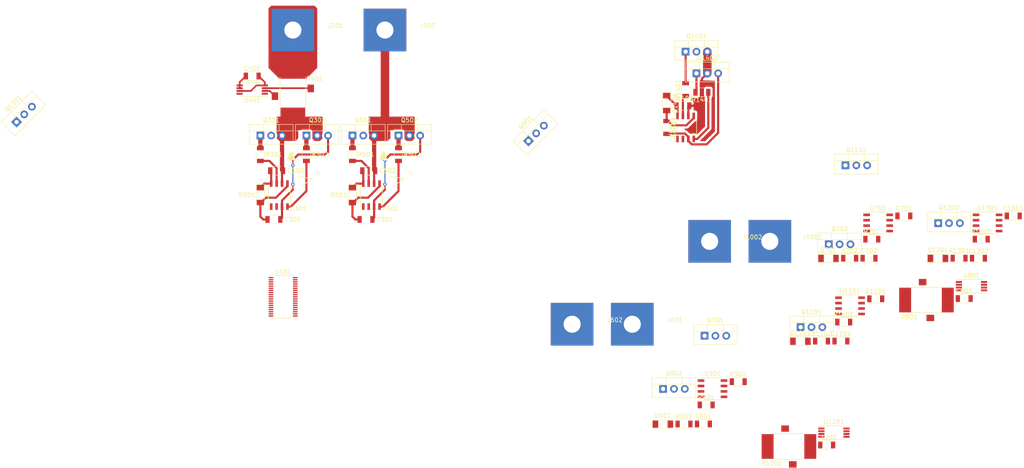
<source format=kicad_pcb>
(kicad_pcb (version 20171130) (host pcbnew "(5.1.2)-1")

  (general
    (thickness 1.6)
    (drawings 18)
    (tracks 139)
    (zones 0)
    (modules 72)
    (nets 92)
  )

  (page A4)
  (layers
    (0 F.Cu signal)
    (31 B.Cu signal)
    (32 B.Adhes user)
    (33 F.Adhes user)
    (34 B.Paste user)
    (35 F.Paste user)
    (36 B.SilkS user)
    (37 F.SilkS user)
    (38 B.Mask user)
    (39 F.Mask user)
    (40 Dwgs.User user)
    (41 Cmts.User user)
    (42 Eco1.User user)
    (43 Eco2.User user)
    (44 Edge.Cuts user)
    (45 Margin user)
    (46 B.CrtYd user)
    (47 F.CrtYd user)
    (48 B.Fab user)
    (49 F.Fab user)
  )

  (setup
    (last_trace_width 0.25)
    (user_trace_width 0.4)
    (user_trace_width 0.5)
    (user_trace_width 1)
    (user_trace_width 2)
    (trace_clearance 0.2)
    (zone_clearance 0.508)
    (zone_45_only no)
    (trace_min 0.2)
    (via_size 0.8)
    (via_drill 0.4)
    (via_min_size 0.6)
    (via_min_drill 0.3)
    (user_via 0.6 0.3)
    (user_via 1 0.5)
    (uvia_size 0.3)
    (uvia_drill 0.1)
    (uvias_allowed no)
    (uvia_min_size 0.2)
    (uvia_min_drill 0.1)
    (edge_width 0.15)
    (segment_width 0.2)
    (pcb_text_width 0.3)
    (pcb_text_size 1.5 1.5)
    (mod_edge_width 0.15)
    (mod_text_size 1 1)
    (mod_text_width 0.15)
    (pad_size 1.524 1.524)
    (pad_drill 0.762)
    (pad_to_mask_clearance 0.2)
    (solder_mask_min_width 0.25)
    (aux_axis_origin 0 0)
    (visible_elements 7FFFFF7F)
    (pcbplotparams
      (layerselection 0x010fc_ffffffff)
      (usegerberextensions false)
      (usegerberattributes false)
      (usegerberadvancedattributes false)
      (creategerberjobfile false)
      (excludeedgelayer true)
      (linewidth 0.100000)
      (plotframeref false)
      (viasonmask false)
      (mode 1)
      (useauxorigin false)
      (hpglpennumber 1)
      (hpglpenspeed 20)
      (hpglpendiameter 15.000000)
      (psnegative false)
      (psa4output false)
      (plotreference true)
      (plotvalue true)
      (plotinvisibletext false)
      (padsonsilk false)
      (subtractmaskfromsilk false)
      (outputformat 1)
      (mirror false)
      (drillshape 1)
      (scaleselection 1)
      (outputdirectory ""))
  )

  (net 0 "")
  (net 1 +15V)
  (net 2 "Net-(C302-Pad1)")
  (net 3 /Leg1/Sensor/IN)
  (net 4 +3V3)
  (net 5 /Leg2/Sensor/IN)
  (net 6 /Leg3/Sensor/IN)
  (net 7 "Net-(C902-Pad1)")
  (net 8 /Leg1/Sensor/OUT)
  (net 9 /Leg2/Sensor/OUT)
  (net 10 /Leg3/Sensor/OUT)
  (net 11 +VDC)
  (net 12 "Net-(Q301-Pad1)")
  (net 13 "Net-(Q302-Pad1)")
  (net 14 -VDC)
  (net 15 "Net-(Q901-Pad1)")
  (net 16 "Net-(Q902-Pad1)")
  (net 17 "Net-(R301-Pad1)")
  (net 18 "Net-(R302-Pad1)")
  (net 19 "Net-(R401-Pad2)")
  (net 20 "Net-(R401-Pad3)")
  (net 21 "Net-(R901-Pad1)")
  (net 22 "Net-(R902-Pad1)")
  (net 23 "Net-(U101-Pad1)")
  (net 24 "Net-(U101-Pad3)")
  (net 25 /Leg2/QH)
  (net 26 /Leg2/QL)
  (net 27 /Leg3/QH)
  (net 28 /Leg3/QL)
  (net 29 "Net-(U101-Pad11)")
  (net 30 "Net-(U101-Pad13)")
  (net 31 "Net-(U101-Pad14)")
  (net 32 "Net-(U101-Pad15)")
  (net 33 "Net-(U101-Pad16)")
  (net 34 "Net-(U101-Pad17)")
  (net 35 "Net-(U101-Pad18)")
  (net 36 /Leg3/Current)
  (net 37 /Leg2/Current)
  (net 38 /Leg1/Current)
  (net 39 "Net-(U101-Pad24)")
  (net 40 "Net-(U101-Pad25)")
  (net 41 "Net-(U101-Pad26)")
  (net 42 "Net-(U101-Pad27)")
  (net 43 "Net-(U101-Pad28)")
  (net 44 "Net-(U101-Pad29)")
  (net 45 "Net-(U101-Pad30)")
  (net 46 "Net-(U101-Pad31)")
  (net 47 "Net-(U101-Pad32)")
  (net 48 "Net-(U101-Pad33)")
  (net 49 "Net-(U101-Pad34)")
  (net 50 "Net-(U101-Pad35)")
  (net 51 /Leg1/QL)
  (net 52 /Leg1/QH)
  (net 53 "Net-(U101-Pad38)")
  (net 54 "Net-(U401-Pad1)")
  (net 55 "Net-(C502-Pad1)")
  (net 56 /Leg1/Power-/OUT)
  (net 57 "Net-(C702-Pad1)")
  (net 58 /Leg2/Power-/OUT)
  (net 59 "Net-(C1102-Pad1)")
  (net 60 /Leg3/Power-/OUT)
  (net 61 "Net-(C1302-Pad1)")
  (net 62 "Net-(Q501-Pad1)")
  (net 63 "Net-(Q502-Pad1)")
  (net 64 "Net-(Q701-Pad1)")
  (net 65 "Net-(Q702-Pad1)")
  (net 66 "Net-(Q1101-Pad1)")
  (net 67 "Net-(Q1102-Pad1)")
  (net 68 "Net-(Q1301-Pad1)")
  (net 69 "Net-(Q1302-Pad1)")
  (net 70 "Net-(R501-Pad1)")
  (net 71 "Net-(R502-Pad1)")
  (net 72 "Net-(R701-Pad1)")
  (net 73 "Net-(R702-Pad1)")
  (net 74 "Net-(R801-Pad3)")
  (net 75 "Net-(R801-Pad2)")
  (net 76 "Net-(R1101-Pad1)")
  (net 77 "Net-(R1102-Pad1)")
  (net 78 "Net-(R1201-Pad2)")
  (net 79 "Net-(R1201-Pad3)")
  (net 80 "Net-(R1301-Pad1)")
  (net 81 "Net-(R1302-Pad1)")
  (net 82 "Net-(U801-Pad1)")
  (net 83 "Net-(U1201-Pad1)")
  (net 84 /Power_extra/OUT)
  (net 85 "Net-(C1402-Pad1)")
  (net 86 "Net-(Q1401-Pad1)")
  (net 87 "Net-(Q1402-Pad1)")
  (net 88 "Net-(R1401-Pad1)")
  (net 89 "Net-(R1402-Pad1)")
  (net 90 /Power_extra/QH)
  (net 91 /Power_extra/Ql)

  (net_class Default "This is the default net class."
    (clearance 0.2)
    (trace_width 0.25)
    (via_dia 0.8)
    (via_drill 0.4)
    (uvia_dia 0.3)
    (uvia_drill 0.1)
    (add_net +15V)
    (add_net +3V3)
    (add_net +VDC)
    (add_net -VDC)
    (add_net /Leg1/Current)
    (add_net /Leg1/Power-/OUT)
    (add_net /Leg1/QH)
    (add_net /Leg1/QL)
    (add_net /Leg1/Sensor/IN)
    (add_net /Leg1/Sensor/OUT)
    (add_net /Leg2/Current)
    (add_net /Leg2/Power-/OUT)
    (add_net /Leg2/QH)
    (add_net /Leg2/QL)
    (add_net /Leg2/Sensor/IN)
    (add_net /Leg2/Sensor/OUT)
    (add_net /Leg3/Current)
    (add_net /Leg3/Power-/OUT)
    (add_net /Leg3/QH)
    (add_net /Leg3/QL)
    (add_net /Leg3/Sensor/IN)
    (add_net /Leg3/Sensor/OUT)
    (add_net /Power_extra/OUT)
    (add_net /Power_extra/QH)
    (add_net /Power_extra/Ql)
    (add_net "Net-(C1102-Pad1)")
    (add_net "Net-(C1302-Pad1)")
    (add_net "Net-(C1402-Pad1)")
    (add_net "Net-(C302-Pad1)")
    (add_net "Net-(C502-Pad1)")
    (add_net "Net-(C702-Pad1)")
    (add_net "Net-(C902-Pad1)")
    (add_net "Net-(Q1101-Pad1)")
    (add_net "Net-(Q1102-Pad1)")
    (add_net "Net-(Q1301-Pad1)")
    (add_net "Net-(Q1302-Pad1)")
    (add_net "Net-(Q1401-Pad1)")
    (add_net "Net-(Q1402-Pad1)")
    (add_net "Net-(Q301-Pad1)")
    (add_net "Net-(Q302-Pad1)")
    (add_net "Net-(Q501-Pad1)")
    (add_net "Net-(Q502-Pad1)")
    (add_net "Net-(Q701-Pad1)")
    (add_net "Net-(Q702-Pad1)")
    (add_net "Net-(Q901-Pad1)")
    (add_net "Net-(Q902-Pad1)")
    (add_net "Net-(R1101-Pad1)")
    (add_net "Net-(R1102-Pad1)")
    (add_net "Net-(R1201-Pad2)")
    (add_net "Net-(R1201-Pad3)")
    (add_net "Net-(R1301-Pad1)")
    (add_net "Net-(R1302-Pad1)")
    (add_net "Net-(R1401-Pad1)")
    (add_net "Net-(R1402-Pad1)")
    (add_net "Net-(R301-Pad1)")
    (add_net "Net-(R302-Pad1)")
    (add_net "Net-(R401-Pad2)")
    (add_net "Net-(R401-Pad3)")
    (add_net "Net-(R501-Pad1)")
    (add_net "Net-(R502-Pad1)")
    (add_net "Net-(R701-Pad1)")
    (add_net "Net-(R702-Pad1)")
    (add_net "Net-(R801-Pad2)")
    (add_net "Net-(R801-Pad3)")
    (add_net "Net-(R901-Pad1)")
    (add_net "Net-(R902-Pad1)")
    (add_net "Net-(U101-Pad1)")
    (add_net "Net-(U101-Pad11)")
    (add_net "Net-(U101-Pad13)")
    (add_net "Net-(U101-Pad14)")
    (add_net "Net-(U101-Pad15)")
    (add_net "Net-(U101-Pad16)")
    (add_net "Net-(U101-Pad17)")
    (add_net "Net-(U101-Pad18)")
    (add_net "Net-(U101-Pad24)")
    (add_net "Net-(U101-Pad25)")
    (add_net "Net-(U101-Pad26)")
    (add_net "Net-(U101-Pad27)")
    (add_net "Net-(U101-Pad28)")
    (add_net "Net-(U101-Pad29)")
    (add_net "Net-(U101-Pad3)")
    (add_net "Net-(U101-Pad30)")
    (add_net "Net-(U101-Pad31)")
    (add_net "Net-(U101-Pad32)")
    (add_net "Net-(U101-Pad33)")
    (add_net "Net-(U101-Pad34)")
    (add_net "Net-(U101-Pad35)")
    (add_net "Net-(U101-Pad38)")
    (add_net "Net-(U1201-Pad1)")
    (add_net "Net-(U401-Pad1)")
    (add_net "Net-(U801-Pad1)")
  )

  (module Package_SO:SO8 (layer F.Cu) (tedit 5B768FC1) (tstamp 5C575B99)
    (at 185.42 51.435 90)
    (descr "8-Lead Plastic Small Outline (SN) - Narrow, 3.90 mm Body [SOIC] (see Microchip Packaging Specification 00000049BS.pdf)")
    (tags "SOIC 1.27")
    (path /5C575278/5B768171)
    (attr smd)
    (fp_text reference U1401 (at 0 -3.5 90) (layer F.SilkS)
      (effects (font (size 1 1) (thickness 0.15)))
    )
    (fp_text value IR2181 (at 0 3.5 90) (layer F.Fab) hide
      (effects (font (size 1 1) (thickness 0.15)))
    )
    (fp_line (start -2.075 -2.525) (end -3.475 -2.525) (layer F.SilkS) (width 0.15))
    (fp_line (start -2.075 2.575) (end 2.075 2.575) (layer F.SilkS) (width 0.15))
    (fp_line (start -2.075 -2.575) (end 2.075 -2.575) (layer F.SilkS) (width 0.15))
    (fp_line (start -2.075 2.575) (end -2.075 2.43) (layer F.SilkS) (width 0.15))
    (fp_line (start 2.075 2.575) (end 2.075 2.43) (layer F.SilkS) (width 0.15))
    (fp_line (start 2.075 -2.575) (end 2.075 -2.43) (layer F.SilkS) (width 0.15))
    (fp_line (start -2.075 -2.575) (end -2.075 -2.525) (layer F.SilkS) (width 0.15))
    (fp_line (start -3.73 2.7) (end 3.73 2.7) (layer F.CrtYd) (width 0.05))
    (fp_line (start -3.73 -2.7) (end 3.73 -2.7) (layer F.CrtYd) (width 0.05))
    (fp_line (start 3.73 -2.7) (end 3.73 2.7) (layer F.CrtYd) (width 0.05))
    (fp_line (start -3.73 -2.7) (end -3.73 2.7) (layer F.CrtYd) (width 0.05))
    (fp_line (start -1.95 -1.45) (end -0.95 -2.45) (layer F.Fab) (width 0.1))
    (fp_line (start -1.95 2.45) (end -1.95 -1.45) (layer F.Fab) (width 0.1))
    (fp_line (start 1.95 2.45) (end -1.95 2.45) (layer F.Fab) (width 0.1))
    (fp_line (start 1.95 -2.45) (end 1.95 2.45) (layer F.Fab) (width 0.1))
    (fp_line (start -0.95 -2.45) (end 1.95 -2.45) (layer F.Fab) (width 0.1))
    (fp_text user %R (at 0 0 90) (layer F.Fab)
      (effects (font (size 1 1) (thickness 0.15)))
    )
    (pad 8 smd rect (at 2.7 -1.905 90) (size 1.55 0.6) (layers F.Cu F.Paste F.Mask)
      (net 85 "Net-(C1402-Pad1)"))
    (pad 7 smd rect (at 2.7 -0.635 90) (size 1.55 0.6) (layers F.Cu F.Paste F.Mask)
      (net 88 "Net-(R1401-Pad1)"))
    (pad 6 smd rect (at 2.7 0.635 90) (size 1.55 0.6) (layers F.Cu F.Paste F.Mask)
      (net 84 /Power_extra/OUT))
    (pad 5 smd rect (at 2.7 1.905 90) (size 1.55 0.6) (layers F.Cu F.Paste F.Mask)
      (net 1 +15V))
    (pad 4 smd rect (at -2.7 1.905 90) (size 1.55 0.6) (layers F.Cu F.Paste F.Mask)
      (net 89 "Net-(R1402-Pad1)"))
    (pad 3 smd rect (at -2.7 0.635 90) (size 1.55 0.6) (layers F.Cu F.Paste F.Mask)
      (net 14 -VDC))
    (pad 2 smd rect (at -2.7 -0.635 90) (size 1.55 0.6) (layers F.Cu F.Paste F.Mask)
      (net 91 /Power_extra/Ql))
    (pad 1 smd rect (at -2.7 -1.905 90) (size 1.55 0.6) (layers F.Cu F.Paste F.Mask)
      (net 90 /Power_extra/QH))
    (model ${KISYS3DMOD}/Package_SO.3dshapes/SOIC-8_3.9x4.9mm_P1.27mm.wrl
      (at (xyz 0 0 0))
      (scale (xyz 1 1 1))
      (rotate (xyz 0 0 0))
    )
  )

  (module Passives:R1206M (layer F.Cu) (tedit 5A956603) (tstamp 5C575914)
    (at 189.23 43.18 180)
    (descr "Capacitor SMD 1206, reflow soldering, AVX (see smccp.pdf)")
    (tags "capacitor 1206")
    (path /5C575278/5B7682C5)
    (attr smd)
    (fp_text reference R1402 (at 0 -1.75 180) (layer F.SilkS)
      (effects (font (size 1 1) (thickness 0.15)))
    )
    (fp_text value 22R (at 0 2 180) (layer F.Fab) hide
      (effects (font (size 1 1) (thickness 0.15)))
    )
    (fp_line (start 2.25 1.05) (end -2.25 1.05) (layer F.CrtYd) (width 0.05))
    (fp_line (start 2.25 1.05) (end 2.25 -1.05) (layer F.CrtYd) (width 0.05))
    (fp_line (start -2.25 -1.05) (end -2.25 1.05) (layer F.CrtYd) (width 0.05))
    (fp_line (start -2.25 -1.05) (end 2.25 -1.05) (layer F.CrtYd) (width 0.05))
    (fp_line (start -1 1.02) (end 1 1.02) (layer F.SilkS) (width 0.12))
    (fp_line (start 1 -1.02) (end -1 -1.02) (layer F.SilkS) (width 0.12))
    (fp_line (start -1.6 -0.8) (end 1.6 -0.8) (layer F.Fab) (width 0.1))
    (fp_line (start 1.6 -0.8) (end 1.6 0.8) (layer F.Fab) (width 0.1))
    (fp_line (start 1.6 0.8) (end -1.6 0.8) (layer F.Fab) (width 0.1))
    (fp_line (start -1.6 0.8) (end -1.6 -0.8) (layer F.Fab) (width 0.1))
    (fp_text user %R (at 0 0 180) (layer F.Fab)
      (effects (font (size 0.5 0.5) (thickness 0.07)))
    )
    (pad 2 smd rect (at 1.5 0 180) (size 1 1.6) (layers F.Cu F.Paste F.Mask)
      (net 87 "Net-(Q1402-Pad1)"))
    (pad 1 smd rect (at -1.5 0 180) (size 1 1.6) (layers F.Cu F.Paste F.Mask)
      (net 89 "Net-(R1402-Pad1)"))
    (model ${KISYS3DMOD}/Resistor_SMD.3dshapes/R_1206_3216Metric.wrl
      (at (xyz 0 0 0))
      (scale (xyz 1 1 1))
      (rotate (xyz 0 0 0))
    )
  )

  (module Passives:R1206M (layer F.Cu) (tedit 5A956603) (tstamp 5C575903)
    (at 185.42 42.545 90)
    (descr "Capacitor SMD 1206, reflow soldering, AVX (see smccp.pdf)")
    (tags "capacitor 1206")
    (path /5C575278/5B768234)
    (attr smd)
    (fp_text reference R1401 (at 0 -1.75 90) (layer F.SilkS)
      (effects (font (size 1 1) (thickness 0.15)))
    )
    (fp_text value 22R (at 0 2 90) (layer F.Fab) hide
      (effects (font (size 1 1) (thickness 0.15)))
    )
    (fp_line (start 2.25 1.05) (end -2.25 1.05) (layer F.CrtYd) (width 0.05))
    (fp_line (start 2.25 1.05) (end 2.25 -1.05) (layer F.CrtYd) (width 0.05))
    (fp_line (start -2.25 -1.05) (end -2.25 1.05) (layer F.CrtYd) (width 0.05))
    (fp_line (start -2.25 -1.05) (end 2.25 -1.05) (layer F.CrtYd) (width 0.05))
    (fp_line (start -1 1.02) (end 1 1.02) (layer F.SilkS) (width 0.12))
    (fp_line (start 1 -1.02) (end -1 -1.02) (layer F.SilkS) (width 0.12))
    (fp_line (start -1.6 -0.8) (end 1.6 -0.8) (layer F.Fab) (width 0.1))
    (fp_line (start 1.6 -0.8) (end 1.6 0.8) (layer F.Fab) (width 0.1))
    (fp_line (start 1.6 0.8) (end -1.6 0.8) (layer F.Fab) (width 0.1))
    (fp_line (start -1.6 0.8) (end -1.6 -0.8) (layer F.Fab) (width 0.1))
    (fp_text user %R (at 0 0 90) (layer F.Fab)
      (effects (font (size 0.5 0.5) (thickness 0.07)))
    )
    (pad 2 smd rect (at 1.5 0 90) (size 1 1.6) (layers F.Cu F.Paste F.Mask)
      (net 86 "Net-(Q1401-Pad1)"))
    (pad 1 smd rect (at -1.5 0 90) (size 1 1.6) (layers F.Cu F.Paste F.Mask)
      (net 88 "Net-(R1401-Pad1)"))
    (model ${KISYS3DMOD}/Resistor_SMD.3dshapes/R_1206_3216Metric.wrl
      (at (xyz 0 0 0))
      (scale (xyz 1 1 1))
      (rotate (xyz 0 0 0))
    )
  )

  (module Discretes:TO-220 (layer F.Cu) (tedit 59E9DD4A) (tstamp 5C5756AC)
    (at 187.96 38.735)
    (descr "TO-220-3, Vertical, RM 2.54mm")
    (tags "TO-220-3 Vertical RM 2.54mm")
    (path /5C575278/5B768110)
    (fp_text reference Q1402 (at 2.54 -3.62) (layer F.SilkS)
      (effects (font (size 1 1) (thickness 0.15)))
    )
    (fp_text value CSD19531KCS (at 2.54 3.92) (layer F.Fab) hide
      (effects (font (size 1 1) (thickness 0.15)))
    )
    (fp_line (start 7.79 -2.75) (end -2.71 -2.75) (layer F.CrtYd) (width 0.05))
    (fp_line (start 7.79 2.16) (end 7.79 -2.75) (layer F.CrtYd) (width 0.05))
    (fp_line (start -2.71 2.16) (end 7.79 2.16) (layer F.CrtYd) (width 0.05))
    (fp_line (start -2.71 -2.75) (end -2.71 2.16) (layer F.CrtYd) (width 0.05))
    (fp_line (start 4.391 -2.62) (end 4.391 -1.11) (layer F.SilkS) (width 0.12))
    (fp_line (start 0.69 -2.62) (end 0.69 -1.11) (layer F.SilkS) (width 0.12))
    (fp_line (start -2.58 -1.11) (end 7.66 -1.11) (layer F.SilkS) (width 0.12))
    (fp_line (start 7.66 -2.62) (end 7.66 2.021) (layer F.SilkS) (width 0.12))
    (fp_line (start -2.58 -2.62) (end -2.58 2.021) (layer F.SilkS) (width 0.12))
    (fp_line (start -2.58 2.021) (end 7.66 2.021) (layer F.SilkS) (width 0.12))
    (fp_line (start -2.58 -2.62) (end 7.66 -2.62) (layer F.SilkS) (width 0.12))
    (fp_line (start 4.39 -2.5) (end 4.39 -1.23) (layer F.Fab) (width 0.1))
    (fp_line (start 0.69 -2.5) (end 0.69 -1.23) (layer F.Fab) (width 0.1))
    (fp_line (start -2.46 -1.23) (end 7.54 -1.23) (layer F.Fab) (width 0.1))
    (fp_line (start 7.54 -2.5) (end -2.46 -2.5) (layer F.Fab) (width 0.1))
    (fp_line (start 7.54 1.9) (end 7.54 -2.5) (layer F.Fab) (width 0.1))
    (fp_line (start -2.46 1.9) (end 7.54 1.9) (layer F.Fab) (width 0.1))
    (fp_line (start -2.46 -2.5) (end -2.46 1.9) (layer F.Fab) (width 0.1))
    (fp_text user %R (at 2.54 -3.62) (layer F.Fab)
      (effects (font (size 1 1) (thickness 0.15)))
    )
    (pad 3 thru_hole oval (at 5.08 0) (size 1.8 1.8) (drill 1) (layers *.Cu *.Mask)
      (net 14 -VDC))
    (pad 2 thru_hole oval (at 2.54 0) (size 1.8 1.8) (drill 1) (layers *.Cu *.Mask)
      (net 84 /Power_extra/OUT))
    (pad 1 thru_hole rect (at 0 0) (size 1.8 1.8) (drill 1) (layers *.Cu *.Mask)
      (net 87 "Net-(Q1402-Pad1)"))
    (model ${KISYS3DMOD}/Package_TO_SOT_THT.3dshapes/TO-220-3_Vertical.wrl
      (at (xyz 0 0 0))
      (scale (xyz 1 1 1))
      (rotate (xyz 0 0 0))
    )
  )

  (module Discretes:TO-220 (layer F.Cu) (tedit 59E9DD4A) (tstamp 5C575692)
    (at 185.42 33.655)
    (descr "TO-220-3, Vertical, RM 2.54mm")
    (tags "TO-220-3 Vertical RM 2.54mm")
    (path /5C575278/5B768070)
    (fp_text reference Q1401 (at 2.54 -3.62) (layer F.SilkS)
      (effects (font (size 1 1) (thickness 0.15)))
    )
    (fp_text value CSD19531KCS (at 2.54 3.92) (layer F.Fab) hide
      (effects (font (size 1 1) (thickness 0.15)))
    )
    (fp_line (start 7.79 -2.75) (end -2.71 -2.75) (layer F.CrtYd) (width 0.05))
    (fp_line (start 7.79 2.16) (end 7.79 -2.75) (layer F.CrtYd) (width 0.05))
    (fp_line (start -2.71 2.16) (end 7.79 2.16) (layer F.CrtYd) (width 0.05))
    (fp_line (start -2.71 -2.75) (end -2.71 2.16) (layer F.CrtYd) (width 0.05))
    (fp_line (start 4.391 -2.62) (end 4.391 -1.11) (layer F.SilkS) (width 0.12))
    (fp_line (start 0.69 -2.62) (end 0.69 -1.11) (layer F.SilkS) (width 0.12))
    (fp_line (start -2.58 -1.11) (end 7.66 -1.11) (layer F.SilkS) (width 0.12))
    (fp_line (start 7.66 -2.62) (end 7.66 2.021) (layer F.SilkS) (width 0.12))
    (fp_line (start -2.58 -2.62) (end -2.58 2.021) (layer F.SilkS) (width 0.12))
    (fp_line (start -2.58 2.021) (end 7.66 2.021) (layer F.SilkS) (width 0.12))
    (fp_line (start -2.58 -2.62) (end 7.66 -2.62) (layer F.SilkS) (width 0.12))
    (fp_line (start 4.39 -2.5) (end 4.39 -1.23) (layer F.Fab) (width 0.1))
    (fp_line (start 0.69 -2.5) (end 0.69 -1.23) (layer F.Fab) (width 0.1))
    (fp_line (start -2.46 -1.23) (end 7.54 -1.23) (layer F.Fab) (width 0.1))
    (fp_line (start 7.54 -2.5) (end -2.46 -2.5) (layer F.Fab) (width 0.1))
    (fp_line (start 7.54 1.9) (end 7.54 -2.5) (layer F.Fab) (width 0.1))
    (fp_line (start -2.46 1.9) (end 7.54 1.9) (layer F.Fab) (width 0.1))
    (fp_line (start -2.46 -2.5) (end -2.46 1.9) (layer F.Fab) (width 0.1))
    (fp_text user %R (at 2.54 -3.62) (layer F.Fab)
      (effects (font (size 1 1) (thickness 0.15)))
    )
    (pad 3 thru_hole oval (at 5.08 0) (size 1.8 1.8) (drill 1) (layers *.Cu *.Mask)
      (net 84 /Power_extra/OUT))
    (pad 2 thru_hole oval (at 2.54 0) (size 1.8 1.8) (drill 1) (layers *.Cu *.Mask)
      (net 11 +VDC))
    (pad 1 thru_hole rect (at 0 0) (size 1.8 1.8) (drill 1) (layers *.Cu *.Mask)
      (net 86 "Net-(Q1401-Pad1)"))
    (model ${KISYS3DMOD}/Package_TO_SOT_THT.3dshapes/TO-220-3_Vertical.wrl
      (at (xyz 0 0 0))
      (scale (xyz 1 1 1))
      (rotate (xyz 0 0 0))
    )
  )

  (module Discretes:D_MiniMELF (layer F.Cu) (tedit 59F95434) (tstamp 5C5753CC)
    (at 180.975 45.72 270)
    (descr "Diode Mini-MELF")
    (tags "Diode Mini-MELF")
    (path /5C575278/5B76A6F5)
    (attr smd)
    (fp_text reference D1401 (at 0 -2 270) (layer F.SilkS)
      (effects (font (size 1 1) (thickness 0.15)))
    )
    (fp_text value LL4148 (at 0 1.75 270) (layer F.Fab) hide
      (effects (font (size 1 1) (thickness 0.15)))
    )
    (fp_line (start -2.65 1.1) (end -2.65 -1.1) (layer F.CrtYd) (width 0.05))
    (fp_line (start 2.65 1.1) (end -2.65 1.1) (layer F.CrtYd) (width 0.05))
    (fp_line (start 2.65 -1.1) (end 2.65 1.1) (layer F.CrtYd) (width 0.05))
    (fp_line (start -2.65 -1.1) (end 2.65 -1.1) (layer F.CrtYd) (width 0.05))
    (fp_line (start -0.75 0) (end -0.35 0) (layer F.Fab) (width 0.1))
    (fp_line (start -0.35 0) (end -0.35 -0.55) (layer F.Fab) (width 0.1))
    (fp_line (start -0.35 0) (end -0.35 0.55) (layer F.Fab) (width 0.1))
    (fp_line (start -0.35 0) (end 0.25 -0.4) (layer F.Fab) (width 0.1))
    (fp_line (start 0.25 -0.4) (end 0.25 0.4) (layer F.Fab) (width 0.1))
    (fp_line (start 0.25 0.4) (end -0.35 0) (layer F.Fab) (width 0.1))
    (fp_line (start 0.25 0) (end 0.75 0) (layer F.Fab) (width 0.1))
    (fp_line (start -1.65 -0.8) (end 1.65 -0.8) (layer F.Fab) (width 0.1))
    (fp_line (start -1.65 0.8) (end -1.65 -0.8) (layer F.Fab) (width 0.1))
    (fp_line (start 1.65 0.8) (end -1.65 0.8) (layer F.Fab) (width 0.1))
    (fp_line (start 1.65 -0.8) (end 1.65 0.8) (layer F.Fab) (width 0.1))
    (fp_line (start -2.55 1) (end 1.75 1) (layer F.SilkS) (width 0.12))
    (fp_line (start -2.55 -1) (end -2.55 1) (layer F.SilkS) (width 0.12))
    (fp_line (start 1.75 -1) (end -2.55 -1) (layer F.SilkS) (width 0.12))
    (fp_text user %R (at 0 -2 270) (layer F.Fab)
      (effects (font (size 1 1) (thickness 0.15)))
    )
    (pad 2 smd rect (at 1.75 0 270) (size 1.3 1.7) (layers F.Cu F.Paste F.Mask)
      (net 1 +15V))
    (pad 1 smd rect (at -1.75 0 270) (size 1.3 1.7) (layers F.Cu F.Paste F.Mask)
      (net 85 "Net-(C1402-Pad1)"))
    (model ${KISYS3DMOD}/Diode_SMD.3dshapes/D_MiniMELF.wrl
      (at (xyz 0 0 0))
      (scale (xyz 1 1 1))
      (rotate (xyz 0 0 0))
    )
  )

  (module Passives:C1206M (layer F.Cu) (tedit 5A956631) (tstamp 5C576045)
    (at 184.785 46.355)
    (descr "Capacitor SMD 1206, reflow soldering, AVX (see smccp.pdf)")
    (tags "capacitor 1206")
    (path /5C575278/5B7686C7)
    (attr smd)
    (fp_text reference C1402 (at 0 -1.75) (layer F.SilkS)
      (effects (font (size 1 1) (thickness 0.15)))
    )
    (fp_text value 100n (at 0 2) (layer F.Fab) hide
      (effects (font (size 1 1) (thickness 0.15)))
    )
    (fp_line (start 2.25 1.05) (end -2.25 1.05) (layer F.CrtYd) (width 0.05))
    (fp_line (start 2.25 1.05) (end 2.25 -1.05) (layer F.CrtYd) (width 0.05))
    (fp_line (start -2.25 -1.05) (end -2.25 1.05) (layer F.CrtYd) (width 0.05))
    (fp_line (start -2.25 -1.05) (end 2.25 -1.05) (layer F.CrtYd) (width 0.05))
    (fp_line (start -1 1.02) (end 1 1.02) (layer F.SilkS) (width 0.12))
    (fp_line (start 1 -1.02) (end -1 -1.02) (layer F.SilkS) (width 0.12))
    (fp_line (start -1.6 -0.8) (end 1.6 -0.8) (layer F.Fab) (width 0.1))
    (fp_line (start 1.6 -0.8) (end 1.6 0.8) (layer F.Fab) (width 0.1))
    (fp_line (start 1.6 0.8) (end -1.6 0.8) (layer F.Fab) (width 0.1))
    (fp_line (start -1.6 0.8) (end -1.6 -0.8) (layer F.Fab) (width 0.1))
    (fp_text user %R (at 0 0) (layer F.Fab)
      (effects (font (size 0.5 0.5) (thickness 0.07)))
    )
    (pad 2 smd rect (at 1.5 0) (size 1 1.6) (layers F.Cu F.Paste F.Mask)
      (net 84 /Power_extra/OUT))
    (pad 1 smd rect (at -1.5 0) (size 1 1.6) (layers F.Cu F.Paste F.Mask)
      (net 85 "Net-(C1402-Pad1)"))
    (model ${KISYS3DMOD}/Capacitor_SMD.3dshapes/C_1206_3216Metric.wrl
      (at (xyz 0 0 0))
      (scale (xyz 1 1 1))
      (rotate (xyz 0 0 0))
    )
  )

  (module Passives:C1206M (layer F.Cu) (tedit 5A956631) (tstamp 5C575282)
    (at 180.975 51.435 270)
    (descr "Capacitor SMD 1206, reflow soldering, AVX (see smccp.pdf)")
    (tags "capacitor 1206")
    (path /5C575278/5B7685DA)
    (attr smd)
    (fp_text reference C1401 (at 0 -1.75 270) (layer F.SilkS)
      (effects (font (size 1 1) (thickness 0.15)))
    )
    (fp_text value 100n (at 0 2 270) (layer F.Fab) hide
      (effects (font (size 1 1) (thickness 0.15)))
    )
    (fp_line (start 2.25 1.05) (end -2.25 1.05) (layer F.CrtYd) (width 0.05))
    (fp_line (start 2.25 1.05) (end 2.25 -1.05) (layer F.CrtYd) (width 0.05))
    (fp_line (start -2.25 -1.05) (end -2.25 1.05) (layer F.CrtYd) (width 0.05))
    (fp_line (start -2.25 -1.05) (end 2.25 -1.05) (layer F.CrtYd) (width 0.05))
    (fp_line (start -1 1.02) (end 1 1.02) (layer F.SilkS) (width 0.12))
    (fp_line (start 1 -1.02) (end -1 -1.02) (layer F.SilkS) (width 0.12))
    (fp_line (start -1.6 -0.8) (end 1.6 -0.8) (layer F.Fab) (width 0.1))
    (fp_line (start 1.6 -0.8) (end 1.6 0.8) (layer F.Fab) (width 0.1))
    (fp_line (start 1.6 0.8) (end -1.6 0.8) (layer F.Fab) (width 0.1))
    (fp_line (start -1.6 0.8) (end -1.6 -0.8) (layer F.Fab) (width 0.1))
    (fp_text user %R (at 0 0 270) (layer F.Fab)
      (effects (font (size 0.5 0.5) (thickness 0.07)))
    )
    (pad 2 smd rect (at 1.5 0 270) (size 1 1.6) (layers F.Cu F.Paste F.Mask)
      (net 14 -VDC))
    (pad 1 smd rect (at -1.5 0 270) (size 1 1.6) (layers F.Cu F.Paste F.Mask)
      (net 1 +15V))
    (model ${KISYS3DMOD}/Capacitor_SMD.3dshapes/C_1206_3216Metric.wrl
      (at (xyz 0 0 0))
      (scale (xyz 1 1 1))
      (rotate (xyz 0 0 0))
    )
  )

  (module Passives:C1206M (layer F.Cu) (tedit 5A956631) (tstamp 5B77579B)
    (at 88.9 73.025)
    (descr "Capacitor SMD 1206, reflow soldering, AVX (see smccp.pdf)")
    (tags "capacitor 1206")
    (path /5B767FE4/5B767FF2/5B7685DA)
    (attr smd)
    (fp_text reference C301 (at 4.445 0) (layer F.SilkS)
      (effects (font (size 1 1) (thickness 0.15)))
    )
    (fp_text value 100n (at 0 2) (layer F.Fab) hide
      (effects (font (size 1 1) (thickness 0.15)))
    )
    (fp_line (start 2.25 1.05) (end -2.25 1.05) (layer F.CrtYd) (width 0.05))
    (fp_line (start 2.25 1.05) (end 2.25 -1.05) (layer F.CrtYd) (width 0.05))
    (fp_line (start -2.25 -1.05) (end -2.25 1.05) (layer F.CrtYd) (width 0.05))
    (fp_line (start -2.25 -1.05) (end 2.25 -1.05) (layer F.CrtYd) (width 0.05))
    (fp_line (start -1 1.02) (end 1 1.02) (layer F.SilkS) (width 0.12))
    (fp_line (start 1 -1.02) (end -1 -1.02) (layer F.SilkS) (width 0.12))
    (fp_line (start -1.6 -0.8) (end 1.6 -0.8) (layer F.Fab) (width 0.1))
    (fp_line (start 1.6 -0.8) (end 1.6 0.8) (layer F.Fab) (width 0.1))
    (fp_line (start 1.6 0.8) (end -1.6 0.8) (layer F.Fab) (width 0.1))
    (fp_line (start -1.6 0.8) (end -1.6 -0.8) (layer F.Fab) (width 0.1))
    (fp_text user %R (at 0 0) (layer F.Fab)
      (effects (font (size 0.5 0.5) (thickness 0.07)))
    )
    (pad 2 smd rect (at 1.5 0) (size 1 1.6) (layers F.Cu F.Paste F.Mask)
      (net 14 -VDC))
    (pad 1 smd rect (at -1.5 0) (size 1 1.6) (layers F.Cu F.Paste F.Mask)
      (net 1 +15V))
    (model ${KISYS3DMOD}/Capacitor_SMD.3dshapes/C_1206_3216Metric.wrl
      (at (xyz 0 0 0))
      (scale (xyz 1 1 1))
      (rotate (xyz 0 0 0))
    )
  )

  (module Passives:C1206M (layer F.Cu) (tedit 5A956631) (tstamp 5B773F7E)
    (at 89.535 61.595)
    (descr "Capacitor SMD 1206, reflow soldering, AVX (see smccp.pdf)")
    (tags "capacitor 1206")
    (path /5B767FE4/5B767FF2/5B7686C7)
    (attr smd)
    (fp_text reference C302 (at 4.445 0) (layer F.SilkS)
      (effects (font (size 1 1) (thickness 0.15)))
    )
    (fp_text value 100n (at 0 2) (layer F.Fab) hide
      (effects (font (size 1 1) (thickness 0.15)))
    )
    (fp_text user %R (at 0 0) (layer F.Fab)
      (effects (font (size 0.5 0.5) (thickness 0.07)))
    )
    (fp_line (start -1.6 0.8) (end -1.6 -0.8) (layer F.Fab) (width 0.1))
    (fp_line (start 1.6 0.8) (end -1.6 0.8) (layer F.Fab) (width 0.1))
    (fp_line (start 1.6 -0.8) (end 1.6 0.8) (layer F.Fab) (width 0.1))
    (fp_line (start -1.6 -0.8) (end 1.6 -0.8) (layer F.Fab) (width 0.1))
    (fp_line (start 1 -1.02) (end -1 -1.02) (layer F.SilkS) (width 0.12))
    (fp_line (start -1 1.02) (end 1 1.02) (layer F.SilkS) (width 0.12))
    (fp_line (start -2.25 -1.05) (end 2.25 -1.05) (layer F.CrtYd) (width 0.05))
    (fp_line (start -2.25 -1.05) (end -2.25 1.05) (layer F.CrtYd) (width 0.05))
    (fp_line (start 2.25 1.05) (end 2.25 -1.05) (layer F.CrtYd) (width 0.05))
    (fp_line (start 2.25 1.05) (end -2.25 1.05) (layer F.CrtYd) (width 0.05))
    (pad 1 smd rect (at -1.5 0) (size 1 1.6) (layers F.Cu F.Paste F.Mask)
      (net 2 "Net-(C302-Pad1)"))
    (pad 2 smd rect (at 1.5 0) (size 1 1.6) (layers F.Cu F.Paste F.Mask)
      (net 3 /Leg1/Sensor/IN))
    (model ${KISYS3DMOD}/Capacitor_SMD.3dshapes/C_1206_3216Metric.wrl
      (at (xyz 0 0 0))
      (scale (xyz 1 1 1))
      (rotate (xyz 0 0 0))
    )
  )

  (module Passives:C1206M (layer F.Cu) (tedit 5A956631) (tstamp 5B773F8F)
    (at 83.82 39.37)
    (descr "Capacitor SMD 1206, reflow soldering, AVX (see smccp.pdf)")
    (tags "capacitor 1206")
    (path /5B767FE4/5B767FF5/5B76C4AF)
    (attr smd)
    (fp_text reference C401 (at 0 -1.75) (layer F.SilkS)
      (effects (font (size 1 1) (thickness 0.15)))
    )
    (fp_text value C1206 (at 0 2) (layer F.Fab) hide
      (effects (font (size 1 1) (thickness 0.15)))
    )
    (fp_text user %R (at 0 0) (layer F.Fab)
      (effects (font (size 0.5 0.5) (thickness 0.07)))
    )
    (fp_line (start -1.6 0.8) (end -1.6 -0.8) (layer F.Fab) (width 0.1))
    (fp_line (start 1.6 0.8) (end -1.6 0.8) (layer F.Fab) (width 0.1))
    (fp_line (start 1.6 -0.8) (end 1.6 0.8) (layer F.Fab) (width 0.1))
    (fp_line (start -1.6 -0.8) (end 1.6 -0.8) (layer F.Fab) (width 0.1))
    (fp_line (start 1 -1.02) (end -1 -1.02) (layer F.SilkS) (width 0.12))
    (fp_line (start -1 1.02) (end 1 1.02) (layer F.SilkS) (width 0.12))
    (fp_line (start -2.25 -1.05) (end 2.25 -1.05) (layer F.CrtYd) (width 0.05))
    (fp_line (start -2.25 -1.05) (end -2.25 1.05) (layer F.CrtYd) (width 0.05))
    (fp_line (start 2.25 1.05) (end 2.25 -1.05) (layer F.CrtYd) (width 0.05))
    (fp_line (start 2.25 1.05) (end -2.25 1.05) (layer F.CrtYd) (width 0.05))
    (pad 1 smd rect (at -1.5 0) (size 1 1.6) (layers F.Cu F.Paste F.Mask)
      (net 4 +3V3))
    (pad 2 smd rect (at 1.5 0) (size 1 1.6) (layers F.Cu F.Paste F.Mask)
      (net 14 -VDC))
    (model ${KISYS3DMOD}/Capacitor_SMD.3dshapes/C_1206_3216Metric.wrl
      (at (xyz 0 0 0))
      (scale (xyz 1 1 1))
      (rotate (xyz 0 0 0))
    )
  )

  (module Passives:C1206M (layer F.Cu) (tedit 5A956631) (tstamp 5B773FA0)
    (at 110.49 73.025)
    (descr "Capacitor SMD 1206, reflow soldering, AVX (see smccp.pdf)")
    (tags "capacitor 1206")
    (path /5B767FE4/5B772791/5B7685DA)
    (attr smd)
    (fp_text reference C501 (at 4.445 0) (layer F.SilkS)
      (effects (font (size 1 1) (thickness 0.15)))
    )
    (fp_text value 100n (at 0 2) (layer F.Fab) hide
      (effects (font (size 1 1) (thickness 0.15)))
    )
    (fp_line (start 2.25 1.05) (end -2.25 1.05) (layer F.CrtYd) (width 0.05))
    (fp_line (start 2.25 1.05) (end 2.25 -1.05) (layer F.CrtYd) (width 0.05))
    (fp_line (start -2.25 -1.05) (end -2.25 1.05) (layer F.CrtYd) (width 0.05))
    (fp_line (start -2.25 -1.05) (end 2.25 -1.05) (layer F.CrtYd) (width 0.05))
    (fp_line (start -1 1.02) (end 1 1.02) (layer F.SilkS) (width 0.12))
    (fp_line (start 1 -1.02) (end -1 -1.02) (layer F.SilkS) (width 0.12))
    (fp_line (start -1.6 -0.8) (end 1.6 -0.8) (layer F.Fab) (width 0.1))
    (fp_line (start 1.6 -0.8) (end 1.6 0.8) (layer F.Fab) (width 0.1))
    (fp_line (start 1.6 0.8) (end -1.6 0.8) (layer F.Fab) (width 0.1))
    (fp_line (start -1.6 0.8) (end -1.6 -0.8) (layer F.Fab) (width 0.1))
    (fp_text user %R (at 0 0) (layer F.Fab)
      (effects (font (size 0.5 0.5) (thickness 0.07)))
    )
    (pad 2 smd rect (at 1.5 0) (size 1 1.6) (layers F.Cu F.Paste F.Mask)
      (net 14 -VDC))
    (pad 1 smd rect (at -1.5 0) (size 1 1.6) (layers F.Cu F.Paste F.Mask)
      (net 1 +15V))
    (model ${KISYS3DMOD}/Capacitor_SMD.3dshapes/C_1206_3216Metric.wrl
      (at (xyz 0 0 0))
      (scale (xyz 1 1 1))
      (rotate (xyz 0 0 0))
    )
  )

  (module Passives:C1206M (layer F.Cu) (tedit 5A956631) (tstamp 5B773FB1)
    (at 111.125 61.595)
    (descr "Capacitor SMD 1206, reflow soldering, AVX (see smccp.pdf)")
    (tags "capacitor 1206")
    (path /5B767FE4/5B772791/5B7686C7)
    (attr smd)
    (fp_text reference C502 (at 4.445 0) (layer F.SilkS)
      (effects (font (size 1 1) (thickness 0.15)))
    )
    (fp_text value 100n (at 0 2) (layer F.Fab) hide
      (effects (font (size 1 1) (thickness 0.15)))
    )
    (fp_text user %R (at 0 0) (layer F.Fab)
      (effects (font (size 0.5 0.5) (thickness 0.07)))
    )
    (fp_line (start -1.6 0.8) (end -1.6 -0.8) (layer F.Fab) (width 0.1))
    (fp_line (start 1.6 0.8) (end -1.6 0.8) (layer F.Fab) (width 0.1))
    (fp_line (start 1.6 -0.8) (end 1.6 0.8) (layer F.Fab) (width 0.1))
    (fp_line (start -1.6 -0.8) (end 1.6 -0.8) (layer F.Fab) (width 0.1))
    (fp_line (start 1 -1.02) (end -1 -1.02) (layer F.SilkS) (width 0.12))
    (fp_line (start -1 1.02) (end 1 1.02) (layer F.SilkS) (width 0.12))
    (fp_line (start -2.25 -1.05) (end 2.25 -1.05) (layer F.CrtYd) (width 0.05))
    (fp_line (start -2.25 -1.05) (end -2.25 1.05) (layer F.CrtYd) (width 0.05))
    (fp_line (start 2.25 1.05) (end 2.25 -1.05) (layer F.CrtYd) (width 0.05))
    (fp_line (start 2.25 1.05) (end -2.25 1.05) (layer F.CrtYd) (width 0.05))
    (pad 1 smd rect (at -1.5 0) (size 1 1.6) (layers F.Cu F.Paste F.Mask)
      (net 55 "Net-(C502-Pad1)"))
    (pad 2 smd rect (at 1.5 0) (size 1 1.6) (layers F.Cu F.Paste F.Mask)
      (net 56 /Leg1/Power-/OUT))
    (model ${KISYS3DMOD}/Capacitor_SMD.3dshapes/C_1206_3216Metric.wrl
      (at (xyz 0 0 0))
      (scale (xyz 1 1 1))
      (rotate (xyz 0 0 0))
    )
  )

  (module Passives:C1206M (layer F.Cu) (tedit 5A956631) (tstamp 5B773FC2)
    (at 236.580001 72.200001)
    (descr "Capacitor SMD 1206, reflow soldering, AVX (see smccp.pdf)")
    (tags "capacitor 1206")
    (path /5B76D023/5B767FF2/5B7685DA)
    (attr smd)
    (fp_text reference C701 (at 0 -1.75) (layer F.SilkS)
      (effects (font (size 1 1) (thickness 0.15)))
    )
    (fp_text value 100n (at 0 2) (layer F.Fab) hide
      (effects (font (size 1 1) (thickness 0.15)))
    )
    (fp_text user %R (at 0 0) (layer F.Fab)
      (effects (font (size 0.5 0.5) (thickness 0.07)))
    )
    (fp_line (start -1.6 0.8) (end -1.6 -0.8) (layer F.Fab) (width 0.1))
    (fp_line (start 1.6 0.8) (end -1.6 0.8) (layer F.Fab) (width 0.1))
    (fp_line (start 1.6 -0.8) (end 1.6 0.8) (layer F.Fab) (width 0.1))
    (fp_line (start -1.6 -0.8) (end 1.6 -0.8) (layer F.Fab) (width 0.1))
    (fp_line (start 1 -1.02) (end -1 -1.02) (layer F.SilkS) (width 0.12))
    (fp_line (start -1 1.02) (end 1 1.02) (layer F.SilkS) (width 0.12))
    (fp_line (start -2.25 -1.05) (end 2.25 -1.05) (layer F.CrtYd) (width 0.05))
    (fp_line (start -2.25 -1.05) (end -2.25 1.05) (layer F.CrtYd) (width 0.05))
    (fp_line (start 2.25 1.05) (end 2.25 -1.05) (layer F.CrtYd) (width 0.05))
    (fp_line (start 2.25 1.05) (end -2.25 1.05) (layer F.CrtYd) (width 0.05))
    (pad 1 smd rect (at -1.5 0) (size 1 1.6) (layers F.Cu F.Paste F.Mask)
      (net 1 +15V))
    (pad 2 smd rect (at 1.5 0) (size 1 1.6) (layers F.Cu F.Paste F.Mask)
      (net 14 -VDC))
    (model ${KISYS3DMOD}/Capacitor_SMD.3dshapes/C_1206_3216Metric.wrl
      (at (xyz 0 0 0))
      (scale (xyz 1 1 1))
      (rotate (xyz 0 0 0))
    )
  )

  (module Passives:C1206M (layer F.Cu) (tedit 5A956631) (tstamp 5B773FD3)
    (at 228.420001 82.120001)
    (descr "Capacitor SMD 1206, reflow soldering, AVX (see smccp.pdf)")
    (tags "capacitor 1206")
    (path /5B76D023/5B767FF2/5B7686C7)
    (attr smd)
    (fp_text reference C702 (at 0 -1.75) (layer F.SilkS)
      (effects (font (size 1 1) (thickness 0.15)))
    )
    (fp_text value 100n (at 0 2) (layer F.Fab) hide
      (effects (font (size 1 1) (thickness 0.15)))
    )
    (fp_line (start 2.25 1.05) (end -2.25 1.05) (layer F.CrtYd) (width 0.05))
    (fp_line (start 2.25 1.05) (end 2.25 -1.05) (layer F.CrtYd) (width 0.05))
    (fp_line (start -2.25 -1.05) (end -2.25 1.05) (layer F.CrtYd) (width 0.05))
    (fp_line (start -2.25 -1.05) (end 2.25 -1.05) (layer F.CrtYd) (width 0.05))
    (fp_line (start -1 1.02) (end 1 1.02) (layer F.SilkS) (width 0.12))
    (fp_line (start 1 -1.02) (end -1 -1.02) (layer F.SilkS) (width 0.12))
    (fp_line (start -1.6 -0.8) (end 1.6 -0.8) (layer F.Fab) (width 0.1))
    (fp_line (start 1.6 -0.8) (end 1.6 0.8) (layer F.Fab) (width 0.1))
    (fp_line (start 1.6 0.8) (end -1.6 0.8) (layer F.Fab) (width 0.1))
    (fp_line (start -1.6 0.8) (end -1.6 -0.8) (layer F.Fab) (width 0.1))
    (fp_text user %R (at 0 0) (layer F.Fab)
      (effects (font (size 0.5 0.5) (thickness 0.07)))
    )
    (pad 2 smd rect (at 1.5 0) (size 1 1.6) (layers F.Cu F.Paste F.Mask)
      (net 5 /Leg2/Sensor/IN))
    (pad 1 smd rect (at -1.5 0) (size 1 1.6) (layers F.Cu F.Paste F.Mask)
      (net 57 "Net-(C702-Pad1)"))
    (model ${KISYS3DMOD}/Capacitor_SMD.3dshapes/C_1206_3216Metric.wrl
      (at (xyz 0 0 0))
      (scale (xyz 1 1 1))
      (rotate (xyz 0 0 0))
    )
  )

  (module Passives:C1206M (layer F.Cu) (tedit 5A956631) (tstamp 5B773FE4)
    (at 250.730001 91.590001)
    (descr "Capacitor SMD 1206, reflow soldering, AVX (see smccp.pdf)")
    (tags "capacitor 1206")
    (path /5B76D023/5B767FF5/5B76C4AF)
    (attr smd)
    (fp_text reference C801 (at 0 -1.75) (layer F.SilkS)
      (effects (font (size 1 1) (thickness 0.15)))
    )
    (fp_text value C1206 (at 0 2) (layer F.Fab) hide
      (effects (font (size 1 1) (thickness 0.15)))
    )
    (fp_text user %R (at 0 0) (layer F.Fab)
      (effects (font (size 0.5 0.5) (thickness 0.07)))
    )
    (fp_line (start -1.6 0.8) (end -1.6 -0.8) (layer F.Fab) (width 0.1))
    (fp_line (start 1.6 0.8) (end -1.6 0.8) (layer F.Fab) (width 0.1))
    (fp_line (start 1.6 -0.8) (end 1.6 0.8) (layer F.Fab) (width 0.1))
    (fp_line (start -1.6 -0.8) (end 1.6 -0.8) (layer F.Fab) (width 0.1))
    (fp_line (start 1 -1.02) (end -1 -1.02) (layer F.SilkS) (width 0.12))
    (fp_line (start -1 1.02) (end 1 1.02) (layer F.SilkS) (width 0.12))
    (fp_line (start -2.25 -1.05) (end 2.25 -1.05) (layer F.CrtYd) (width 0.05))
    (fp_line (start -2.25 -1.05) (end -2.25 1.05) (layer F.CrtYd) (width 0.05))
    (fp_line (start 2.25 1.05) (end 2.25 -1.05) (layer F.CrtYd) (width 0.05))
    (fp_line (start 2.25 1.05) (end -2.25 1.05) (layer F.CrtYd) (width 0.05))
    (pad 1 smd rect (at -1.5 0) (size 1 1.6) (layers F.Cu F.Paste F.Mask)
      (net 4 +3V3))
    (pad 2 smd rect (at 1.5 0) (size 1 1.6) (layers F.Cu F.Paste F.Mask)
      (net 14 -VDC))
    (model ${KISYS3DMOD}/Capacitor_SMD.3dshapes/C_1206_3216Metric.wrl
      (at (xyz 0 0 0))
      (scale (xyz 1 1 1))
      (rotate (xyz 0 0 0))
    )
  )

  (module Passives:C1206M (layer F.Cu) (tedit 5A956631) (tstamp 5B773FF5)
    (at 189.590001 121.020001)
    (descr "Capacitor SMD 1206, reflow soldering, AVX (see smccp.pdf)")
    (tags "capacitor 1206")
    (path /5B76D023/5B772791/5B7685DA)
    (attr smd)
    (fp_text reference C901 (at 0 -1.75) (layer F.SilkS)
      (effects (font (size 1 1) (thickness 0.15)))
    )
    (fp_text value 100n (at 0 2) (layer F.Fab) hide
      (effects (font (size 1 1) (thickness 0.15)))
    )
    (fp_line (start 2.25 1.05) (end -2.25 1.05) (layer F.CrtYd) (width 0.05))
    (fp_line (start 2.25 1.05) (end 2.25 -1.05) (layer F.CrtYd) (width 0.05))
    (fp_line (start -2.25 -1.05) (end -2.25 1.05) (layer F.CrtYd) (width 0.05))
    (fp_line (start -2.25 -1.05) (end 2.25 -1.05) (layer F.CrtYd) (width 0.05))
    (fp_line (start -1 1.02) (end 1 1.02) (layer F.SilkS) (width 0.12))
    (fp_line (start 1 -1.02) (end -1 -1.02) (layer F.SilkS) (width 0.12))
    (fp_line (start -1.6 -0.8) (end 1.6 -0.8) (layer F.Fab) (width 0.1))
    (fp_line (start 1.6 -0.8) (end 1.6 0.8) (layer F.Fab) (width 0.1))
    (fp_line (start 1.6 0.8) (end -1.6 0.8) (layer F.Fab) (width 0.1))
    (fp_line (start -1.6 0.8) (end -1.6 -0.8) (layer F.Fab) (width 0.1))
    (fp_text user %R (at 0 0) (layer F.Fab)
      (effects (font (size 0.5 0.5) (thickness 0.07)))
    )
    (pad 2 smd rect (at 1.5 0) (size 1 1.6) (layers F.Cu F.Paste F.Mask)
      (net 14 -VDC))
    (pad 1 smd rect (at -1.5 0) (size 1 1.6) (layers F.Cu F.Paste F.Mask)
      (net 1 +15V))
    (model ${KISYS3DMOD}/Capacitor_SMD.3dshapes/C_1206_3216Metric.wrl
      (at (xyz 0 0 0))
      (scale (xyz 1 1 1))
      (rotate (xyz 0 0 0))
    )
  )

  (module Passives:C1206M (layer F.Cu) (tedit 5A956631) (tstamp 5B774006)
    (at 197.750001 111.100001)
    (descr "Capacitor SMD 1206, reflow soldering, AVX (see smccp.pdf)")
    (tags "capacitor 1206")
    (path /5B76D023/5B772791/5B7686C7)
    (attr smd)
    (fp_text reference C902 (at 0 -1.75) (layer F.SilkS)
      (effects (font (size 1 1) (thickness 0.15)))
    )
    (fp_text value 100n (at 0 2) (layer F.Fab) hide
      (effects (font (size 1 1) (thickness 0.15)))
    )
    (fp_text user %R (at 0 0) (layer F.Fab)
      (effects (font (size 0.5 0.5) (thickness 0.07)))
    )
    (fp_line (start -1.6 0.8) (end -1.6 -0.8) (layer F.Fab) (width 0.1))
    (fp_line (start 1.6 0.8) (end -1.6 0.8) (layer F.Fab) (width 0.1))
    (fp_line (start 1.6 -0.8) (end 1.6 0.8) (layer F.Fab) (width 0.1))
    (fp_line (start -1.6 -0.8) (end 1.6 -0.8) (layer F.Fab) (width 0.1))
    (fp_line (start 1 -1.02) (end -1 -1.02) (layer F.SilkS) (width 0.12))
    (fp_line (start -1 1.02) (end 1 1.02) (layer F.SilkS) (width 0.12))
    (fp_line (start -2.25 -1.05) (end 2.25 -1.05) (layer F.CrtYd) (width 0.05))
    (fp_line (start -2.25 -1.05) (end -2.25 1.05) (layer F.CrtYd) (width 0.05))
    (fp_line (start 2.25 1.05) (end 2.25 -1.05) (layer F.CrtYd) (width 0.05))
    (fp_line (start 2.25 1.05) (end -2.25 1.05) (layer F.CrtYd) (width 0.05))
    (pad 1 smd rect (at -1.5 0) (size 1 1.6) (layers F.Cu F.Paste F.Mask)
      (net 7 "Net-(C902-Pad1)"))
    (pad 2 smd rect (at 1.5 0) (size 1 1.6) (layers F.Cu F.Paste F.Mask)
      (net 58 /Leg2/Power-/OUT))
    (model ${KISYS3DMOD}/Capacitor_SMD.3dshapes/C_1206_3216Metric.wrl
      (at (xyz 0 0 0))
      (scale (xyz 1 1 1))
      (rotate (xyz 0 0 0))
    )
  )

  (module Passives:C1206M (layer F.Cu) (tedit 5A956631) (tstamp 5B774017)
    (at 229.990001 91.650001)
    (descr "Capacitor SMD 1206, reflow soldering, AVX (see smccp.pdf)")
    (tags "capacitor 1206")
    (path /5B76D031/5B767FF2/5B7685DA)
    (attr smd)
    (fp_text reference C1101 (at 0 -1.75) (layer F.SilkS)
      (effects (font (size 1 1) (thickness 0.15)))
    )
    (fp_text value 100n (at 0 2) (layer F.Fab) hide
      (effects (font (size 1 1) (thickness 0.15)))
    )
    (fp_text user %R (at 0 0) (layer F.Fab)
      (effects (font (size 0.5 0.5) (thickness 0.07)))
    )
    (fp_line (start -1.6 0.8) (end -1.6 -0.8) (layer F.Fab) (width 0.1))
    (fp_line (start 1.6 0.8) (end -1.6 0.8) (layer F.Fab) (width 0.1))
    (fp_line (start 1.6 -0.8) (end 1.6 0.8) (layer F.Fab) (width 0.1))
    (fp_line (start -1.6 -0.8) (end 1.6 -0.8) (layer F.Fab) (width 0.1))
    (fp_line (start 1 -1.02) (end -1 -1.02) (layer F.SilkS) (width 0.12))
    (fp_line (start -1 1.02) (end 1 1.02) (layer F.SilkS) (width 0.12))
    (fp_line (start -2.25 -1.05) (end 2.25 -1.05) (layer F.CrtYd) (width 0.05))
    (fp_line (start -2.25 -1.05) (end -2.25 1.05) (layer F.CrtYd) (width 0.05))
    (fp_line (start 2.25 1.05) (end 2.25 -1.05) (layer F.CrtYd) (width 0.05))
    (fp_line (start 2.25 1.05) (end -2.25 1.05) (layer F.CrtYd) (width 0.05))
    (pad 1 smd rect (at -1.5 0) (size 1 1.6) (layers F.Cu F.Paste F.Mask)
      (net 1 +15V))
    (pad 2 smd rect (at 1.5 0) (size 1 1.6) (layers F.Cu F.Paste F.Mask)
      (net 14 -VDC))
    (model ${KISYS3DMOD}/Capacitor_SMD.3dshapes/C_1206_3216Metric.wrl
      (at (xyz 0 0 0))
      (scale (xyz 1 1 1))
      (rotate (xyz 0 0 0))
    )
  )

  (module Passives:C1206M (layer F.Cu) (tedit 5A956631) (tstamp 5B774028)
    (at 221.830001 101.570001)
    (descr "Capacitor SMD 1206, reflow soldering, AVX (see smccp.pdf)")
    (tags "capacitor 1206")
    (path /5B76D031/5B767FF2/5B7686C7)
    (attr smd)
    (fp_text reference C1102 (at 0 -1.75) (layer F.SilkS)
      (effects (font (size 1 1) (thickness 0.15)))
    )
    (fp_text value 100n (at 0 2) (layer F.Fab) hide
      (effects (font (size 1 1) (thickness 0.15)))
    )
    (fp_line (start 2.25 1.05) (end -2.25 1.05) (layer F.CrtYd) (width 0.05))
    (fp_line (start 2.25 1.05) (end 2.25 -1.05) (layer F.CrtYd) (width 0.05))
    (fp_line (start -2.25 -1.05) (end -2.25 1.05) (layer F.CrtYd) (width 0.05))
    (fp_line (start -2.25 -1.05) (end 2.25 -1.05) (layer F.CrtYd) (width 0.05))
    (fp_line (start -1 1.02) (end 1 1.02) (layer F.SilkS) (width 0.12))
    (fp_line (start 1 -1.02) (end -1 -1.02) (layer F.SilkS) (width 0.12))
    (fp_line (start -1.6 -0.8) (end 1.6 -0.8) (layer F.Fab) (width 0.1))
    (fp_line (start 1.6 -0.8) (end 1.6 0.8) (layer F.Fab) (width 0.1))
    (fp_line (start 1.6 0.8) (end -1.6 0.8) (layer F.Fab) (width 0.1))
    (fp_line (start -1.6 0.8) (end -1.6 -0.8) (layer F.Fab) (width 0.1))
    (fp_text user %R (at 0 0) (layer F.Fab)
      (effects (font (size 0.5 0.5) (thickness 0.07)))
    )
    (pad 2 smd rect (at 1.5 0) (size 1 1.6) (layers F.Cu F.Paste F.Mask)
      (net 6 /Leg3/Sensor/IN))
    (pad 1 smd rect (at -1.5 0) (size 1 1.6) (layers F.Cu F.Paste F.Mask)
      (net 59 "Net-(C1102-Pad1)"))
    (model ${KISYS3DMOD}/Capacitor_SMD.3dshapes/C_1206_3216Metric.wrl
      (at (xyz 0 0 0))
      (scale (xyz 1 1 1))
      (rotate (xyz 0 0 0))
    )
  )

  (module Passives:C1206M (layer F.Cu) (tedit 5A956631) (tstamp 5B774039)
    (at 218.490001 125.960001)
    (descr "Capacitor SMD 1206, reflow soldering, AVX (see smccp.pdf)")
    (tags "capacitor 1206")
    (path /5B76D031/5B767FF5/5B76C4AF)
    (attr smd)
    (fp_text reference C1201 (at 0 -1.75) (layer F.SilkS)
      (effects (font (size 1 1) (thickness 0.15)))
    )
    (fp_text value C1206 (at 0 2) (layer F.Fab) hide
      (effects (font (size 1 1) (thickness 0.15)))
    )
    (fp_line (start 2.25 1.05) (end -2.25 1.05) (layer F.CrtYd) (width 0.05))
    (fp_line (start 2.25 1.05) (end 2.25 -1.05) (layer F.CrtYd) (width 0.05))
    (fp_line (start -2.25 -1.05) (end -2.25 1.05) (layer F.CrtYd) (width 0.05))
    (fp_line (start -2.25 -1.05) (end 2.25 -1.05) (layer F.CrtYd) (width 0.05))
    (fp_line (start -1 1.02) (end 1 1.02) (layer F.SilkS) (width 0.12))
    (fp_line (start 1 -1.02) (end -1 -1.02) (layer F.SilkS) (width 0.12))
    (fp_line (start -1.6 -0.8) (end 1.6 -0.8) (layer F.Fab) (width 0.1))
    (fp_line (start 1.6 -0.8) (end 1.6 0.8) (layer F.Fab) (width 0.1))
    (fp_line (start 1.6 0.8) (end -1.6 0.8) (layer F.Fab) (width 0.1))
    (fp_line (start -1.6 0.8) (end -1.6 -0.8) (layer F.Fab) (width 0.1))
    (fp_text user %R (at 0 0) (layer F.Fab)
      (effects (font (size 0.5 0.5) (thickness 0.07)))
    )
    (pad 2 smd rect (at 1.5 0) (size 1 1.6) (layers F.Cu F.Paste F.Mask)
      (net 14 -VDC))
    (pad 1 smd rect (at -1.5 0) (size 1 1.6) (layers F.Cu F.Paste F.Mask)
      (net 4 +3V3))
    (model ${KISYS3DMOD}/Capacitor_SMD.3dshapes/C_1206_3216Metric.wrl
      (at (xyz 0 0 0))
      (scale (xyz 1 1 1))
      (rotate (xyz 0 0 0))
    )
  )

  (module Passives:C1206M (layer F.Cu) (tedit 5A956631) (tstamp 5B77404A)
    (at 262.230001 72.200001)
    (descr "Capacitor SMD 1206, reflow soldering, AVX (see smccp.pdf)")
    (tags "capacitor 1206")
    (path /5B76D031/5B772791/5B7685DA)
    (attr smd)
    (fp_text reference C1301 (at 0 -1.75) (layer F.SilkS)
      (effects (font (size 1 1) (thickness 0.15)))
    )
    (fp_text value 100n (at 0 2) (layer F.Fab) hide
      (effects (font (size 1 1) (thickness 0.15)))
    )
    (fp_text user %R (at 0 0) (layer F.Fab)
      (effects (font (size 0.5 0.5) (thickness 0.07)))
    )
    (fp_line (start -1.6 0.8) (end -1.6 -0.8) (layer F.Fab) (width 0.1))
    (fp_line (start 1.6 0.8) (end -1.6 0.8) (layer F.Fab) (width 0.1))
    (fp_line (start 1.6 -0.8) (end 1.6 0.8) (layer F.Fab) (width 0.1))
    (fp_line (start -1.6 -0.8) (end 1.6 -0.8) (layer F.Fab) (width 0.1))
    (fp_line (start 1 -1.02) (end -1 -1.02) (layer F.SilkS) (width 0.12))
    (fp_line (start -1 1.02) (end 1 1.02) (layer F.SilkS) (width 0.12))
    (fp_line (start -2.25 -1.05) (end 2.25 -1.05) (layer F.CrtYd) (width 0.05))
    (fp_line (start -2.25 -1.05) (end -2.25 1.05) (layer F.CrtYd) (width 0.05))
    (fp_line (start 2.25 1.05) (end 2.25 -1.05) (layer F.CrtYd) (width 0.05))
    (fp_line (start 2.25 1.05) (end -2.25 1.05) (layer F.CrtYd) (width 0.05))
    (pad 1 smd rect (at -1.5 0) (size 1 1.6) (layers F.Cu F.Paste F.Mask)
      (net 1 +15V))
    (pad 2 smd rect (at 1.5 0) (size 1 1.6) (layers F.Cu F.Paste F.Mask)
      (net 14 -VDC))
    (model ${KISYS3DMOD}/Capacitor_SMD.3dshapes/C_1206_3216Metric.wrl
      (at (xyz 0 0 0))
      (scale (xyz 1 1 1))
      (rotate (xyz 0 0 0))
    )
  )

  (module Passives:C1206M (layer F.Cu) (tedit 5A956631) (tstamp 5B77405B)
    (at 254.070001 82.120001)
    (descr "Capacitor SMD 1206, reflow soldering, AVX (see smccp.pdf)")
    (tags "capacitor 1206")
    (path /5B76D031/5B772791/5B7686C7)
    (attr smd)
    (fp_text reference C1302 (at 0 -1.75) (layer F.SilkS)
      (effects (font (size 1 1) (thickness 0.15)))
    )
    (fp_text value 100n (at 0 2) (layer F.Fab) hide
      (effects (font (size 1 1) (thickness 0.15)))
    )
    (fp_line (start 2.25 1.05) (end -2.25 1.05) (layer F.CrtYd) (width 0.05))
    (fp_line (start 2.25 1.05) (end 2.25 -1.05) (layer F.CrtYd) (width 0.05))
    (fp_line (start -2.25 -1.05) (end -2.25 1.05) (layer F.CrtYd) (width 0.05))
    (fp_line (start -2.25 -1.05) (end 2.25 -1.05) (layer F.CrtYd) (width 0.05))
    (fp_line (start -1 1.02) (end 1 1.02) (layer F.SilkS) (width 0.12))
    (fp_line (start 1 -1.02) (end -1 -1.02) (layer F.SilkS) (width 0.12))
    (fp_line (start -1.6 -0.8) (end 1.6 -0.8) (layer F.Fab) (width 0.1))
    (fp_line (start 1.6 -0.8) (end 1.6 0.8) (layer F.Fab) (width 0.1))
    (fp_line (start 1.6 0.8) (end -1.6 0.8) (layer F.Fab) (width 0.1))
    (fp_line (start -1.6 0.8) (end -1.6 -0.8) (layer F.Fab) (width 0.1))
    (fp_text user %R (at 0 0) (layer F.Fab)
      (effects (font (size 0.5 0.5) (thickness 0.07)))
    )
    (pad 2 smd rect (at 1.5 0) (size 1 1.6) (layers F.Cu F.Paste F.Mask)
      (net 60 /Leg3/Power-/OUT))
    (pad 1 smd rect (at -1.5 0) (size 1 1.6) (layers F.Cu F.Paste F.Mask)
      (net 61 "Net-(C1302-Pad1)"))
    (model ${KISYS3DMOD}/Capacitor_SMD.3dshapes/C_1206_3216Metric.wrl
      (at (xyz 0 0 0))
      (scale (xyz 1 1 1))
      (rotate (xyz 0 0 0))
    )
  )

  (module Discretes:D_MiniMELF (layer F.Cu) (tedit 59F95434) (tstamp 5B774074)
    (at 85.725 67.31 270)
    (descr "Diode Mini-MELF")
    (tags "Diode Mini-MELF")
    (path /5B767FE4/5B767FF2/5B76A6F5)
    (attr smd)
    (fp_text reference D301 (at 0 3.175) (layer F.SilkS)
      (effects (font (size 1 1) (thickness 0.15)))
    )
    (fp_text value LL4148 (at 0 1.75 270) (layer F.Fab) hide
      (effects (font (size 1 1) (thickness 0.15)))
    )
    (fp_line (start -2.65 1.1) (end -2.65 -1.1) (layer F.CrtYd) (width 0.05))
    (fp_line (start 2.65 1.1) (end -2.65 1.1) (layer F.CrtYd) (width 0.05))
    (fp_line (start 2.65 -1.1) (end 2.65 1.1) (layer F.CrtYd) (width 0.05))
    (fp_line (start -2.65 -1.1) (end 2.65 -1.1) (layer F.CrtYd) (width 0.05))
    (fp_line (start -0.75 0) (end -0.35 0) (layer F.Fab) (width 0.1))
    (fp_line (start -0.35 0) (end -0.35 -0.55) (layer F.Fab) (width 0.1))
    (fp_line (start -0.35 0) (end -0.35 0.55) (layer F.Fab) (width 0.1))
    (fp_line (start -0.35 0) (end 0.25 -0.4) (layer F.Fab) (width 0.1))
    (fp_line (start 0.25 -0.4) (end 0.25 0.4) (layer F.Fab) (width 0.1))
    (fp_line (start 0.25 0.4) (end -0.35 0) (layer F.Fab) (width 0.1))
    (fp_line (start 0.25 0) (end 0.75 0) (layer F.Fab) (width 0.1))
    (fp_line (start -1.65 -0.8) (end 1.65 -0.8) (layer F.Fab) (width 0.1))
    (fp_line (start -1.65 0.8) (end -1.65 -0.8) (layer F.Fab) (width 0.1))
    (fp_line (start 1.65 0.8) (end -1.65 0.8) (layer F.Fab) (width 0.1))
    (fp_line (start 1.65 -0.8) (end 1.65 0.8) (layer F.Fab) (width 0.1))
    (fp_line (start -2.55 1) (end 1.75 1) (layer F.SilkS) (width 0.12))
    (fp_line (start -2.55 -1) (end -2.55 1) (layer F.SilkS) (width 0.12))
    (fp_line (start 1.75 -1) (end -2.55 -1) (layer F.SilkS) (width 0.12))
    (fp_text user %R (at 0 3.175) (layer F.Fab)
      (effects (font (size 1 1) (thickness 0.15)))
    )
    (pad 2 smd rect (at 1.75 0 270) (size 1.3 1.7) (layers F.Cu F.Paste F.Mask)
      (net 1 +15V))
    (pad 1 smd rect (at -1.75 0 270) (size 1.3 1.7) (layers F.Cu F.Paste F.Mask)
      (net 2 "Net-(C302-Pad1)"))
    (model ${KISYS3DMOD}/Diode_SMD.3dshapes/D_MiniMELF.wrl
      (at (xyz 0 0 0))
      (scale (xyz 1 1 1))
      (rotate (xyz 0 0 0))
    )
  )

  (module Discretes:D_MiniMELF (layer F.Cu) (tedit 59F95434) (tstamp 5B77408D)
    (at 107.315 67.31 270)
    (descr "Diode Mini-MELF")
    (tags "Diode Mini-MELF")
    (path /5B767FE4/5B772791/5B76A6F5)
    (attr smd)
    (fp_text reference D501 (at 0 3.175) (layer F.SilkS)
      (effects (font (size 1 1) (thickness 0.15)))
    )
    (fp_text value LL4148 (at 0 1.75 270) (layer F.Fab) hide
      (effects (font (size 1 1) (thickness 0.15)))
    )
    (fp_text user %R (at 0 3.175) (layer F.Fab)
      (effects (font (size 1 1) (thickness 0.15)))
    )
    (fp_line (start 1.75 -1) (end -2.55 -1) (layer F.SilkS) (width 0.12))
    (fp_line (start -2.55 -1) (end -2.55 1) (layer F.SilkS) (width 0.12))
    (fp_line (start -2.55 1) (end 1.75 1) (layer F.SilkS) (width 0.12))
    (fp_line (start 1.65 -0.8) (end 1.65 0.8) (layer F.Fab) (width 0.1))
    (fp_line (start 1.65 0.8) (end -1.65 0.8) (layer F.Fab) (width 0.1))
    (fp_line (start -1.65 0.8) (end -1.65 -0.8) (layer F.Fab) (width 0.1))
    (fp_line (start -1.65 -0.8) (end 1.65 -0.8) (layer F.Fab) (width 0.1))
    (fp_line (start 0.25 0) (end 0.75 0) (layer F.Fab) (width 0.1))
    (fp_line (start 0.25 0.4) (end -0.35 0) (layer F.Fab) (width 0.1))
    (fp_line (start 0.25 -0.4) (end 0.25 0.4) (layer F.Fab) (width 0.1))
    (fp_line (start -0.35 0) (end 0.25 -0.4) (layer F.Fab) (width 0.1))
    (fp_line (start -0.35 0) (end -0.35 0.55) (layer F.Fab) (width 0.1))
    (fp_line (start -0.35 0) (end -0.35 -0.55) (layer F.Fab) (width 0.1))
    (fp_line (start -0.75 0) (end -0.35 0) (layer F.Fab) (width 0.1))
    (fp_line (start -2.65 -1.1) (end 2.65 -1.1) (layer F.CrtYd) (width 0.05))
    (fp_line (start 2.65 -1.1) (end 2.65 1.1) (layer F.CrtYd) (width 0.05))
    (fp_line (start 2.65 1.1) (end -2.65 1.1) (layer F.CrtYd) (width 0.05))
    (fp_line (start -2.65 1.1) (end -2.65 -1.1) (layer F.CrtYd) (width 0.05))
    (pad 1 smd rect (at -1.75 0 270) (size 1.3 1.7) (layers F.Cu F.Paste F.Mask)
      (net 55 "Net-(C502-Pad1)"))
    (pad 2 smd rect (at 1.75 0 270) (size 1.3 1.7) (layers F.Cu F.Paste F.Mask)
      (net 1 +15V))
    (model ${KISYS3DMOD}/Diode_SMD.3dshapes/D_MiniMELF.wrl
      (at (xyz 0 0 0))
      (scale (xyz 1 1 1))
      (rotate (xyz 0 0 0))
    )
  )

  (module Discretes:D_MiniMELF (layer F.Cu) (tedit 59F95434) (tstamp 5B7740A6)
    (at 218.920001 82.165001)
    (descr "Diode Mini-MELF")
    (tags "Diode Mini-MELF")
    (path /5B76D023/5B767FF2/5B76A6F5)
    (attr smd)
    (fp_text reference D701 (at 0 -2) (layer F.SilkS)
      (effects (font (size 1 1) (thickness 0.15)))
    )
    (fp_text value LL4148 (at 0 1.75) (layer F.Fab) hide
      (effects (font (size 1 1) (thickness 0.15)))
    )
    (fp_line (start -2.65 1.1) (end -2.65 -1.1) (layer F.CrtYd) (width 0.05))
    (fp_line (start 2.65 1.1) (end -2.65 1.1) (layer F.CrtYd) (width 0.05))
    (fp_line (start 2.65 -1.1) (end 2.65 1.1) (layer F.CrtYd) (width 0.05))
    (fp_line (start -2.65 -1.1) (end 2.65 -1.1) (layer F.CrtYd) (width 0.05))
    (fp_line (start -0.75 0) (end -0.35 0) (layer F.Fab) (width 0.1))
    (fp_line (start -0.35 0) (end -0.35 -0.55) (layer F.Fab) (width 0.1))
    (fp_line (start -0.35 0) (end -0.35 0.55) (layer F.Fab) (width 0.1))
    (fp_line (start -0.35 0) (end 0.25 -0.4) (layer F.Fab) (width 0.1))
    (fp_line (start 0.25 -0.4) (end 0.25 0.4) (layer F.Fab) (width 0.1))
    (fp_line (start 0.25 0.4) (end -0.35 0) (layer F.Fab) (width 0.1))
    (fp_line (start 0.25 0) (end 0.75 0) (layer F.Fab) (width 0.1))
    (fp_line (start -1.65 -0.8) (end 1.65 -0.8) (layer F.Fab) (width 0.1))
    (fp_line (start -1.65 0.8) (end -1.65 -0.8) (layer F.Fab) (width 0.1))
    (fp_line (start 1.65 0.8) (end -1.65 0.8) (layer F.Fab) (width 0.1))
    (fp_line (start 1.65 -0.8) (end 1.65 0.8) (layer F.Fab) (width 0.1))
    (fp_line (start -2.55 1) (end 1.75 1) (layer F.SilkS) (width 0.12))
    (fp_line (start -2.55 -1) (end -2.55 1) (layer F.SilkS) (width 0.12))
    (fp_line (start 1.75 -1) (end -2.55 -1) (layer F.SilkS) (width 0.12))
    (fp_text user %R (at 0 -2) (layer F.Fab)
      (effects (font (size 1 1) (thickness 0.15)))
    )
    (pad 2 smd rect (at 1.75 0) (size 1.3 1.7) (layers F.Cu F.Paste F.Mask)
      (net 1 +15V))
    (pad 1 smd rect (at -1.75 0) (size 1.3 1.7) (layers F.Cu F.Paste F.Mask)
      (net 57 "Net-(C702-Pad1)"))
    (model ${KISYS3DMOD}/Diode_SMD.3dshapes/D_MiniMELF.wrl
      (at (xyz 0 0 0))
      (scale (xyz 1 1 1))
      (rotate (xyz 0 0 0))
    )
  )

  (module Discretes:D_MiniMELF (layer F.Cu) (tedit 59F95434) (tstamp 5B7740BF)
    (at 180.090001 121.065001)
    (descr "Diode Mini-MELF")
    (tags "Diode Mini-MELF")
    (path /5B76D023/5B772791/5B76A6F5)
    (attr smd)
    (fp_text reference D901 (at 0 -2) (layer F.SilkS)
      (effects (font (size 1 1) (thickness 0.15)))
    )
    (fp_text value LL4148 (at 0 1.75) (layer F.Fab) hide
      (effects (font (size 1 1) (thickness 0.15)))
    )
    (fp_text user %R (at 0 -2) (layer F.Fab)
      (effects (font (size 1 1) (thickness 0.15)))
    )
    (fp_line (start 1.75 -1) (end -2.55 -1) (layer F.SilkS) (width 0.12))
    (fp_line (start -2.55 -1) (end -2.55 1) (layer F.SilkS) (width 0.12))
    (fp_line (start -2.55 1) (end 1.75 1) (layer F.SilkS) (width 0.12))
    (fp_line (start 1.65 -0.8) (end 1.65 0.8) (layer F.Fab) (width 0.1))
    (fp_line (start 1.65 0.8) (end -1.65 0.8) (layer F.Fab) (width 0.1))
    (fp_line (start -1.65 0.8) (end -1.65 -0.8) (layer F.Fab) (width 0.1))
    (fp_line (start -1.65 -0.8) (end 1.65 -0.8) (layer F.Fab) (width 0.1))
    (fp_line (start 0.25 0) (end 0.75 0) (layer F.Fab) (width 0.1))
    (fp_line (start 0.25 0.4) (end -0.35 0) (layer F.Fab) (width 0.1))
    (fp_line (start 0.25 -0.4) (end 0.25 0.4) (layer F.Fab) (width 0.1))
    (fp_line (start -0.35 0) (end 0.25 -0.4) (layer F.Fab) (width 0.1))
    (fp_line (start -0.35 0) (end -0.35 0.55) (layer F.Fab) (width 0.1))
    (fp_line (start -0.35 0) (end -0.35 -0.55) (layer F.Fab) (width 0.1))
    (fp_line (start -0.75 0) (end -0.35 0) (layer F.Fab) (width 0.1))
    (fp_line (start -2.65 -1.1) (end 2.65 -1.1) (layer F.CrtYd) (width 0.05))
    (fp_line (start 2.65 -1.1) (end 2.65 1.1) (layer F.CrtYd) (width 0.05))
    (fp_line (start 2.65 1.1) (end -2.65 1.1) (layer F.CrtYd) (width 0.05))
    (fp_line (start -2.65 1.1) (end -2.65 -1.1) (layer F.CrtYd) (width 0.05))
    (pad 1 smd rect (at -1.75 0) (size 1.3 1.7) (layers F.Cu F.Paste F.Mask)
      (net 7 "Net-(C902-Pad1)"))
    (pad 2 smd rect (at 1.75 0) (size 1.3 1.7) (layers F.Cu F.Paste F.Mask)
      (net 1 +15V))
    (model ${KISYS3DMOD}/Diode_SMD.3dshapes/D_MiniMELF.wrl
      (at (xyz 0 0 0))
      (scale (xyz 1 1 1))
      (rotate (xyz 0 0 0))
    )
  )

  (module Discretes:D_MiniMELF (layer F.Cu) (tedit 59F95434) (tstamp 5B7740D8)
    (at 212.330001 101.615001)
    (descr "Diode Mini-MELF")
    (tags "Diode Mini-MELF")
    (path /5B76D031/5B767FF2/5B76A6F5)
    (attr smd)
    (fp_text reference D1101 (at 0 -2) (layer F.SilkS)
      (effects (font (size 1 1) (thickness 0.15)))
    )
    (fp_text value LL4148 (at 0 1.75) (layer F.Fab) hide
      (effects (font (size 1 1) (thickness 0.15)))
    )
    (fp_line (start -2.65 1.1) (end -2.65 -1.1) (layer F.CrtYd) (width 0.05))
    (fp_line (start 2.65 1.1) (end -2.65 1.1) (layer F.CrtYd) (width 0.05))
    (fp_line (start 2.65 -1.1) (end 2.65 1.1) (layer F.CrtYd) (width 0.05))
    (fp_line (start -2.65 -1.1) (end 2.65 -1.1) (layer F.CrtYd) (width 0.05))
    (fp_line (start -0.75 0) (end -0.35 0) (layer F.Fab) (width 0.1))
    (fp_line (start -0.35 0) (end -0.35 -0.55) (layer F.Fab) (width 0.1))
    (fp_line (start -0.35 0) (end -0.35 0.55) (layer F.Fab) (width 0.1))
    (fp_line (start -0.35 0) (end 0.25 -0.4) (layer F.Fab) (width 0.1))
    (fp_line (start 0.25 -0.4) (end 0.25 0.4) (layer F.Fab) (width 0.1))
    (fp_line (start 0.25 0.4) (end -0.35 0) (layer F.Fab) (width 0.1))
    (fp_line (start 0.25 0) (end 0.75 0) (layer F.Fab) (width 0.1))
    (fp_line (start -1.65 -0.8) (end 1.65 -0.8) (layer F.Fab) (width 0.1))
    (fp_line (start -1.65 0.8) (end -1.65 -0.8) (layer F.Fab) (width 0.1))
    (fp_line (start 1.65 0.8) (end -1.65 0.8) (layer F.Fab) (width 0.1))
    (fp_line (start 1.65 -0.8) (end 1.65 0.8) (layer F.Fab) (width 0.1))
    (fp_line (start -2.55 1) (end 1.75 1) (layer F.SilkS) (width 0.12))
    (fp_line (start -2.55 -1) (end -2.55 1) (layer F.SilkS) (width 0.12))
    (fp_line (start 1.75 -1) (end -2.55 -1) (layer F.SilkS) (width 0.12))
    (fp_text user %R (at 0 -2) (layer F.Fab)
      (effects (font (size 1 1) (thickness 0.15)))
    )
    (pad 2 smd rect (at 1.75 0) (size 1.3 1.7) (layers F.Cu F.Paste F.Mask)
      (net 1 +15V))
    (pad 1 smd rect (at -1.75 0) (size 1.3 1.7) (layers F.Cu F.Paste F.Mask)
      (net 59 "Net-(C1102-Pad1)"))
    (model ${KISYS3DMOD}/Diode_SMD.3dshapes/D_MiniMELF.wrl
      (at (xyz 0 0 0))
      (scale (xyz 1 1 1))
      (rotate (xyz 0 0 0))
    )
  )

  (module Discretes:D_MiniMELF (layer F.Cu) (tedit 59F95434) (tstamp 5B7740F1)
    (at 244.570001 82.165001)
    (descr "Diode Mini-MELF")
    (tags "Diode Mini-MELF")
    (path /5B76D031/5B772791/5B76A6F5)
    (attr smd)
    (fp_text reference D1301 (at 0 -2) (layer F.SilkS)
      (effects (font (size 1 1) (thickness 0.15)))
    )
    (fp_text value LL4148 (at 0 1.75) (layer F.Fab) hide
      (effects (font (size 1 1) (thickness 0.15)))
    )
    (fp_text user %R (at 0 -2) (layer F.Fab)
      (effects (font (size 1 1) (thickness 0.15)))
    )
    (fp_line (start 1.75 -1) (end -2.55 -1) (layer F.SilkS) (width 0.12))
    (fp_line (start -2.55 -1) (end -2.55 1) (layer F.SilkS) (width 0.12))
    (fp_line (start -2.55 1) (end 1.75 1) (layer F.SilkS) (width 0.12))
    (fp_line (start 1.65 -0.8) (end 1.65 0.8) (layer F.Fab) (width 0.1))
    (fp_line (start 1.65 0.8) (end -1.65 0.8) (layer F.Fab) (width 0.1))
    (fp_line (start -1.65 0.8) (end -1.65 -0.8) (layer F.Fab) (width 0.1))
    (fp_line (start -1.65 -0.8) (end 1.65 -0.8) (layer F.Fab) (width 0.1))
    (fp_line (start 0.25 0) (end 0.75 0) (layer F.Fab) (width 0.1))
    (fp_line (start 0.25 0.4) (end -0.35 0) (layer F.Fab) (width 0.1))
    (fp_line (start 0.25 -0.4) (end 0.25 0.4) (layer F.Fab) (width 0.1))
    (fp_line (start -0.35 0) (end 0.25 -0.4) (layer F.Fab) (width 0.1))
    (fp_line (start -0.35 0) (end -0.35 0.55) (layer F.Fab) (width 0.1))
    (fp_line (start -0.35 0) (end -0.35 -0.55) (layer F.Fab) (width 0.1))
    (fp_line (start -0.75 0) (end -0.35 0) (layer F.Fab) (width 0.1))
    (fp_line (start -2.65 -1.1) (end 2.65 -1.1) (layer F.CrtYd) (width 0.05))
    (fp_line (start 2.65 -1.1) (end 2.65 1.1) (layer F.CrtYd) (width 0.05))
    (fp_line (start 2.65 1.1) (end -2.65 1.1) (layer F.CrtYd) (width 0.05))
    (fp_line (start -2.65 1.1) (end -2.65 -1.1) (layer F.CrtYd) (width 0.05))
    (pad 1 smd rect (at -1.75 0) (size 1.3 1.7) (layers F.Cu F.Paste F.Mask)
      (net 61 "Net-(C1302-Pad1)"))
    (pad 2 smd rect (at 1.75 0) (size 1.3 1.7) (layers F.Cu F.Paste F.Mask)
      (net 1 +15V))
    (model ${KISYS3DMOD}/Diode_SMD.3dshapes/D_MiniMELF.wrl
      (at (xyz 0 0 0))
      (scale (xyz 1 1 1))
      (rotate (xyz 0 0 0))
    )
  )

  (module Connector:Pusa_4mm (layer F.Cu) (tedit 5A141F73) (tstamp 5B7740F9)
    (at 93.345 28.575)
    (path /5B767FE4/5B772913)
    (fp_text reference J201 (at 10 -1) (layer F.SilkS)
      (effects (font (size 1 1) (thickness 0.15)))
    )
    (fp_text value Pusa_4mm (at 12 1) (layer F.Fab) hide
      (effects (font (size 1 1) (thickness 0.15)))
    )
    (fp_circle (center 0 0) (end 7 0) (layer F.CrtYd) (width 0.1))
    (fp_circle (center 0 0) (end 7 0) (layer F.Fab) (width 0.1))
    (fp_circle (center 0 0) (end 2 0) (layer F.Fab) (width 0.1))
    (pad 1 thru_hole rect (at 0 0) (size 10 10) (drill 4) (layers *.Cu *.Mask)
      (net 8 /Leg1/Sensor/OUT))
    (model ${KISYS3DMOD}/Connector.3dshapes/Pusa_4mm.wrl
      (at (xyz 0 0 0))
      (scale (xyz 1 1 1))
      (rotate (xyz 0 0 0))
    )
  )

  (module Connector:Pusa_4mm (layer F.Cu) (tedit 5A141F73) (tstamp 5B774101)
    (at 114.935 28.575)
    (path /5B767FE4/5B77299E)
    (fp_text reference J202 (at 10 -1) (layer F.SilkS)
      (effects (font (size 1 1) (thickness 0.15)))
    )
    (fp_text value Pusa_4mm (at 12 1) (layer F.Fab) hide
      (effects (font (size 1 1) (thickness 0.15)))
    )
    (fp_circle (center 0 0) (end 2 0) (layer F.Fab) (width 0.1))
    (fp_circle (center 0 0) (end 7 0) (layer F.Fab) (width 0.1))
    (fp_circle (center 0 0) (end 7 0) (layer F.CrtYd) (width 0.1))
    (pad 1 thru_hole rect (at 0 0) (size 10 10) (drill 4) (layers *.Cu *.Mask)
      (net 56 /Leg1/Power-/OUT))
    (model ${KISYS3DMOD}/Connector.3dshapes/Pusa_4mm.wrl
      (at (xyz 0 0 0))
      (scale (xyz 1 1 1))
      (rotate (xyz 0 0 0))
    )
  )

  (module Connector:Pusa_4mm (layer F.Cu) (tedit 5A141F73) (tstamp 5B774109)
    (at 172.915001 97.620001)
    (path /5B76D023/5B772913)
    (fp_text reference J601 (at 10 -1) (layer F.SilkS)
      (effects (font (size 1 1) (thickness 0.15)))
    )
    (fp_text value Pusa_4mm (at 12 1) (layer F.Fab) hide
      (effects (font (size 1 1) (thickness 0.15)))
    )
    (fp_circle (center 0 0) (end 7 0) (layer F.CrtYd) (width 0.1))
    (fp_circle (center 0 0) (end 7 0) (layer F.Fab) (width 0.1))
    (fp_circle (center 0 0) (end 2 0) (layer F.Fab) (width 0.1))
    (pad 1 thru_hole rect (at 0 0) (size 10 10) (drill 4) (layers *.Cu *.Mask)
      (net 9 /Leg2/Sensor/OUT))
    (model ${KISYS3DMOD}/Connector.3dshapes/Pusa_4mm.wrl
      (at (xyz 0 0 0))
      (scale (xyz 1 1 1))
      (rotate (xyz 0 0 0))
    )
  )

  (module Connector:Pusa_4mm (layer F.Cu) (tedit 5A141F73) (tstamp 5B774111)
    (at 158.815001 97.620001)
    (path /5B76D023/5B77299E)
    (fp_text reference J602 (at 10 -1) (layer F.SilkS)
      (effects (font (size 1 1) (thickness 0.15)))
    )
    (fp_text value Pusa_4mm (at 12 1) (layer F.Fab) hide
      (effects (font (size 1 1) (thickness 0.15)))
    )
    (fp_circle (center 0 0) (end 2 0) (layer F.Fab) (width 0.1))
    (fp_circle (center 0 0) (end 7 0) (layer F.Fab) (width 0.1))
    (fp_circle (center 0 0) (end 7 0) (layer F.CrtYd) (width 0.1))
    (pad 1 thru_hole rect (at 0 0) (size 10 10) (drill 4) (layers *.Cu *.Mask)
      (net 58 /Leg2/Power-/OUT))
    (model ${KISYS3DMOD}/Connector.3dshapes/Pusa_4mm.wrl
      (at (xyz 0 0 0))
      (scale (xyz 1 1 1))
      (rotate (xyz 0 0 0))
    )
  )

  (module Connector:Pusa_4mm (layer F.Cu) (tedit 5A141F73) (tstamp 5B774119)
    (at 205.155001 78.170001)
    (path /5B76D031/5B772913)
    (fp_text reference J1001 (at 10 -1) (layer F.SilkS)
      (effects (font (size 1 1) (thickness 0.15)))
    )
    (fp_text value Pusa_4mm (at 12 1) (layer F.Fab) hide
      (effects (font (size 1 1) (thickness 0.15)))
    )
    (fp_circle (center 0 0) (end 7 0) (layer F.CrtYd) (width 0.1))
    (fp_circle (center 0 0) (end 7 0) (layer F.Fab) (width 0.1))
    (fp_circle (center 0 0) (end 2 0) (layer F.Fab) (width 0.1))
    (pad 1 thru_hole rect (at 0 0) (size 10 10) (drill 4) (layers *.Cu *.Mask)
      (net 10 /Leg3/Sensor/OUT))
    (model ${KISYS3DMOD}/Connector.3dshapes/Pusa_4mm.wrl
      (at (xyz 0 0 0))
      (scale (xyz 1 1 1))
      (rotate (xyz 0 0 0))
    )
  )

  (module Connector:Pusa_4mm (layer F.Cu) (tedit 5A141F73) (tstamp 5B774121)
    (at 191.055001 78.170001)
    (path /5B76D031/5B77299E)
    (fp_text reference J1002 (at 10 -1) (layer F.SilkS)
      (effects (font (size 1 1) (thickness 0.15)))
    )
    (fp_text value Pusa_4mm (at 12 1) (layer F.Fab) hide
      (effects (font (size 1 1) (thickness 0.15)))
    )
    (fp_circle (center 0 0) (end 2 0) (layer F.Fab) (width 0.1))
    (fp_circle (center 0 0) (end 7 0) (layer F.Fab) (width 0.1))
    (fp_circle (center 0 0) (end 7 0) (layer F.CrtYd) (width 0.1))
    (pad 1 thru_hole rect (at 0 0) (size 10 10) (drill 4) (layers *.Cu *.Mask)
      (net 60 /Leg3/Power-/OUT))
    (model ${KISYS3DMOD}/Connector.3dshapes/Pusa_4mm.wrl
      (at (xyz 0 0 0))
      (scale (xyz 1 1 1))
      (rotate (xyz 0 0 0))
    )
  )

  (module Discretes:TO-220 (layer F.Cu) (tedit 59E9DD4A) (tstamp 5B77413B)
    (at 85.725 53.34)
    (descr "TO-220-3, Vertical, RM 2.54mm")
    (tags "TO-220-3 Vertical RM 2.54mm")
    (path /5B767FE4/5B767FF2/5B768070)
    (fp_text reference Q301 (at 2.54 -3.62) (layer F.SilkS)
      (effects (font (size 1 1) (thickness 0.15)))
    )
    (fp_text value CSD19531KCS (at 2.54 3.92) (layer F.Fab) hide
      (effects (font (size 1 1) (thickness 0.15)))
    )
    (fp_line (start 7.79 -2.75) (end -2.71 -2.75) (layer F.CrtYd) (width 0.05))
    (fp_line (start 7.79 2.16) (end 7.79 -2.75) (layer F.CrtYd) (width 0.05))
    (fp_line (start -2.71 2.16) (end 7.79 2.16) (layer F.CrtYd) (width 0.05))
    (fp_line (start -2.71 -2.75) (end -2.71 2.16) (layer F.CrtYd) (width 0.05))
    (fp_line (start 4.391 -2.62) (end 4.391 -1.11) (layer F.SilkS) (width 0.12))
    (fp_line (start 0.69 -2.62) (end 0.69 -1.11) (layer F.SilkS) (width 0.12))
    (fp_line (start -2.58 -1.11) (end 7.66 -1.11) (layer F.SilkS) (width 0.12))
    (fp_line (start 7.66 -2.62) (end 7.66 2.021) (layer F.SilkS) (width 0.12))
    (fp_line (start -2.58 -2.62) (end -2.58 2.021) (layer F.SilkS) (width 0.12))
    (fp_line (start -2.58 2.021) (end 7.66 2.021) (layer F.SilkS) (width 0.12))
    (fp_line (start -2.58 -2.62) (end 7.66 -2.62) (layer F.SilkS) (width 0.12))
    (fp_line (start 4.39 -2.5) (end 4.39 -1.23) (layer F.Fab) (width 0.1))
    (fp_line (start 0.69 -2.5) (end 0.69 -1.23) (layer F.Fab) (width 0.1))
    (fp_line (start -2.46 -1.23) (end 7.54 -1.23) (layer F.Fab) (width 0.1))
    (fp_line (start 7.54 -2.5) (end -2.46 -2.5) (layer F.Fab) (width 0.1))
    (fp_line (start 7.54 1.9) (end 7.54 -2.5) (layer F.Fab) (width 0.1))
    (fp_line (start -2.46 1.9) (end 7.54 1.9) (layer F.Fab) (width 0.1))
    (fp_line (start -2.46 -2.5) (end -2.46 1.9) (layer F.Fab) (width 0.1))
    (fp_text user %R (at 2.54 -3.62) (layer F.Fab)
      (effects (font (size 1 1) (thickness 0.15)))
    )
    (pad 3 thru_hole oval (at 5.08 0) (size 1.8 1.8) (drill 1) (layers *.Cu *.Mask)
      (net 3 /Leg1/Sensor/IN))
    (pad 2 thru_hole oval (at 2.54 0) (size 1.8 1.8) (drill 1) (layers *.Cu *.Mask)
      (net 11 +VDC))
    (pad 1 thru_hole rect (at 0 0) (size 1.8 1.8) (drill 1) (layers *.Cu *.Mask)
      (net 12 "Net-(Q301-Pad1)"))
    (model ${KISYS3DMOD}/Package_TO_SOT_THT.3dshapes/TO-220-3_Vertical.wrl
      (at (xyz 0 0 0))
      (scale (xyz 1 1 1))
      (rotate (xyz 0 0 0))
    )
  )

  (module Discretes:TO-220 (layer F.Cu) (tedit 59E9DD4A) (tstamp 5B774155)
    (at 96.52 53.34)
    (descr "TO-220-3, Vertical, RM 2.54mm")
    (tags "TO-220-3 Vertical RM 2.54mm")
    (path /5B767FE4/5B767FF2/5B768110)
    (fp_text reference Q302 (at 2.54 -3.62) (layer F.SilkS)
      (effects (font (size 1 1) (thickness 0.15)))
    )
    (fp_text value CSD19531KCS (at 2.54 3.92) (layer F.Fab) hide
      (effects (font (size 1 1) (thickness 0.15)))
    )
    (fp_text user %R (at 2.54 -3.62) (layer F.Fab)
      (effects (font (size 1 1) (thickness 0.15)))
    )
    (fp_line (start -2.46 -2.5) (end -2.46 1.9) (layer F.Fab) (width 0.1))
    (fp_line (start -2.46 1.9) (end 7.54 1.9) (layer F.Fab) (width 0.1))
    (fp_line (start 7.54 1.9) (end 7.54 -2.5) (layer F.Fab) (width 0.1))
    (fp_line (start 7.54 -2.5) (end -2.46 -2.5) (layer F.Fab) (width 0.1))
    (fp_line (start -2.46 -1.23) (end 7.54 -1.23) (layer F.Fab) (width 0.1))
    (fp_line (start 0.69 -2.5) (end 0.69 -1.23) (layer F.Fab) (width 0.1))
    (fp_line (start 4.39 -2.5) (end 4.39 -1.23) (layer F.Fab) (width 0.1))
    (fp_line (start -2.58 -2.62) (end 7.66 -2.62) (layer F.SilkS) (width 0.12))
    (fp_line (start -2.58 2.021) (end 7.66 2.021) (layer F.SilkS) (width 0.12))
    (fp_line (start -2.58 -2.62) (end -2.58 2.021) (layer F.SilkS) (width 0.12))
    (fp_line (start 7.66 -2.62) (end 7.66 2.021) (layer F.SilkS) (width 0.12))
    (fp_line (start -2.58 -1.11) (end 7.66 -1.11) (layer F.SilkS) (width 0.12))
    (fp_line (start 0.69 -2.62) (end 0.69 -1.11) (layer F.SilkS) (width 0.12))
    (fp_line (start 4.391 -2.62) (end 4.391 -1.11) (layer F.SilkS) (width 0.12))
    (fp_line (start -2.71 -2.75) (end -2.71 2.16) (layer F.CrtYd) (width 0.05))
    (fp_line (start -2.71 2.16) (end 7.79 2.16) (layer F.CrtYd) (width 0.05))
    (fp_line (start 7.79 2.16) (end 7.79 -2.75) (layer F.CrtYd) (width 0.05))
    (fp_line (start 7.79 -2.75) (end -2.71 -2.75) (layer F.CrtYd) (width 0.05))
    (pad 1 thru_hole rect (at 0 0) (size 1.8 1.8) (drill 1) (layers *.Cu *.Mask)
      (net 13 "Net-(Q302-Pad1)"))
    (pad 2 thru_hole oval (at 2.54 0) (size 1.8 1.8) (drill 1) (layers *.Cu *.Mask)
      (net 3 /Leg1/Sensor/IN))
    (pad 3 thru_hole oval (at 5.08 0) (size 1.8 1.8) (drill 1) (layers *.Cu *.Mask)
      (net 14 -VDC))
    (model ${KISYS3DMOD}/Package_TO_SOT_THT.3dshapes/TO-220-3_Vertical.wrl
      (at (xyz 0 0 0))
      (scale (xyz 1 1 1))
      (rotate (xyz 0 0 0))
    )
  )

  (module Discretes:TO-220 (layer F.Cu) (tedit 59E9DD4A) (tstamp 5C575D4E)
    (at 107.315 53.34)
    (descr "TO-220-3, Vertical, RM 2.54mm")
    (tags "TO-220-3 Vertical RM 2.54mm")
    (path /5B767FE4/5B772791/5B768070)
    (fp_text reference Q501 (at 2.54 -3.62) (layer F.SilkS)
      (effects (font (size 1 1) (thickness 0.15)))
    )
    (fp_text value CSD19531KCS (at 2.54 3.92) (layer F.Fab) hide
      (effects (font (size 1 1) (thickness 0.15)))
    )
    (fp_line (start 7.79 -2.75) (end -2.71 -2.75) (layer F.CrtYd) (width 0.05))
    (fp_line (start 7.79 2.16) (end 7.79 -2.75) (layer F.CrtYd) (width 0.05))
    (fp_line (start -2.71 2.16) (end 7.79 2.16) (layer F.CrtYd) (width 0.05))
    (fp_line (start -2.71 -2.75) (end -2.71 2.16) (layer F.CrtYd) (width 0.05))
    (fp_line (start 4.391 -2.62) (end 4.391 -1.11) (layer F.SilkS) (width 0.12))
    (fp_line (start 0.69 -2.62) (end 0.69 -1.11) (layer F.SilkS) (width 0.12))
    (fp_line (start -2.58 -1.11) (end 7.66 -1.11) (layer F.SilkS) (width 0.12))
    (fp_line (start 7.66 -2.62) (end 7.66 2.021) (layer F.SilkS) (width 0.12))
    (fp_line (start -2.58 -2.62) (end -2.58 2.021) (layer F.SilkS) (width 0.12))
    (fp_line (start -2.58 2.021) (end 7.66 2.021) (layer F.SilkS) (width 0.12))
    (fp_line (start -2.58 -2.62) (end 7.66 -2.62) (layer F.SilkS) (width 0.12))
    (fp_line (start 4.39 -2.5) (end 4.39 -1.23) (layer F.Fab) (width 0.1))
    (fp_line (start 0.69 -2.5) (end 0.69 -1.23) (layer F.Fab) (width 0.1))
    (fp_line (start -2.46 -1.23) (end 7.54 -1.23) (layer F.Fab) (width 0.1))
    (fp_line (start 7.54 -2.5) (end -2.46 -2.5) (layer F.Fab) (width 0.1))
    (fp_line (start 7.54 1.9) (end 7.54 -2.5) (layer F.Fab) (width 0.1))
    (fp_line (start -2.46 1.9) (end 7.54 1.9) (layer F.Fab) (width 0.1))
    (fp_line (start -2.46 -2.5) (end -2.46 1.9) (layer F.Fab) (width 0.1))
    (fp_text user %R (at 2.54 -3.62) (layer F.Fab)
      (effects (font (size 1 1) (thickness 0.15)))
    )
    (pad 3 thru_hole oval (at 5.08 0) (size 1.8 1.8) (drill 1) (layers *.Cu *.Mask)
      (net 56 /Leg1/Power-/OUT))
    (pad 2 thru_hole oval (at 2.54 0) (size 1.8 1.8) (drill 1) (layers *.Cu *.Mask)
      (net 11 +VDC))
    (pad 1 thru_hole rect (at 0 0) (size 1.8 1.8) (drill 1) (layers *.Cu *.Mask)
      (net 62 "Net-(Q501-Pad1)"))
    (model ${KISYS3DMOD}/Package_TO_SOT_THT.3dshapes/TO-220-3_Vertical.wrl
      (at (xyz 0 0 0))
      (scale (xyz 1 1 1))
      (rotate (xyz 0 0 0))
    )
  )

  (module Discretes:TO-220 (layer F.Cu) (tedit 59E9DD4A) (tstamp 5B774189)
    (at 118.11 53.34)
    (descr "TO-220-3, Vertical, RM 2.54mm")
    (tags "TO-220-3 Vertical RM 2.54mm")
    (path /5B767FE4/5B772791/5B768110)
    (fp_text reference Q502 (at 2.54 -3.62) (layer F.SilkS)
      (effects (font (size 1 1) (thickness 0.15)))
    )
    (fp_text value CSD19531KCS (at 2.54 3.92) (layer F.Fab) hide
      (effects (font (size 1 1) (thickness 0.15)))
    )
    (fp_text user %R (at 2.54 -3.62) (layer F.Fab)
      (effects (font (size 1 1) (thickness 0.15)))
    )
    (fp_line (start -2.46 -2.5) (end -2.46 1.9) (layer F.Fab) (width 0.1))
    (fp_line (start -2.46 1.9) (end 7.54 1.9) (layer F.Fab) (width 0.1))
    (fp_line (start 7.54 1.9) (end 7.54 -2.5) (layer F.Fab) (width 0.1))
    (fp_line (start 7.54 -2.5) (end -2.46 -2.5) (layer F.Fab) (width 0.1))
    (fp_line (start -2.46 -1.23) (end 7.54 -1.23) (layer F.Fab) (width 0.1))
    (fp_line (start 0.69 -2.5) (end 0.69 -1.23) (layer F.Fab) (width 0.1))
    (fp_line (start 4.39 -2.5) (end 4.39 -1.23) (layer F.Fab) (width 0.1))
    (fp_line (start -2.58 -2.62) (end 7.66 -2.62) (layer F.SilkS) (width 0.12))
    (fp_line (start -2.58 2.021) (end 7.66 2.021) (layer F.SilkS) (width 0.12))
    (fp_line (start -2.58 -2.62) (end -2.58 2.021) (layer F.SilkS) (width 0.12))
    (fp_line (start 7.66 -2.62) (end 7.66 2.021) (layer F.SilkS) (width 0.12))
    (fp_line (start -2.58 -1.11) (end 7.66 -1.11) (layer F.SilkS) (width 0.12))
    (fp_line (start 0.69 -2.62) (end 0.69 -1.11) (layer F.SilkS) (width 0.12))
    (fp_line (start 4.391 -2.62) (end 4.391 -1.11) (layer F.SilkS) (width 0.12))
    (fp_line (start -2.71 -2.75) (end -2.71 2.16) (layer F.CrtYd) (width 0.05))
    (fp_line (start -2.71 2.16) (end 7.79 2.16) (layer F.CrtYd) (width 0.05))
    (fp_line (start 7.79 2.16) (end 7.79 -2.75) (layer F.CrtYd) (width 0.05))
    (fp_line (start 7.79 -2.75) (end -2.71 -2.75) (layer F.CrtYd) (width 0.05))
    (pad 1 thru_hole rect (at 0 0) (size 1.8 1.8) (drill 1) (layers *.Cu *.Mask)
      (net 63 "Net-(Q502-Pad1)"))
    (pad 2 thru_hole oval (at 2.54 0) (size 1.8 1.8) (drill 1) (layers *.Cu *.Mask)
      (net 56 /Leg1/Power-/OUT))
    (pad 3 thru_hole oval (at 5.08 0) (size 1.8 1.8) (drill 1) (layers *.Cu *.Mask)
      (net 14 -VDC))
    (model ${KISYS3DMOD}/Package_TO_SOT_THT.3dshapes/TO-220-3_Vertical.wrl
      (at (xyz 0 0 0))
      (scale (xyz 1 1 1))
      (rotate (xyz 0 0 0))
    )
  )

  (module Discretes:TO-220 (layer F.Cu) (tedit 59E9DD4A) (tstamp 5B7741A3)
    (at 189.865 100.33)
    (descr "TO-220-3, Vertical, RM 2.54mm")
    (tags "TO-220-3 Vertical RM 2.54mm")
    (path /5B76D023/5B767FF2/5B768070)
    (fp_text reference Q701 (at 2.54 -3.62) (layer F.SilkS)
      (effects (font (size 1 1) (thickness 0.15)))
    )
    (fp_text value CSD19531KCS (at 2.54 3.92) (layer F.Fab) hide
      (effects (font (size 1 1) (thickness 0.15)))
    )
    (fp_text user %R (at 2.54 -3.62) (layer F.Fab)
      (effects (font (size 1 1) (thickness 0.15)))
    )
    (fp_line (start -2.46 -2.5) (end -2.46 1.9) (layer F.Fab) (width 0.1))
    (fp_line (start -2.46 1.9) (end 7.54 1.9) (layer F.Fab) (width 0.1))
    (fp_line (start 7.54 1.9) (end 7.54 -2.5) (layer F.Fab) (width 0.1))
    (fp_line (start 7.54 -2.5) (end -2.46 -2.5) (layer F.Fab) (width 0.1))
    (fp_line (start -2.46 -1.23) (end 7.54 -1.23) (layer F.Fab) (width 0.1))
    (fp_line (start 0.69 -2.5) (end 0.69 -1.23) (layer F.Fab) (width 0.1))
    (fp_line (start 4.39 -2.5) (end 4.39 -1.23) (layer F.Fab) (width 0.1))
    (fp_line (start -2.58 -2.62) (end 7.66 -2.62) (layer F.SilkS) (width 0.12))
    (fp_line (start -2.58 2.021) (end 7.66 2.021) (layer F.SilkS) (width 0.12))
    (fp_line (start -2.58 -2.62) (end -2.58 2.021) (layer F.SilkS) (width 0.12))
    (fp_line (start 7.66 -2.62) (end 7.66 2.021) (layer F.SilkS) (width 0.12))
    (fp_line (start -2.58 -1.11) (end 7.66 -1.11) (layer F.SilkS) (width 0.12))
    (fp_line (start 0.69 -2.62) (end 0.69 -1.11) (layer F.SilkS) (width 0.12))
    (fp_line (start 4.391 -2.62) (end 4.391 -1.11) (layer F.SilkS) (width 0.12))
    (fp_line (start -2.71 -2.75) (end -2.71 2.16) (layer F.CrtYd) (width 0.05))
    (fp_line (start -2.71 2.16) (end 7.79 2.16) (layer F.CrtYd) (width 0.05))
    (fp_line (start 7.79 2.16) (end 7.79 -2.75) (layer F.CrtYd) (width 0.05))
    (fp_line (start 7.79 -2.75) (end -2.71 -2.75) (layer F.CrtYd) (width 0.05))
    (pad 1 thru_hole rect (at 0 0) (size 1.8 1.8) (drill 1) (layers *.Cu *.Mask)
      (net 64 "Net-(Q701-Pad1)"))
    (pad 2 thru_hole oval (at 2.54 0) (size 1.8 1.8) (drill 1) (layers *.Cu *.Mask)
      (net 11 +VDC))
    (pad 3 thru_hole oval (at 5.08 0) (size 1.8 1.8) (drill 1) (layers *.Cu *.Mask)
      (net 5 /Leg2/Sensor/IN))
    (model ${KISYS3DMOD}/Package_TO_SOT_THT.3dshapes/TO-220-3_Vertical.wrl
      (at (xyz 0 0 0))
      (scale (xyz 1 1 1))
      (rotate (xyz 0 0 0))
    )
  )

  (module Discretes:TO-220 (layer F.Cu) (tedit 59E9DD4A) (tstamp 5B7741BD)
    (at 218.980001 78.855001)
    (descr "TO-220-3, Vertical, RM 2.54mm")
    (tags "TO-220-3 Vertical RM 2.54mm")
    (path /5B76D023/5B767FF2/5B768110)
    (fp_text reference Q702 (at 2.54 -3.62) (layer F.SilkS)
      (effects (font (size 1 1) (thickness 0.15)))
    )
    (fp_text value CSD19531KCS (at 2.54 3.92) (layer F.Fab) hide
      (effects (font (size 1 1) (thickness 0.15)))
    )
    (fp_line (start 7.79 -2.75) (end -2.71 -2.75) (layer F.CrtYd) (width 0.05))
    (fp_line (start 7.79 2.16) (end 7.79 -2.75) (layer F.CrtYd) (width 0.05))
    (fp_line (start -2.71 2.16) (end 7.79 2.16) (layer F.CrtYd) (width 0.05))
    (fp_line (start -2.71 -2.75) (end -2.71 2.16) (layer F.CrtYd) (width 0.05))
    (fp_line (start 4.391 -2.62) (end 4.391 -1.11) (layer F.SilkS) (width 0.12))
    (fp_line (start 0.69 -2.62) (end 0.69 -1.11) (layer F.SilkS) (width 0.12))
    (fp_line (start -2.58 -1.11) (end 7.66 -1.11) (layer F.SilkS) (width 0.12))
    (fp_line (start 7.66 -2.62) (end 7.66 2.021) (layer F.SilkS) (width 0.12))
    (fp_line (start -2.58 -2.62) (end -2.58 2.021) (layer F.SilkS) (width 0.12))
    (fp_line (start -2.58 2.021) (end 7.66 2.021) (layer F.SilkS) (width 0.12))
    (fp_line (start -2.58 -2.62) (end 7.66 -2.62) (layer F.SilkS) (width 0.12))
    (fp_line (start 4.39 -2.5) (end 4.39 -1.23) (layer F.Fab) (width 0.1))
    (fp_line (start 0.69 -2.5) (end 0.69 -1.23) (layer F.Fab) (width 0.1))
    (fp_line (start -2.46 -1.23) (end 7.54 -1.23) (layer F.Fab) (width 0.1))
    (fp_line (start 7.54 -2.5) (end -2.46 -2.5) (layer F.Fab) (width 0.1))
    (fp_line (start 7.54 1.9) (end 7.54 -2.5) (layer F.Fab) (width 0.1))
    (fp_line (start -2.46 1.9) (end 7.54 1.9) (layer F.Fab) (width 0.1))
    (fp_line (start -2.46 -2.5) (end -2.46 1.9) (layer F.Fab) (width 0.1))
    (fp_text user %R (at 2.54 -3.62) (layer F.Fab)
      (effects (font (size 1 1) (thickness 0.15)))
    )
    (pad 3 thru_hole oval (at 5.08 0) (size 1.8 1.8) (drill 1) (layers *.Cu *.Mask)
      (net 14 -VDC))
    (pad 2 thru_hole oval (at 2.54 0) (size 1.8 1.8) (drill 1) (layers *.Cu *.Mask)
      (net 5 /Leg2/Sensor/IN))
    (pad 1 thru_hole rect (at 0 0) (size 1.8 1.8) (drill 1) (layers *.Cu *.Mask)
      (net 65 "Net-(Q702-Pad1)"))
    (model ${KISYS3DMOD}/Package_TO_SOT_THT.3dshapes/TO-220-3_Vertical.wrl
      (at (xyz 0 0 0))
      (scale (xyz 1 1 1))
      (rotate (xyz 0 0 0))
    )
  )

  (module Discretes:TO-220 (layer F.Cu) (tedit 59E9DD4A) (tstamp 5B7741D7)
    (at 148.59 54.61 45)
    (descr "TO-220-3, Vertical, RM 2.54mm")
    (tags "TO-220-3 Vertical RM 2.54mm")
    (path /5B76D023/5B772791/5B768070)
    (fp_text reference Q901 (at 2.54 -3.62 45) (layer F.SilkS)
      (effects (font (size 1 1) (thickness 0.15)))
    )
    (fp_text value CSD19531KCS (at 2.54 3.92 45) (layer F.Fab) hide
      (effects (font (size 1 1) (thickness 0.15)))
    )
    (fp_text user %R (at 2.54 -3.62 45) (layer F.Fab)
      (effects (font (size 1 1) (thickness 0.15)))
    )
    (fp_line (start -2.46 -2.5) (end -2.46 1.9) (layer F.Fab) (width 0.1))
    (fp_line (start -2.46 1.9) (end 7.54 1.9) (layer F.Fab) (width 0.1))
    (fp_line (start 7.54 1.9) (end 7.54 -2.5) (layer F.Fab) (width 0.1))
    (fp_line (start 7.54 -2.5) (end -2.46 -2.5) (layer F.Fab) (width 0.1))
    (fp_line (start -2.46 -1.23) (end 7.54 -1.23) (layer F.Fab) (width 0.1))
    (fp_line (start 0.69 -2.5) (end 0.69 -1.23) (layer F.Fab) (width 0.1))
    (fp_line (start 4.39 -2.5) (end 4.39 -1.23) (layer F.Fab) (width 0.1))
    (fp_line (start -2.58 -2.62) (end 7.66 -2.62) (layer F.SilkS) (width 0.12))
    (fp_line (start -2.58 2.021) (end 7.66 2.021) (layer F.SilkS) (width 0.12))
    (fp_line (start -2.58 -2.62) (end -2.58 2.021) (layer F.SilkS) (width 0.12))
    (fp_line (start 7.66 -2.62) (end 7.66 2.021) (layer F.SilkS) (width 0.12))
    (fp_line (start -2.58 -1.11) (end 7.66 -1.11) (layer F.SilkS) (width 0.12))
    (fp_line (start 0.69 -2.62) (end 0.69 -1.11) (layer F.SilkS) (width 0.12))
    (fp_line (start 4.391 -2.62) (end 4.391 -1.11) (layer F.SilkS) (width 0.12))
    (fp_line (start -2.71 -2.75) (end -2.71 2.16) (layer F.CrtYd) (width 0.05))
    (fp_line (start -2.71 2.16) (end 7.79 2.16) (layer F.CrtYd) (width 0.05))
    (fp_line (start 7.79 2.16) (end 7.79 -2.75) (layer F.CrtYd) (width 0.05))
    (fp_line (start 7.79 -2.75) (end -2.71 -2.75) (layer F.CrtYd) (width 0.05))
    (pad 1 thru_hole rect (at 0 0 45) (size 1.8 1.8) (drill 1) (layers *.Cu *.Mask)
      (net 15 "Net-(Q901-Pad1)"))
    (pad 2 thru_hole oval (at 2.54 0 45) (size 1.8 1.8) (drill 1) (layers *.Cu *.Mask)
      (net 11 +VDC))
    (pad 3 thru_hole oval (at 5.08 0 45) (size 1.8 1.8) (drill 1) (layers *.Cu *.Mask)
      (net 58 /Leg2/Power-/OUT))
    (model ${KISYS3DMOD}/Package_TO_SOT_THT.3dshapes/TO-220-3_Vertical.wrl
      (at (xyz 0 0 0))
      (scale (xyz 1 1 1))
      (rotate (xyz 0 0 0))
    )
  )

  (module Discretes:TO-220 (layer F.Cu) (tedit 59E9DD4A) (tstamp 5B7741F1)
    (at 180.150001 112.795001)
    (descr "TO-220-3, Vertical, RM 2.54mm")
    (tags "TO-220-3 Vertical RM 2.54mm")
    (path /5B76D023/5B772791/5B768110)
    (fp_text reference Q902 (at 2.54 -3.62) (layer F.SilkS)
      (effects (font (size 1 1) (thickness 0.15)))
    )
    (fp_text value CSD19531KCS (at 2.54 3.92) (layer F.Fab) hide
      (effects (font (size 1 1) (thickness 0.15)))
    )
    (fp_text user %R (at 2.54 -3.62) (layer F.Fab)
      (effects (font (size 1 1) (thickness 0.15)))
    )
    (fp_line (start -2.46 -2.5) (end -2.46 1.9) (layer F.Fab) (width 0.1))
    (fp_line (start -2.46 1.9) (end 7.54 1.9) (layer F.Fab) (width 0.1))
    (fp_line (start 7.54 1.9) (end 7.54 -2.5) (layer F.Fab) (width 0.1))
    (fp_line (start 7.54 -2.5) (end -2.46 -2.5) (layer F.Fab) (width 0.1))
    (fp_line (start -2.46 -1.23) (end 7.54 -1.23) (layer F.Fab) (width 0.1))
    (fp_line (start 0.69 -2.5) (end 0.69 -1.23) (layer F.Fab) (width 0.1))
    (fp_line (start 4.39 -2.5) (end 4.39 -1.23) (layer F.Fab) (width 0.1))
    (fp_line (start -2.58 -2.62) (end 7.66 -2.62) (layer F.SilkS) (width 0.12))
    (fp_line (start -2.58 2.021) (end 7.66 2.021) (layer F.SilkS) (width 0.12))
    (fp_line (start -2.58 -2.62) (end -2.58 2.021) (layer F.SilkS) (width 0.12))
    (fp_line (start 7.66 -2.62) (end 7.66 2.021) (layer F.SilkS) (width 0.12))
    (fp_line (start -2.58 -1.11) (end 7.66 -1.11) (layer F.SilkS) (width 0.12))
    (fp_line (start 0.69 -2.62) (end 0.69 -1.11) (layer F.SilkS) (width 0.12))
    (fp_line (start 4.391 -2.62) (end 4.391 -1.11) (layer F.SilkS) (width 0.12))
    (fp_line (start -2.71 -2.75) (end -2.71 2.16) (layer F.CrtYd) (width 0.05))
    (fp_line (start -2.71 2.16) (end 7.79 2.16) (layer F.CrtYd) (width 0.05))
    (fp_line (start 7.79 2.16) (end 7.79 -2.75) (layer F.CrtYd) (width 0.05))
    (fp_line (start 7.79 -2.75) (end -2.71 -2.75) (layer F.CrtYd) (width 0.05))
    (pad 1 thru_hole rect (at 0 0) (size 1.8 1.8) (drill 1) (layers *.Cu *.Mask)
      (net 16 "Net-(Q902-Pad1)"))
    (pad 2 thru_hole oval (at 2.54 0) (size 1.8 1.8) (drill 1) (layers *.Cu *.Mask)
      (net 58 /Leg2/Power-/OUT))
    (pad 3 thru_hole oval (at 5.08 0) (size 1.8 1.8) (drill 1) (layers *.Cu *.Mask)
      (net 14 -VDC))
    (model ${KISYS3DMOD}/Package_TO_SOT_THT.3dshapes/TO-220-3_Vertical.wrl
      (at (xyz 0 0 0))
      (scale (xyz 1 1 1))
      (rotate (xyz 0 0 0))
    )
  )

  (module Discretes:TO-220 (layer F.Cu) (tedit 59E9DD4A) (tstamp 5B77420B)
    (at 212.390001 98.305001)
    (descr "TO-220-3, Vertical, RM 2.54mm")
    (tags "TO-220-3 Vertical RM 2.54mm")
    (path /5B76D031/5B767FF2/5B768070)
    (fp_text reference Q1101 (at 2.54 -3.62) (layer F.SilkS)
      (effects (font (size 1 1) (thickness 0.15)))
    )
    (fp_text value CSD19531KCS (at 2.54 3.92) (layer F.Fab) hide
      (effects (font (size 1 1) (thickness 0.15)))
    )
    (fp_line (start 7.79 -2.75) (end -2.71 -2.75) (layer F.CrtYd) (width 0.05))
    (fp_line (start 7.79 2.16) (end 7.79 -2.75) (layer F.CrtYd) (width 0.05))
    (fp_line (start -2.71 2.16) (end 7.79 2.16) (layer F.CrtYd) (width 0.05))
    (fp_line (start -2.71 -2.75) (end -2.71 2.16) (layer F.CrtYd) (width 0.05))
    (fp_line (start 4.391 -2.62) (end 4.391 -1.11) (layer F.SilkS) (width 0.12))
    (fp_line (start 0.69 -2.62) (end 0.69 -1.11) (layer F.SilkS) (width 0.12))
    (fp_line (start -2.58 -1.11) (end 7.66 -1.11) (layer F.SilkS) (width 0.12))
    (fp_line (start 7.66 -2.62) (end 7.66 2.021) (layer F.SilkS) (width 0.12))
    (fp_line (start -2.58 -2.62) (end -2.58 2.021) (layer F.SilkS) (width 0.12))
    (fp_line (start -2.58 2.021) (end 7.66 2.021) (layer F.SilkS) (width 0.12))
    (fp_line (start -2.58 -2.62) (end 7.66 -2.62) (layer F.SilkS) (width 0.12))
    (fp_line (start 4.39 -2.5) (end 4.39 -1.23) (layer F.Fab) (width 0.1))
    (fp_line (start 0.69 -2.5) (end 0.69 -1.23) (layer F.Fab) (width 0.1))
    (fp_line (start -2.46 -1.23) (end 7.54 -1.23) (layer F.Fab) (width 0.1))
    (fp_line (start 7.54 -2.5) (end -2.46 -2.5) (layer F.Fab) (width 0.1))
    (fp_line (start 7.54 1.9) (end 7.54 -2.5) (layer F.Fab) (width 0.1))
    (fp_line (start -2.46 1.9) (end 7.54 1.9) (layer F.Fab) (width 0.1))
    (fp_line (start -2.46 -2.5) (end -2.46 1.9) (layer F.Fab) (width 0.1))
    (fp_text user %R (at 2.54 -3.62) (layer F.Fab)
      (effects (font (size 1 1) (thickness 0.15)))
    )
    (pad 3 thru_hole oval (at 5.08 0) (size 1.8 1.8) (drill 1) (layers *.Cu *.Mask)
      (net 6 /Leg3/Sensor/IN))
    (pad 2 thru_hole oval (at 2.54 0) (size 1.8 1.8) (drill 1) (layers *.Cu *.Mask)
      (net 11 +VDC))
    (pad 1 thru_hole rect (at 0 0) (size 1.8 1.8) (drill 1) (layers *.Cu *.Mask)
      (net 66 "Net-(Q1101-Pad1)"))
    (model ${KISYS3DMOD}/Package_TO_SOT_THT.3dshapes/TO-220-3_Vertical.wrl
      (at (xyz 0 0 0))
      (scale (xyz 1 1 1))
      (rotate (xyz 0 0 0))
    )
  )

  (module Discretes:TO-220 (layer F.Cu) (tedit 59E9DD4A) (tstamp 5B774225)
    (at 222.885 60.325)
    (descr "TO-220-3, Vertical, RM 2.54mm")
    (tags "TO-220-3 Vertical RM 2.54mm")
    (path /5B76D031/5B767FF2/5B768110)
    (fp_text reference Q1102 (at 2.54 -3.62) (layer F.SilkS)
      (effects (font (size 1 1) (thickness 0.15)))
    )
    (fp_text value CSD19531KCS (at 2.54 3.92) (layer F.Fab) hide
      (effects (font (size 1 1) (thickness 0.15)))
    )
    (fp_text user %R (at 2.54 -3.62) (layer F.Fab)
      (effects (font (size 1 1) (thickness 0.15)))
    )
    (fp_line (start -2.46 -2.5) (end -2.46 1.9) (layer F.Fab) (width 0.1))
    (fp_line (start -2.46 1.9) (end 7.54 1.9) (layer F.Fab) (width 0.1))
    (fp_line (start 7.54 1.9) (end 7.54 -2.5) (layer F.Fab) (width 0.1))
    (fp_line (start 7.54 -2.5) (end -2.46 -2.5) (layer F.Fab) (width 0.1))
    (fp_line (start -2.46 -1.23) (end 7.54 -1.23) (layer F.Fab) (width 0.1))
    (fp_line (start 0.69 -2.5) (end 0.69 -1.23) (layer F.Fab) (width 0.1))
    (fp_line (start 4.39 -2.5) (end 4.39 -1.23) (layer F.Fab) (width 0.1))
    (fp_line (start -2.58 -2.62) (end 7.66 -2.62) (layer F.SilkS) (width 0.12))
    (fp_line (start -2.58 2.021) (end 7.66 2.021) (layer F.SilkS) (width 0.12))
    (fp_line (start -2.58 -2.62) (end -2.58 2.021) (layer F.SilkS) (width 0.12))
    (fp_line (start 7.66 -2.62) (end 7.66 2.021) (layer F.SilkS) (width 0.12))
    (fp_line (start -2.58 -1.11) (end 7.66 -1.11) (layer F.SilkS) (width 0.12))
    (fp_line (start 0.69 -2.62) (end 0.69 -1.11) (layer F.SilkS) (width 0.12))
    (fp_line (start 4.391 -2.62) (end 4.391 -1.11) (layer F.SilkS) (width 0.12))
    (fp_line (start -2.71 -2.75) (end -2.71 2.16) (layer F.CrtYd) (width 0.05))
    (fp_line (start -2.71 2.16) (end 7.79 2.16) (layer F.CrtYd) (width 0.05))
    (fp_line (start 7.79 2.16) (end 7.79 -2.75) (layer F.CrtYd) (width 0.05))
    (fp_line (start 7.79 -2.75) (end -2.71 -2.75) (layer F.CrtYd) (width 0.05))
    (pad 1 thru_hole rect (at 0 0) (size 1.8 1.8) (drill 1) (layers *.Cu *.Mask)
      (net 67 "Net-(Q1102-Pad1)"))
    (pad 2 thru_hole oval (at 2.54 0) (size 1.8 1.8) (drill 1) (layers *.Cu *.Mask)
      (net 6 /Leg3/Sensor/IN))
    (pad 3 thru_hole oval (at 5.08 0) (size 1.8 1.8) (drill 1) (layers *.Cu *.Mask)
      (net 14 -VDC))
    (model ${KISYS3DMOD}/Package_TO_SOT_THT.3dshapes/TO-220-3_Vertical.wrl
      (at (xyz 0 0 0))
      (scale (xyz 1 1 1))
      (rotate (xyz 0 0 0))
    )
  )

  (module Discretes:TO-220 (layer F.Cu) (tedit 59E9DD4A) (tstamp 5B77423F)
    (at 28.575 50.165 45)
    (descr "TO-220-3, Vertical, RM 2.54mm")
    (tags "TO-220-3 Vertical RM 2.54mm")
    (path /5B76D031/5B772791/5B768070)
    (fp_text reference Q1301 (at 2.54 -3.62 45) (layer F.SilkS)
      (effects (font (size 1 1) (thickness 0.15)))
    )
    (fp_text value CSD19531KCS (at 2.54 3.92 45) (layer F.Fab) hide
      (effects (font (size 1 1) (thickness 0.15)))
    )
    (fp_line (start 7.79 -2.75) (end -2.71 -2.75) (layer F.CrtYd) (width 0.05))
    (fp_line (start 7.79 2.16) (end 7.79 -2.75) (layer F.CrtYd) (width 0.05))
    (fp_line (start -2.71 2.16) (end 7.79 2.16) (layer F.CrtYd) (width 0.05))
    (fp_line (start -2.71 -2.75) (end -2.71 2.16) (layer F.CrtYd) (width 0.05))
    (fp_line (start 4.391 -2.62) (end 4.391 -1.11) (layer F.SilkS) (width 0.12))
    (fp_line (start 0.69 -2.62) (end 0.69 -1.11) (layer F.SilkS) (width 0.12))
    (fp_line (start -2.58 -1.11) (end 7.66 -1.11) (layer F.SilkS) (width 0.12))
    (fp_line (start 7.66 -2.62) (end 7.66 2.021) (layer F.SilkS) (width 0.12))
    (fp_line (start -2.58 -2.62) (end -2.58 2.021) (layer F.SilkS) (width 0.12))
    (fp_line (start -2.58 2.021) (end 7.66 2.021) (layer F.SilkS) (width 0.12))
    (fp_line (start -2.58 -2.62) (end 7.66 -2.62) (layer F.SilkS) (width 0.12))
    (fp_line (start 4.39 -2.5) (end 4.39 -1.23) (layer F.Fab) (width 0.1))
    (fp_line (start 0.69 -2.5) (end 0.69 -1.23) (layer F.Fab) (width 0.1))
    (fp_line (start -2.46 -1.23) (end 7.54 -1.23) (layer F.Fab) (width 0.1))
    (fp_line (start 7.54 -2.5) (end -2.46 -2.5) (layer F.Fab) (width 0.1))
    (fp_line (start 7.54 1.9) (end 7.54 -2.5) (layer F.Fab) (width 0.1))
    (fp_line (start -2.46 1.9) (end 7.54 1.9) (layer F.Fab) (width 0.1))
    (fp_line (start -2.46 -2.5) (end -2.46 1.9) (layer F.Fab) (width 0.1))
    (fp_text user %R (at 2.54 -3.62 45) (layer F.Fab)
      (effects (font (size 1 1) (thickness 0.15)))
    )
    (pad 3 thru_hole oval (at 5.08 0 45) (size 1.8 1.8) (drill 1) (layers *.Cu *.Mask)
      (net 60 /Leg3/Power-/OUT))
    (pad 2 thru_hole oval (at 2.54 0 45) (size 1.8 1.8) (drill 1) (layers *.Cu *.Mask)
      (net 11 +VDC))
    (pad 1 thru_hole rect (at 0 0 45) (size 1.8 1.8) (drill 1) (layers *.Cu *.Mask)
      (net 68 "Net-(Q1301-Pad1)"))
    (model ${KISYS3DMOD}/Package_TO_SOT_THT.3dshapes/TO-220-3_Vertical.wrl
      (at (xyz 0 0 0))
      (scale (xyz 1 1 1))
      (rotate (xyz 0 0 0))
    )
  )

  (module Discretes:TO-220 (layer F.Cu) (tedit 59E9DD4A) (tstamp 5B774259)
    (at 244.630001 73.895001)
    (descr "TO-220-3, Vertical, RM 2.54mm")
    (tags "TO-220-3 Vertical RM 2.54mm")
    (path /5B76D031/5B772791/5B768110)
    (fp_text reference Q1302 (at 2.54 -3.62) (layer F.SilkS)
      (effects (font (size 1 1) (thickness 0.15)))
    )
    (fp_text value CSD19531KCS (at 2.54 3.92) (layer F.Fab) hide
      (effects (font (size 1 1) (thickness 0.15)))
    )
    (fp_line (start 7.79 -2.75) (end -2.71 -2.75) (layer F.CrtYd) (width 0.05))
    (fp_line (start 7.79 2.16) (end 7.79 -2.75) (layer F.CrtYd) (width 0.05))
    (fp_line (start -2.71 2.16) (end 7.79 2.16) (layer F.CrtYd) (width 0.05))
    (fp_line (start -2.71 -2.75) (end -2.71 2.16) (layer F.CrtYd) (width 0.05))
    (fp_line (start 4.391 -2.62) (end 4.391 -1.11) (layer F.SilkS) (width 0.12))
    (fp_line (start 0.69 -2.62) (end 0.69 -1.11) (layer F.SilkS) (width 0.12))
    (fp_line (start -2.58 -1.11) (end 7.66 -1.11) (layer F.SilkS) (width 0.12))
    (fp_line (start 7.66 -2.62) (end 7.66 2.021) (layer F.SilkS) (width 0.12))
    (fp_line (start -2.58 -2.62) (end -2.58 2.021) (layer F.SilkS) (width 0.12))
    (fp_line (start -2.58 2.021) (end 7.66 2.021) (layer F.SilkS) (width 0.12))
    (fp_line (start -2.58 -2.62) (end 7.66 -2.62) (layer F.SilkS) (width 0.12))
    (fp_line (start 4.39 -2.5) (end 4.39 -1.23) (layer F.Fab) (width 0.1))
    (fp_line (start 0.69 -2.5) (end 0.69 -1.23) (layer F.Fab) (width 0.1))
    (fp_line (start -2.46 -1.23) (end 7.54 -1.23) (layer F.Fab) (width 0.1))
    (fp_line (start 7.54 -2.5) (end -2.46 -2.5) (layer F.Fab) (width 0.1))
    (fp_line (start 7.54 1.9) (end 7.54 -2.5) (layer F.Fab) (width 0.1))
    (fp_line (start -2.46 1.9) (end 7.54 1.9) (layer F.Fab) (width 0.1))
    (fp_line (start -2.46 -2.5) (end -2.46 1.9) (layer F.Fab) (width 0.1))
    (fp_text user %R (at 2.54 -3.62) (layer F.Fab)
      (effects (font (size 1 1) (thickness 0.15)))
    )
    (pad 3 thru_hole oval (at 5.08 0) (size 1.8 1.8) (drill 1) (layers *.Cu *.Mask)
      (net 14 -VDC))
    (pad 2 thru_hole oval (at 2.54 0) (size 1.8 1.8) (drill 1) (layers *.Cu *.Mask)
      (net 60 /Leg3/Power-/OUT))
    (pad 1 thru_hole rect (at 0 0) (size 1.8 1.8) (drill 1) (layers *.Cu *.Mask)
      (net 69 "Net-(Q1302-Pad1)"))
    (model ${KISYS3DMOD}/Package_TO_SOT_THT.3dshapes/TO-220-3_Vertical.wrl
      (at (xyz 0 0 0))
      (scale (xyz 1 1 1))
      (rotate (xyz 0 0 0))
    )
  )

  (module Passives:R1206M (layer F.Cu) (tedit 5A956603) (tstamp 5B77426A)
    (at 85.725 57.785 90)
    (descr "Capacitor SMD 1206, reflow soldering, AVX (see smccp.pdf)")
    (tags "capacitor 1206")
    (path /5B767FE4/5B767FF2/5B768234)
    (attr smd)
    (fp_text reference R301 (at 0 3.175 180) (layer F.SilkS)
      (effects (font (size 1 1) (thickness 0.15)))
    )
    (fp_text value 22R (at 0 2 90) (layer F.Fab) hide
      (effects (font (size 1 1) (thickness 0.15)))
    )
    (fp_text user %R (at 0 0 90) (layer F.Fab)
      (effects (font (size 0.5 0.5) (thickness 0.07)))
    )
    (fp_line (start -1.6 0.8) (end -1.6 -0.8) (layer F.Fab) (width 0.1))
    (fp_line (start 1.6 0.8) (end -1.6 0.8) (layer F.Fab) (width 0.1))
    (fp_line (start 1.6 -0.8) (end 1.6 0.8) (layer F.Fab) (width 0.1))
    (fp_line (start -1.6 -0.8) (end 1.6 -0.8) (layer F.Fab) (width 0.1))
    (fp_line (start 1 -1.02) (end -1 -1.02) (layer F.SilkS) (width 0.12))
    (fp_line (start -1 1.02) (end 1 1.02) (layer F.SilkS) (width 0.12))
    (fp_line (start -2.25 -1.05) (end 2.25 -1.05) (layer F.CrtYd) (width 0.05))
    (fp_line (start -2.25 -1.05) (end -2.25 1.05) (layer F.CrtYd) (width 0.05))
    (fp_line (start 2.25 1.05) (end 2.25 -1.05) (layer F.CrtYd) (width 0.05))
    (fp_line (start 2.25 1.05) (end -2.25 1.05) (layer F.CrtYd) (width 0.05))
    (pad 1 smd rect (at -1.5 0 90) (size 1 1.6) (layers F.Cu F.Paste F.Mask)
      (net 17 "Net-(R301-Pad1)"))
    (pad 2 smd rect (at 1.5 0 90) (size 1 1.6) (layers F.Cu F.Paste F.Mask)
      (net 12 "Net-(Q301-Pad1)"))
    (model ${KISYS3DMOD}/Resistor_SMD.3dshapes/R_1206_3216Metric.wrl
      (at (xyz 0 0 0))
      (scale (xyz 1 1 1))
      (rotate (xyz 0 0 0))
    )
  )

  (module Passives:R1206M (layer F.Cu) (tedit 5A956603) (tstamp 5B77427B)
    (at 96.52 57.785 90)
    (descr "Capacitor SMD 1206, reflow soldering, AVX (see smccp.pdf)")
    (tags "capacitor 1206")
    (path /5B767FE4/5B767FF2/5B7682C5)
    (attr smd)
    (fp_text reference R302 (at 0 3.175 180) (layer F.SilkS)
      (effects (font (size 1 1) (thickness 0.15)))
    )
    (fp_text value 22R (at 0 2 90) (layer F.Fab) hide
      (effects (font (size 1 1) (thickness 0.15)))
    )
    (fp_line (start 2.25 1.05) (end -2.25 1.05) (layer F.CrtYd) (width 0.05))
    (fp_line (start 2.25 1.05) (end 2.25 -1.05) (layer F.CrtYd) (width 0.05))
    (fp_line (start -2.25 -1.05) (end -2.25 1.05) (layer F.CrtYd) (width 0.05))
    (fp_line (start -2.25 -1.05) (end 2.25 -1.05) (layer F.CrtYd) (width 0.05))
    (fp_line (start -1 1.02) (end 1 1.02) (layer F.SilkS) (width 0.12))
    (fp_line (start 1 -1.02) (end -1 -1.02) (layer F.SilkS) (width 0.12))
    (fp_line (start -1.6 -0.8) (end 1.6 -0.8) (layer F.Fab) (width 0.1))
    (fp_line (start 1.6 -0.8) (end 1.6 0.8) (layer F.Fab) (width 0.1))
    (fp_line (start 1.6 0.8) (end -1.6 0.8) (layer F.Fab) (width 0.1))
    (fp_line (start -1.6 0.8) (end -1.6 -0.8) (layer F.Fab) (width 0.1))
    (fp_text user %R (at 0 0 90) (layer F.Fab)
      (effects (font (size 0.5 0.5) (thickness 0.07)))
    )
    (pad 2 smd rect (at 1.5 0 90) (size 1 1.6) (layers F.Cu F.Paste F.Mask)
      (net 13 "Net-(Q302-Pad1)"))
    (pad 1 smd rect (at -1.5 0 90) (size 1 1.6) (layers F.Cu F.Paste F.Mask)
      (net 18 "Net-(R302-Pad1)"))
    (model ${KISYS3DMOD}/Resistor_SMD.3dshapes/R_1206_3216Metric.wrl
      (at (xyz 0 0 0))
      (scale (xyz 1 1 1))
      (rotate (xyz 0 0 0))
    )
  )

  (module Passives:RM (layer F.Cu) (tedit 5B768871) (tstamp 5B7753CB)
    (at 93.345 43.18 270)
    (path /5B767FE4/5B767FF5/5B76BD36)
    (attr smd)
    (fp_text reference R401 (at -3.175 -5.08) (layer F.SilkS)
      (effects (font (size 1 1) (thickness 0.15)))
    )
    (fp_text value R_Shunt (at 0 -1.5 270) (layer F.Fab) hide
      (effects (font (size 1 1) (thickness 0.15)))
    )
    (fp_line (start -1.5 -4.5) (end -1.5 -3) (layer F.Fab) (width 0.15))
    (fp_line (start -1.5 -3) (end -0.5 -3) (layer F.Fab) (width 0.15))
    (fp_line (start -0.5 -3) (end -0.5 -4.5) (layer F.Fab) (width 0.15))
    (fp_line (start -0.5 -4.5) (end -1.5 -4.5) (layer F.Fab) (width 0.15))
    (fp_line (start 0.5 3) (end 0.5 4.5) (layer F.Fab) (width 0.15))
    (fp_line (start 0.5 4.5) (end 1.5 4.5) (layer F.Fab) (width 0.15))
    (fp_line (start 1.5 4.5) (end 1.5 3) (layer F.Fab) (width 0.15))
    (fp_line (start 1.5 3) (end 0.5 3) (layer F.Fab) (width 0.15))
    (fp_line (start 0 -3) (end -5 -3) (layer F.Fab) (width 0.15))
    (fp_line (start -5 -3) (end -5 3) (layer F.Fab) (width 0.15))
    (fp_line (start -5 3) (end 5 3) (layer F.Fab) (width 0.15))
    (fp_line (start 5 3) (end 5 -3) (layer F.Fab) (width 0.15))
    (fp_line (start 5 -3) (end 0 -3) (layer F.Fab) (width 0.15))
    (fp_line (start -5 -3) (end -5.5 -3) (layer F.Fab) (width 0.15))
    (fp_line (start -5.5 -3) (end -5.5 3) (layer F.Fab) (width 0.15))
    (fp_line (start -5.5 3) (end -5 3) (layer F.Fab) (width 0.15))
    (fp_line (start 5 -3) (end 5.5 -3) (layer F.Fab) (width 0.15))
    (fp_line (start 5.5 -3) (end 5.5 3) (layer F.Fab) (width 0.15))
    (fp_line (start 5.5 3) (end 5 3) (layer F.Fab) (width 0.15))
    (fp_line (start -6.5 -5) (end -6.5 5) (layer F.CrtYd) (width 0.15))
    (fp_line (start -6.5 5) (end 6.5 5) (layer F.CrtYd) (width 0.15))
    (fp_line (start 6.5 5) (end 6.5 -5) (layer F.CrtYd) (width 0.15))
    (fp_line (start 6.5 -5) (end -6.5 -5) (layer F.CrtYd) (width 0.15))
    (fp_line (start -3.5 -3) (end 3.5 -3) (layer F.SilkS) (width 0.15))
    (fp_line (start 3.5 3) (end -3.5 3) (layer F.SilkS) (width 0.15))
    (fp_text user %R (at 0 0.5) (layer F.Fab)
      (effects (font (size 1 1) (thickness 0.15)))
    )
    (pad 1 smd rect (at -5 0 270) (size 2.8 5.8) (layers F.Cu F.Paste F.Mask)
      (net 8 /Leg1/Sensor/OUT))
    (pad 4 smd rect (at 5 0 270) (size 2.8 5.8) (layers F.Cu F.Paste F.Mask)
      (net 3 /Leg1/Sensor/IN))
    (pad 2 smd rect (at -0.9 -4.2 270) (size 1.8 1.5) (layers F.Cu F.Paste F.Mask)
      (net 19 "Net-(R401-Pad2)"))
    (pad 3 smd rect (at 0.9 4.2 270) (size 1.8 1.5) (layers F.Cu F.Paste F.Mask)
      (net 20 "Net-(R401-Pad3)"))
  )

  (module Passives:R1206M (layer F.Cu) (tedit 5A956603) (tstamp 5B7742AE)
    (at 107.315 57.785 90)
    (descr "Capacitor SMD 1206, reflow soldering, AVX (see smccp.pdf)")
    (tags "capacitor 1206")
    (path /5B767FE4/5B772791/5B768234)
    (attr smd)
    (fp_text reference R501 (at 0 3.175 180) (layer F.SilkS)
      (effects (font (size 1 1) (thickness 0.15)))
    )
    (fp_text value 22R (at 0 2 90) (layer F.Fab) hide
      (effects (font (size 1 1) (thickness 0.15)))
    )
    (fp_text user %R (at 0 0 90) (layer F.Fab)
      (effects (font (size 0.5 0.5) (thickness 0.07)))
    )
    (fp_line (start -1.6 0.8) (end -1.6 -0.8) (layer F.Fab) (width 0.1))
    (fp_line (start 1.6 0.8) (end -1.6 0.8) (layer F.Fab) (width 0.1))
    (fp_line (start 1.6 -0.8) (end 1.6 0.8) (layer F.Fab) (width 0.1))
    (fp_line (start -1.6 -0.8) (end 1.6 -0.8) (layer F.Fab) (width 0.1))
    (fp_line (start 1 -1.02) (end -1 -1.02) (layer F.SilkS) (width 0.12))
    (fp_line (start -1 1.02) (end 1 1.02) (layer F.SilkS) (width 0.12))
    (fp_line (start -2.25 -1.05) (end 2.25 -1.05) (layer F.CrtYd) (width 0.05))
    (fp_line (start -2.25 -1.05) (end -2.25 1.05) (layer F.CrtYd) (width 0.05))
    (fp_line (start 2.25 1.05) (end 2.25 -1.05) (layer F.CrtYd) (width 0.05))
    (fp_line (start 2.25 1.05) (end -2.25 1.05) (layer F.CrtYd) (width 0.05))
    (pad 1 smd rect (at -1.5 0 90) (size 1 1.6) (layers F.Cu F.Paste F.Mask)
      (net 70 "Net-(R501-Pad1)"))
    (pad 2 smd rect (at 1.5 0 90) (size 1 1.6) (layers F.Cu F.Paste F.Mask)
      (net 62 "Net-(Q501-Pad1)"))
    (model ${KISYS3DMOD}/Resistor_SMD.3dshapes/R_1206_3216Metric.wrl
      (at (xyz 0 0 0))
      (scale (xyz 1 1 1))
      (rotate (xyz 0 0 0))
    )
  )

  (module Passives:R1206M (layer F.Cu) (tedit 5A956603) (tstamp 5B7742BF)
    (at 118.11 57.785 90)
    (descr "Capacitor SMD 1206, reflow soldering, AVX (see smccp.pdf)")
    (tags "capacitor 1206")
    (path /5B767FE4/5B772791/5B7682C5)
    (attr smd)
    (fp_text reference R502 (at 0 3.175 180) (layer F.SilkS)
      (effects (font (size 1 1) (thickness 0.15)))
    )
    (fp_text value 22R (at 0 2 90) (layer F.Fab) hide
      (effects (font (size 1 1) (thickness 0.15)))
    )
    (fp_line (start 2.25 1.05) (end -2.25 1.05) (layer F.CrtYd) (width 0.05))
    (fp_line (start 2.25 1.05) (end 2.25 -1.05) (layer F.CrtYd) (width 0.05))
    (fp_line (start -2.25 -1.05) (end -2.25 1.05) (layer F.CrtYd) (width 0.05))
    (fp_line (start -2.25 -1.05) (end 2.25 -1.05) (layer F.CrtYd) (width 0.05))
    (fp_line (start -1 1.02) (end 1 1.02) (layer F.SilkS) (width 0.12))
    (fp_line (start 1 -1.02) (end -1 -1.02) (layer F.SilkS) (width 0.12))
    (fp_line (start -1.6 -0.8) (end 1.6 -0.8) (layer F.Fab) (width 0.1))
    (fp_line (start 1.6 -0.8) (end 1.6 0.8) (layer F.Fab) (width 0.1))
    (fp_line (start 1.6 0.8) (end -1.6 0.8) (layer F.Fab) (width 0.1))
    (fp_line (start -1.6 0.8) (end -1.6 -0.8) (layer F.Fab) (width 0.1))
    (fp_text user %R (at 0 0 90) (layer F.Fab)
      (effects (font (size 0.5 0.5) (thickness 0.07)))
    )
    (pad 2 smd rect (at 1.5 0 90) (size 1 1.6) (layers F.Cu F.Paste F.Mask)
      (net 63 "Net-(Q502-Pad1)"))
    (pad 1 smd rect (at -1.5 0 90) (size 1 1.6) (layers F.Cu F.Paste F.Mask)
      (net 71 "Net-(R502-Pad1)"))
    (model ${KISYS3DMOD}/Resistor_SMD.3dshapes/R_1206_3216Metric.wrl
      (at (xyz 0 0 0))
      (scale (xyz 1 1 1))
      (rotate (xyz 0 0 0))
    )
  )

  (module Passives:R1206M (layer F.Cu) (tedit 5A956603) (tstamp 5B7742D0)
    (at 229.070001 77.650001)
    (descr "Capacitor SMD 1206, reflow soldering, AVX (see smccp.pdf)")
    (tags "capacitor 1206")
    (path /5B76D023/5B767FF2/5B768234)
    (attr smd)
    (fp_text reference R701 (at 0 -1.75) (layer F.SilkS)
      (effects (font (size 1 1) (thickness 0.15)))
    )
    (fp_text value 22R (at 0 2) (layer F.Fab) hide
      (effects (font (size 1 1) (thickness 0.15)))
    )
    (fp_text user %R (at 0 0) (layer F.Fab)
      (effects (font (size 0.5 0.5) (thickness 0.07)))
    )
    (fp_line (start -1.6 0.8) (end -1.6 -0.8) (layer F.Fab) (width 0.1))
    (fp_line (start 1.6 0.8) (end -1.6 0.8) (layer F.Fab) (width 0.1))
    (fp_line (start 1.6 -0.8) (end 1.6 0.8) (layer F.Fab) (width 0.1))
    (fp_line (start -1.6 -0.8) (end 1.6 -0.8) (layer F.Fab) (width 0.1))
    (fp_line (start 1 -1.02) (end -1 -1.02) (layer F.SilkS) (width 0.12))
    (fp_line (start -1 1.02) (end 1 1.02) (layer F.SilkS) (width 0.12))
    (fp_line (start -2.25 -1.05) (end 2.25 -1.05) (layer F.CrtYd) (width 0.05))
    (fp_line (start -2.25 -1.05) (end -2.25 1.05) (layer F.CrtYd) (width 0.05))
    (fp_line (start 2.25 1.05) (end 2.25 -1.05) (layer F.CrtYd) (width 0.05))
    (fp_line (start 2.25 1.05) (end -2.25 1.05) (layer F.CrtYd) (width 0.05))
    (pad 1 smd rect (at -1.5 0) (size 1 1.6) (layers F.Cu F.Paste F.Mask)
      (net 72 "Net-(R701-Pad1)"))
    (pad 2 smd rect (at 1.5 0) (size 1 1.6) (layers F.Cu F.Paste F.Mask)
      (net 64 "Net-(Q701-Pad1)"))
    (model ${KISYS3DMOD}/Resistor_SMD.3dshapes/R_1206_3216Metric.wrl
      (at (xyz 0 0 0))
      (scale (xyz 1 1 1))
      (rotate (xyz 0 0 0))
    )
  )

  (module Passives:R1206M (layer F.Cu) (tedit 5A956603) (tstamp 5B7742E1)
    (at 223.870001 82.120001)
    (descr "Capacitor SMD 1206, reflow soldering, AVX (see smccp.pdf)")
    (tags "capacitor 1206")
    (path /5B76D023/5B767FF2/5B7682C5)
    (attr smd)
    (fp_text reference R702 (at 0 -1.75) (layer F.SilkS)
      (effects (font (size 1 1) (thickness 0.15)))
    )
    (fp_text value 22R (at 0 2) (layer F.Fab) hide
      (effects (font (size 1 1) (thickness 0.15)))
    )
    (fp_line (start 2.25 1.05) (end -2.25 1.05) (layer F.CrtYd) (width 0.05))
    (fp_line (start 2.25 1.05) (end 2.25 -1.05) (layer F.CrtYd) (width 0.05))
    (fp_line (start -2.25 -1.05) (end -2.25 1.05) (layer F.CrtYd) (width 0.05))
    (fp_line (start -2.25 -1.05) (end 2.25 -1.05) (layer F.CrtYd) (width 0.05))
    (fp_line (start -1 1.02) (end 1 1.02) (layer F.SilkS) (width 0.12))
    (fp_line (start 1 -1.02) (end -1 -1.02) (layer F.SilkS) (width 0.12))
    (fp_line (start -1.6 -0.8) (end 1.6 -0.8) (layer F.Fab) (width 0.1))
    (fp_line (start 1.6 -0.8) (end 1.6 0.8) (layer F.Fab) (width 0.1))
    (fp_line (start 1.6 0.8) (end -1.6 0.8) (layer F.Fab) (width 0.1))
    (fp_line (start -1.6 0.8) (end -1.6 -0.8) (layer F.Fab) (width 0.1))
    (fp_text user %R (at 0 0) (layer F.Fab)
      (effects (font (size 0.5 0.5) (thickness 0.07)))
    )
    (pad 2 smd rect (at 1.5 0) (size 1 1.6) (layers F.Cu F.Paste F.Mask)
      (net 65 "Net-(Q702-Pad1)"))
    (pad 1 smd rect (at -1.5 0) (size 1 1.6) (layers F.Cu F.Paste F.Mask)
      (net 73 "Net-(R702-Pad1)"))
    (model ${KISYS3DMOD}/Resistor_SMD.3dshapes/R_1206_3216Metric.wrl
      (at (xyz 0 0 0))
      (scale (xyz 1 1 1))
      (rotate (xyz 0 0 0))
    )
  )

  (module Passives:RM (layer F.Cu) (tedit 5B768871) (tstamp 5B774303)
    (at 241.880001 91.935001)
    (path /5B76D023/5B767FF5/5B76BD36)
    (attr smd)
    (fp_text reference R801 (at -4 4) (layer F.SilkS)
      (effects (font (size 1 1) (thickness 0.15)))
    )
    (fp_text value R_Shunt (at 0 -1.5) (layer F.Fab) hide
      (effects (font (size 1 1) (thickness 0.15)))
    )
    (fp_text user %R (at 0 0.5) (layer F.Fab)
      (effects (font (size 1 1) (thickness 0.15)))
    )
    (fp_line (start 3.5 3) (end -3.5 3) (layer F.SilkS) (width 0.15))
    (fp_line (start -3.5 -3) (end 3.5 -3) (layer F.SilkS) (width 0.15))
    (fp_line (start 6.5 -5) (end -6.5 -5) (layer F.CrtYd) (width 0.15))
    (fp_line (start 6.5 5) (end 6.5 -5) (layer F.CrtYd) (width 0.15))
    (fp_line (start -6.5 5) (end 6.5 5) (layer F.CrtYd) (width 0.15))
    (fp_line (start -6.5 -5) (end -6.5 5) (layer F.CrtYd) (width 0.15))
    (fp_line (start 5.5 3) (end 5 3) (layer F.Fab) (width 0.15))
    (fp_line (start 5.5 -3) (end 5.5 3) (layer F.Fab) (width 0.15))
    (fp_line (start 5 -3) (end 5.5 -3) (layer F.Fab) (width 0.15))
    (fp_line (start -5.5 3) (end -5 3) (layer F.Fab) (width 0.15))
    (fp_line (start -5.5 -3) (end -5.5 3) (layer F.Fab) (width 0.15))
    (fp_line (start -5 -3) (end -5.5 -3) (layer F.Fab) (width 0.15))
    (fp_line (start 5 -3) (end 0 -3) (layer F.Fab) (width 0.15))
    (fp_line (start 5 3) (end 5 -3) (layer F.Fab) (width 0.15))
    (fp_line (start -5 3) (end 5 3) (layer F.Fab) (width 0.15))
    (fp_line (start -5 -3) (end -5 3) (layer F.Fab) (width 0.15))
    (fp_line (start 0 -3) (end -5 -3) (layer F.Fab) (width 0.15))
    (fp_line (start 1.5 3) (end 0.5 3) (layer F.Fab) (width 0.15))
    (fp_line (start 1.5 4.5) (end 1.5 3) (layer F.Fab) (width 0.15))
    (fp_line (start 0.5 4.5) (end 1.5 4.5) (layer F.Fab) (width 0.15))
    (fp_line (start 0.5 3) (end 0.5 4.5) (layer F.Fab) (width 0.15))
    (fp_line (start -0.5 -4.5) (end -1.5 -4.5) (layer F.Fab) (width 0.15))
    (fp_line (start -0.5 -3) (end -0.5 -4.5) (layer F.Fab) (width 0.15))
    (fp_line (start -1.5 -3) (end -0.5 -3) (layer F.Fab) (width 0.15))
    (fp_line (start -1.5 -4.5) (end -1.5 -3) (layer F.Fab) (width 0.15))
    (pad 3 smd rect (at 0.9 4.2) (size 1.8 1.5) (layers F.Cu F.Paste F.Mask)
      (net 74 "Net-(R801-Pad3)"))
    (pad 2 smd rect (at -0.9 -4.2) (size 1.8 1.5) (layers F.Cu F.Paste F.Mask)
      (net 75 "Net-(R801-Pad2)"))
    (pad 4 smd rect (at 5 0) (size 2.8 5.8) (layers F.Cu F.Paste F.Mask)
      (net 5 /Leg2/Sensor/IN))
    (pad 1 smd rect (at -5 0) (size 2.8 5.8) (layers F.Cu F.Paste F.Mask)
      (net 9 /Leg2/Sensor/OUT))
  )

  (module Passives:R1206M (layer F.Cu) (tedit 5A956603) (tstamp 5B774314)
    (at 190.240001 116.550001)
    (descr "Capacitor SMD 1206, reflow soldering, AVX (see smccp.pdf)")
    (tags "capacitor 1206")
    (path /5B76D023/5B772791/5B768234)
    (attr smd)
    (fp_text reference R901 (at 0 -1.75) (layer F.SilkS)
      (effects (font (size 1 1) (thickness 0.15)))
    )
    (fp_text value 22R (at 0 2) (layer F.Fab) hide
      (effects (font (size 1 1) (thickness 0.15)))
    )
    (fp_line (start 2.25 1.05) (end -2.25 1.05) (layer F.CrtYd) (width 0.05))
    (fp_line (start 2.25 1.05) (end 2.25 -1.05) (layer F.CrtYd) (width 0.05))
    (fp_line (start -2.25 -1.05) (end -2.25 1.05) (layer F.CrtYd) (width 0.05))
    (fp_line (start -2.25 -1.05) (end 2.25 -1.05) (layer F.CrtYd) (width 0.05))
    (fp_line (start -1 1.02) (end 1 1.02) (layer F.SilkS) (width 0.12))
    (fp_line (start 1 -1.02) (end -1 -1.02) (layer F.SilkS) (width 0.12))
    (fp_line (start -1.6 -0.8) (end 1.6 -0.8) (layer F.Fab) (width 0.1))
    (fp_line (start 1.6 -0.8) (end 1.6 0.8) (layer F.Fab) (width 0.1))
    (fp_line (start 1.6 0.8) (end -1.6 0.8) (layer F.Fab) (width 0.1))
    (fp_line (start -1.6 0.8) (end -1.6 -0.8) (layer F.Fab) (width 0.1))
    (fp_text user %R (at 0 0) (layer F.Fab)
      (effects (font (size 0.5 0.5) (thickness 0.07)))
    )
    (pad 2 smd rect (at 1.5 0) (size 1 1.6) (layers F.Cu F.Paste F.Mask)
      (net 15 "Net-(Q901-Pad1)"))
    (pad 1 smd rect (at -1.5 0) (size 1 1.6) (layers F.Cu F.Paste F.Mask)
      (net 21 "Net-(R901-Pad1)"))
    (model ${KISYS3DMOD}/Resistor_SMD.3dshapes/R_1206_3216Metric.wrl
      (at (xyz 0 0 0))
      (scale (xyz 1 1 1))
      (rotate (xyz 0 0 0))
    )
  )

  (module Passives:R1206M (layer F.Cu) (tedit 5A956603) (tstamp 5B774325)
    (at 185.040001 121.020001)
    (descr "Capacitor SMD 1206, reflow soldering, AVX (see smccp.pdf)")
    (tags "capacitor 1206")
    (path /5B76D023/5B772791/5B7682C5)
    (attr smd)
    (fp_text reference R902 (at 0 -1.75) (layer F.SilkS)
      (effects (font (size 1 1) (thickness 0.15)))
    )
    (fp_text value 22R (at 0 2) (layer F.Fab) hide
      (effects (font (size 1 1) (thickness 0.15)))
    )
    (fp_text user %R (at 0 0) (layer F.Fab)
      (effects (font (size 0.5 0.5) (thickness 0.07)))
    )
    (fp_line (start -1.6 0.8) (end -1.6 -0.8) (layer F.Fab) (width 0.1))
    (fp_line (start 1.6 0.8) (end -1.6 0.8) (layer F.Fab) (width 0.1))
    (fp_line (start 1.6 -0.8) (end 1.6 0.8) (layer F.Fab) (width 0.1))
    (fp_line (start -1.6 -0.8) (end 1.6 -0.8) (layer F.Fab) (width 0.1))
    (fp_line (start 1 -1.02) (end -1 -1.02) (layer F.SilkS) (width 0.12))
    (fp_line (start -1 1.02) (end 1 1.02) (layer F.SilkS) (width 0.12))
    (fp_line (start -2.25 -1.05) (end 2.25 -1.05) (layer F.CrtYd) (width 0.05))
    (fp_line (start -2.25 -1.05) (end -2.25 1.05) (layer F.CrtYd) (width 0.05))
    (fp_line (start 2.25 1.05) (end 2.25 -1.05) (layer F.CrtYd) (width 0.05))
    (fp_line (start 2.25 1.05) (end -2.25 1.05) (layer F.CrtYd) (width 0.05))
    (pad 1 smd rect (at -1.5 0) (size 1 1.6) (layers F.Cu F.Paste F.Mask)
      (net 22 "Net-(R902-Pad1)"))
    (pad 2 smd rect (at 1.5 0) (size 1 1.6) (layers F.Cu F.Paste F.Mask)
      (net 16 "Net-(Q902-Pad1)"))
    (model ${KISYS3DMOD}/Resistor_SMD.3dshapes/R_1206_3216Metric.wrl
      (at (xyz 0 0 0))
      (scale (xyz 1 1 1))
      (rotate (xyz 0 0 0))
    )
  )

  (module Passives:R1206M (layer F.Cu) (tedit 5A956603) (tstamp 5B774336)
    (at 222.480001 97.100001)
    (descr "Capacitor SMD 1206, reflow soldering, AVX (see smccp.pdf)")
    (tags "capacitor 1206")
    (path /5B76D031/5B767FF2/5B768234)
    (attr smd)
    (fp_text reference R1101 (at 0 -1.75) (layer F.SilkS)
      (effects (font (size 1 1) (thickness 0.15)))
    )
    (fp_text value 22R (at 0 2) (layer F.Fab) hide
      (effects (font (size 1 1) (thickness 0.15)))
    )
    (fp_text user %R (at 0 0) (layer F.Fab)
      (effects (font (size 0.5 0.5) (thickness 0.07)))
    )
    (fp_line (start -1.6 0.8) (end -1.6 -0.8) (layer F.Fab) (width 0.1))
    (fp_line (start 1.6 0.8) (end -1.6 0.8) (layer F.Fab) (width 0.1))
    (fp_line (start 1.6 -0.8) (end 1.6 0.8) (layer F.Fab) (width 0.1))
    (fp_line (start -1.6 -0.8) (end 1.6 -0.8) (layer F.Fab) (width 0.1))
    (fp_line (start 1 -1.02) (end -1 -1.02) (layer F.SilkS) (width 0.12))
    (fp_line (start -1 1.02) (end 1 1.02) (layer F.SilkS) (width 0.12))
    (fp_line (start -2.25 -1.05) (end 2.25 -1.05) (layer F.CrtYd) (width 0.05))
    (fp_line (start -2.25 -1.05) (end -2.25 1.05) (layer F.CrtYd) (width 0.05))
    (fp_line (start 2.25 1.05) (end 2.25 -1.05) (layer F.CrtYd) (width 0.05))
    (fp_line (start 2.25 1.05) (end -2.25 1.05) (layer F.CrtYd) (width 0.05))
    (pad 1 smd rect (at -1.5 0) (size 1 1.6) (layers F.Cu F.Paste F.Mask)
      (net 76 "Net-(R1101-Pad1)"))
    (pad 2 smd rect (at 1.5 0) (size 1 1.6) (layers F.Cu F.Paste F.Mask)
      (net 66 "Net-(Q1101-Pad1)"))
    (model ${KISYS3DMOD}/Resistor_SMD.3dshapes/R_1206_3216Metric.wrl
      (at (xyz 0 0 0))
      (scale (xyz 1 1 1))
      (rotate (xyz 0 0 0))
    )
  )

  (module Passives:R1206M (layer F.Cu) (tedit 5A956603) (tstamp 5B774347)
    (at 217.280001 101.570001)
    (descr "Capacitor SMD 1206, reflow soldering, AVX (see smccp.pdf)")
    (tags "capacitor 1206")
    (path /5B76D031/5B767FF2/5B7682C5)
    (attr smd)
    (fp_text reference R1102 (at 0 -1.75) (layer F.SilkS)
      (effects (font (size 1 1) (thickness 0.15)))
    )
    (fp_text value 22R (at 0 2) (layer F.Fab) hide
      (effects (font (size 1 1) (thickness 0.15)))
    )
    (fp_line (start 2.25 1.05) (end -2.25 1.05) (layer F.CrtYd) (width 0.05))
    (fp_line (start 2.25 1.05) (end 2.25 -1.05) (layer F.CrtYd) (width 0.05))
    (fp_line (start -2.25 -1.05) (end -2.25 1.05) (layer F.CrtYd) (width 0.05))
    (fp_line (start -2.25 -1.05) (end 2.25 -1.05) (layer F.CrtYd) (width 0.05))
    (fp_line (start -1 1.02) (end 1 1.02) (layer F.SilkS) (width 0.12))
    (fp_line (start 1 -1.02) (end -1 -1.02) (layer F.SilkS) (width 0.12))
    (fp_line (start -1.6 -0.8) (end 1.6 -0.8) (layer F.Fab) (width 0.1))
    (fp_line (start 1.6 -0.8) (end 1.6 0.8) (layer F.Fab) (width 0.1))
    (fp_line (start 1.6 0.8) (end -1.6 0.8) (layer F.Fab) (width 0.1))
    (fp_line (start -1.6 0.8) (end -1.6 -0.8) (layer F.Fab) (width 0.1))
    (fp_text user %R (at 0 0) (layer F.Fab)
      (effects (font (size 0.5 0.5) (thickness 0.07)))
    )
    (pad 2 smd rect (at 1.5 0) (size 1 1.6) (layers F.Cu F.Paste F.Mask)
      (net 67 "Net-(Q1102-Pad1)"))
    (pad 1 smd rect (at -1.5 0) (size 1 1.6) (layers F.Cu F.Paste F.Mask)
      (net 77 "Net-(R1102-Pad1)"))
    (model ${KISYS3DMOD}/Resistor_SMD.3dshapes/R_1206_3216Metric.wrl
      (at (xyz 0 0 0))
      (scale (xyz 1 1 1))
      (rotate (xyz 0 0 0))
    )
  )

  (module Passives:RM (layer F.Cu) (tedit 5B768871) (tstamp 5B774369)
    (at 209.640001 126.305001)
    (path /5B76D031/5B767FF5/5B76BD36)
    (attr smd)
    (fp_text reference R1201 (at -4 4) (layer F.SilkS)
      (effects (font (size 1 1) (thickness 0.15)))
    )
    (fp_text value R_Shunt (at 0 -1.5) (layer F.Fab) hide
      (effects (font (size 1 1) (thickness 0.15)))
    )
    (fp_line (start -1.5 -4.5) (end -1.5 -3) (layer F.Fab) (width 0.15))
    (fp_line (start -1.5 -3) (end -0.5 -3) (layer F.Fab) (width 0.15))
    (fp_line (start -0.5 -3) (end -0.5 -4.5) (layer F.Fab) (width 0.15))
    (fp_line (start -0.5 -4.5) (end -1.5 -4.5) (layer F.Fab) (width 0.15))
    (fp_line (start 0.5 3) (end 0.5 4.5) (layer F.Fab) (width 0.15))
    (fp_line (start 0.5 4.5) (end 1.5 4.5) (layer F.Fab) (width 0.15))
    (fp_line (start 1.5 4.5) (end 1.5 3) (layer F.Fab) (width 0.15))
    (fp_line (start 1.5 3) (end 0.5 3) (layer F.Fab) (width 0.15))
    (fp_line (start 0 -3) (end -5 -3) (layer F.Fab) (width 0.15))
    (fp_line (start -5 -3) (end -5 3) (layer F.Fab) (width 0.15))
    (fp_line (start -5 3) (end 5 3) (layer F.Fab) (width 0.15))
    (fp_line (start 5 3) (end 5 -3) (layer F.Fab) (width 0.15))
    (fp_line (start 5 -3) (end 0 -3) (layer F.Fab) (width 0.15))
    (fp_line (start -5 -3) (end -5.5 -3) (layer F.Fab) (width 0.15))
    (fp_line (start -5.5 -3) (end -5.5 3) (layer F.Fab) (width 0.15))
    (fp_line (start -5.5 3) (end -5 3) (layer F.Fab) (width 0.15))
    (fp_line (start 5 -3) (end 5.5 -3) (layer F.Fab) (width 0.15))
    (fp_line (start 5.5 -3) (end 5.5 3) (layer F.Fab) (width 0.15))
    (fp_line (start 5.5 3) (end 5 3) (layer F.Fab) (width 0.15))
    (fp_line (start -6.5 -5) (end -6.5 5) (layer F.CrtYd) (width 0.15))
    (fp_line (start -6.5 5) (end 6.5 5) (layer F.CrtYd) (width 0.15))
    (fp_line (start 6.5 5) (end 6.5 -5) (layer F.CrtYd) (width 0.15))
    (fp_line (start 6.5 -5) (end -6.5 -5) (layer F.CrtYd) (width 0.15))
    (fp_line (start -3.5 -3) (end 3.5 -3) (layer F.SilkS) (width 0.15))
    (fp_line (start 3.5 3) (end -3.5 3) (layer F.SilkS) (width 0.15))
    (fp_text user %R (at 0 0.5) (layer F.Fab)
      (effects (font (size 1 1) (thickness 0.15)))
    )
    (pad 1 smd rect (at -5 0) (size 2.8 5.8) (layers F.Cu F.Paste F.Mask)
      (net 10 /Leg3/Sensor/OUT))
    (pad 4 smd rect (at 5 0) (size 2.8 5.8) (layers F.Cu F.Paste F.Mask)
      (net 6 /Leg3/Sensor/IN))
    (pad 2 smd rect (at -0.9 -4.2) (size 1.8 1.5) (layers F.Cu F.Paste F.Mask)
      (net 78 "Net-(R1201-Pad2)"))
    (pad 3 smd rect (at 0.9 4.2) (size 1.8 1.5) (layers F.Cu F.Paste F.Mask)
      (net 79 "Net-(R1201-Pad3)"))
  )

  (module Passives:R1206M (layer F.Cu) (tedit 5A956603) (tstamp 5B77437A)
    (at 249.520001 82.120001)
    (descr "Capacitor SMD 1206, reflow soldering, AVX (see smccp.pdf)")
    (tags "capacitor 1206")
    (path /5B76D031/5B772791/5B768234)
    (attr smd)
    (fp_text reference R1301 (at 0 -1.75) (layer F.SilkS)
      (effects (font (size 1 1) (thickness 0.15)))
    )
    (fp_text value 22R (at 0 2) (layer F.Fab) hide
      (effects (font (size 1 1) (thickness 0.15)))
    )
    (fp_line (start 2.25 1.05) (end -2.25 1.05) (layer F.CrtYd) (width 0.05))
    (fp_line (start 2.25 1.05) (end 2.25 -1.05) (layer F.CrtYd) (width 0.05))
    (fp_line (start -2.25 -1.05) (end -2.25 1.05) (layer F.CrtYd) (width 0.05))
    (fp_line (start -2.25 -1.05) (end 2.25 -1.05) (layer F.CrtYd) (width 0.05))
    (fp_line (start -1 1.02) (end 1 1.02) (layer F.SilkS) (width 0.12))
    (fp_line (start 1 -1.02) (end -1 -1.02) (layer F.SilkS) (width 0.12))
    (fp_line (start -1.6 -0.8) (end 1.6 -0.8) (layer F.Fab) (width 0.1))
    (fp_line (start 1.6 -0.8) (end 1.6 0.8) (layer F.Fab) (width 0.1))
    (fp_line (start 1.6 0.8) (end -1.6 0.8) (layer F.Fab) (width 0.1))
    (fp_line (start -1.6 0.8) (end -1.6 -0.8) (layer F.Fab) (width 0.1))
    (fp_text user %R (at 0 0) (layer F.Fab)
      (effects (font (size 0.5 0.5) (thickness 0.07)))
    )
    (pad 2 smd rect (at 1.5 0) (size 1 1.6) (layers F.Cu F.Paste F.Mask)
      (net 68 "Net-(Q1301-Pad1)"))
    (pad 1 smd rect (at -1.5 0) (size 1 1.6) (layers F.Cu F.Paste F.Mask)
      (net 80 "Net-(R1301-Pad1)"))
    (model ${KISYS3DMOD}/Resistor_SMD.3dshapes/R_1206_3216Metric.wrl
      (at (xyz 0 0 0))
      (scale (xyz 1 1 1))
      (rotate (xyz 0 0 0))
    )
  )

  (module Passives:R1206M (layer F.Cu) (tedit 5A956603) (tstamp 5B77438B)
    (at 254.720001 77.650001)
    (descr "Capacitor SMD 1206, reflow soldering, AVX (see smccp.pdf)")
    (tags "capacitor 1206")
    (path /5B76D031/5B772791/5B7682C5)
    (attr smd)
    (fp_text reference R1302 (at 0 -1.75) (layer F.SilkS)
      (effects (font (size 1 1) (thickness 0.15)))
    )
    (fp_text value 22R (at 0 2) (layer F.Fab) hide
      (effects (font (size 1 1) (thickness 0.15)))
    )
    (fp_text user %R (at 0 0) (layer F.Fab)
      (effects (font (size 0.5 0.5) (thickness 0.07)))
    )
    (fp_line (start -1.6 0.8) (end -1.6 -0.8) (layer F.Fab) (width 0.1))
    (fp_line (start 1.6 0.8) (end -1.6 0.8) (layer F.Fab) (width 0.1))
    (fp_line (start 1.6 -0.8) (end 1.6 0.8) (layer F.Fab) (width 0.1))
    (fp_line (start -1.6 -0.8) (end 1.6 -0.8) (layer F.Fab) (width 0.1))
    (fp_line (start 1 -1.02) (end -1 -1.02) (layer F.SilkS) (width 0.12))
    (fp_line (start -1 1.02) (end 1 1.02) (layer F.SilkS) (width 0.12))
    (fp_line (start -2.25 -1.05) (end 2.25 -1.05) (layer F.CrtYd) (width 0.05))
    (fp_line (start -2.25 -1.05) (end -2.25 1.05) (layer F.CrtYd) (width 0.05))
    (fp_line (start 2.25 1.05) (end 2.25 -1.05) (layer F.CrtYd) (width 0.05))
    (fp_line (start 2.25 1.05) (end -2.25 1.05) (layer F.CrtYd) (width 0.05))
    (pad 1 smd rect (at -1.5 0) (size 1 1.6) (layers F.Cu F.Paste F.Mask)
      (net 81 "Net-(R1302-Pad1)"))
    (pad 2 smd rect (at 1.5 0) (size 1 1.6) (layers F.Cu F.Paste F.Mask)
      (net 69 "Net-(Q1302-Pad1)"))
    (model ${KISYS3DMOD}/Resistor_SMD.3dshapes/R_1206_3216Metric.wrl
      (at (xyz 0 0 0))
      (scale (xyz 1 1 1))
      (rotate (xyz 0 0 0))
    )
  )

  (module Package_SO:TSSOP-38_4.4x9.7mm_P0.5mm (layer F.Cu) (tedit 5A02F25C) (tstamp 5B7743C4)
    (at 91.059 91.186)
    (descr "TSSOP38: plastic thin shrink small outline package; 38 leads; body width 4.4 mm (see NXP SSOP-TSSOP-VSO-REFLOW.pdf and sot510-1_po.pdf)")
    (tags "SSOP 0.5")
    (path /5B767F29)
    (attr smd)
    (fp_text reference U101 (at 0 -5.9) (layer F.SilkS)
      (effects (font (size 1 1) (thickness 0.15)))
    )
    (fp_text value TMS320F28027DA (at 0 5.9) (layer F.Fab)
      (effects (font (size 1 1) (thickness 0.15)))
    )
    (fp_line (start -1.2 -4.85) (end 2.2 -4.85) (layer F.Fab) (width 0.15))
    (fp_line (start 2.2 -4.85) (end 2.2 4.85) (layer F.Fab) (width 0.15))
    (fp_line (start 2.2 4.85) (end -2.2 4.85) (layer F.Fab) (width 0.15))
    (fp_line (start -2.2 4.85) (end -2.2 -3.85) (layer F.Fab) (width 0.15))
    (fp_line (start -2.2 -3.85) (end -1.2 -4.85) (layer F.Fab) (width 0.15))
    (fp_line (start -3.65 -5.15) (end -3.65 5.15) (layer F.CrtYd) (width 0.05))
    (fp_line (start 3.65 -5.15) (end 3.65 5.15) (layer F.CrtYd) (width 0.05))
    (fp_line (start -3.65 -5.15) (end 3.65 -5.15) (layer F.CrtYd) (width 0.05))
    (fp_line (start -3.65 5.15) (end 3.65 5.15) (layer F.CrtYd) (width 0.05))
    (fp_line (start 2.325 -4.975) (end 2.325 -4.8675) (layer F.SilkS) (width 0.15))
    (fp_line (start 2.325 4.975) (end 2.325 4.8675) (layer F.SilkS) (width 0.15))
    (fp_line (start -2.325 4.975) (end -2.325 4.8675) (layer F.SilkS) (width 0.15))
    (fp_line (start -3.4 -5.025) (end 2.325 -5.025) (layer F.SilkS) (width 0.15))
    (fp_line (start -2.325 4.975) (end 2.325 4.975) (layer F.SilkS) (width 0.15))
    (fp_text user %R (at 0 0) (layer F.Fab)
      (effects (font (size 0.8 0.8) (thickness 0.15)))
    )
    (pad 1 smd rect (at -2.85 -4.5) (size 1.1 0.285) (layers F.Cu F.Paste F.Mask)
      (net 23 "Net-(U101-Pad1)"))
    (pad 2 smd rect (at -2.85 -4) (size 1.1 0.285) (layers F.Cu F.Paste F.Mask)
      (net 14 -VDC))
    (pad 3 smd rect (at -2.85 -3.5) (size 1.1 0.285) (layers F.Cu F.Paste F.Mask)
      (net 24 "Net-(U101-Pad3)"))
    (pad 4 smd rect (at -2.85 -3) (size 1.1 0.285) (layers F.Cu F.Paste F.Mask)
      (net 4 +3V3))
    (pad 5 smd rect (at -2.85 -2.5) (size 1.1 0.285) (layers F.Cu F.Paste F.Mask)
      (net 25 /Leg2/QH))
    (pad 6 smd rect (at -2.85 -2) (size 1.1 0.285) (layers F.Cu F.Paste F.Mask)
      (net 26 /Leg2/QL))
    (pad 7 smd rect (at -2.85 -1.5) (size 1.1 0.285) (layers F.Cu F.Paste F.Mask)
      (net 27 /Leg3/QH))
    (pad 8 smd rect (at -2.85 -1) (size 1.1 0.285) (layers F.Cu F.Paste F.Mask)
      (net 28 /Leg3/QL))
    (pad 9 smd rect (at -2.85 -0.5) (size 1.1 0.285) (layers F.Cu F.Paste F.Mask)
      (net 90 /Power_extra/QH))
    (pad 10 smd rect (at -2.85 0) (size 1.1 0.285) (layers F.Cu F.Paste F.Mask)
      (net 91 /Power_extra/Ql))
    (pad 11 smd rect (at -2.85 0.5) (size 1.1 0.285) (layers F.Cu F.Paste F.Mask)
      (net 29 "Net-(U101-Pad11)"))
    (pad 12 smd rect (at -2.85 1) (size 1.1 0.285) (layers F.Cu F.Paste F.Mask)
      (net 14 -VDC))
    (pad 13 smd rect (at -2.85 1.5) (size 1.1 0.285) (layers F.Cu F.Paste F.Mask)
      (net 30 "Net-(U101-Pad13)"))
    (pad 14 smd rect (at -2.85 2) (size 1.1 0.285) (layers F.Cu F.Paste F.Mask)
      (net 31 "Net-(U101-Pad14)"))
    (pad 15 smd rect (at -2.85 2.5) (size 1.1 0.285) (layers F.Cu F.Paste F.Mask)
      (net 32 "Net-(U101-Pad15)"))
    (pad 16 smd rect (at -2.85 3) (size 1.1 0.285) (layers F.Cu F.Paste F.Mask)
      (net 33 "Net-(U101-Pad16)"))
    (pad 17 smd rect (at -2.85 3.5) (size 1.1 0.285) (layers F.Cu F.Paste F.Mask)
      (net 34 "Net-(U101-Pad17)"))
    (pad 18 smd rect (at -2.85 4) (size 1.1 0.285) (layers F.Cu F.Paste F.Mask)
      (net 35 "Net-(U101-Pad18)"))
    (pad 19 smd rect (at -2.85 4.5) (size 1.1 0.285) (layers F.Cu F.Paste F.Mask)
      (net 36 /Leg3/Current))
    (pad 20 smd rect (at 2.85 4.5) (size 1.1 0.285) (layers F.Cu F.Paste F.Mask)
      (net 37 /Leg2/Current))
    (pad 21 smd rect (at 2.85 4) (size 1.1 0.285) (layers F.Cu F.Paste F.Mask)
      (net 38 /Leg1/Current))
    (pad 22 smd rect (at 2.85 3.5) (size 1.1 0.285) (layers F.Cu F.Paste F.Mask)
      (net 4 +3V3))
    (pad 23 smd rect (at 2.85 3) (size 1.1 0.285) (layers F.Cu F.Paste F.Mask)
      (net 14 -VDC))
    (pad 24 smd rect (at 2.85 2.5) (size 1.1 0.285) (layers F.Cu F.Paste F.Mask)
      (net 39 "Net-(U101-Pad24)"))
    (pad 25 smd rect (at 2.85 2) (size 1.1 0.285) (layers F.Cu F.Paste F.Mask)
      (net 40 "Net-(U101-Pad25)"))
    (pad 26 smd rect (at 2.85 1.5) (size 1.1 0.285) (layers F.Cu F.Paste F.Mask)
      (net 41 "Net-(U101-Pad26)"))
    (pad 27 smd rect (at 2.85 1) (size 1.1 0.285) (layers F.Cu F.Paste F.Mask)
      (net 42 "Net-(U101-Pad27)"))
    (pad 28 smd rect (at 2.85 0.5) (size 1.1 0.285) (layers F.Cu F.Paste F.Mask)
      (net 43 "Net-(U101-Pad28)"))
    (pad 29 smd rect (at 2.85 0) (size 1.1 0.285) (layers F.Cu F.Paste F.Mask)
      (net 44 "Net-(U101-Pad29)"))
    (pad 30 smd rect (at 2.85 -0.5) (size 1.1 0.285) (layers F.Cu F.Paste F.Mask)
      (net 45 "Net-(U101-Pad30)"))
    (pad 31 smd rect (at 2.85 -1) (size 1.1 0.285) (layers F.Cu F.Paste F.Mask)
      (net 46 "Net-(U101-Pad31)"))
    (pad 32 smd rect (at 2.85 -1.5) (size 1.1 0.285) (layers F.Cu F.Paste F.Mask)
      (net 47 "Net-(U101-Pad32)"))
    (pad 33 smd rect (at 2.85 -2) (size 1.1 0.285) (layers F.Cu F.Paste F.Mask)
      (net 48 "Net-(U101-Pad33)"))
    (pad 34 smd rect (at 2.85 -2.5) (size 1.1 0.285) (layers F.Cu F.Paste F.Mask)
      (net 49 "Net-(U101-Pad34)"))
    (pad 35 smd rect (at 2.85 -3) (size 1.1 0.285) (layers F.Cu F.Paste F.Mask)
      (net 50 "Net-(U101-Pad35)"))
    (pad 36 smd rect (at 2.85 -3.5) (size 1.1 0.285) (layers F.Cu F.Paste F.Mask)
      (net 51 /Leg1/QL))
    (pad 37 smd rect (at 2.85 -4) (size 1.1 0.285) (layers F.Cu F.Paste F.Mask)
      (net 52 /Leg1/QH))
    (pad 38 smd rect (at 2.85 -4.5) (size 1.1 0.285) (layers F.Cu F.Paste F.Mask)
      (net 53 "Net-(U101-Pad38)"))
    (model ${KISYS3DMOD}/Package_SO.3dshapes/TSSOP-38_4.4x9.7mm_P0.5mm.wrl
      (at (xyz 0 0 0))
      (scale (xyz 1 1 1))
      (rotate (xyz 0 0 0))
    )
  )

  (module Package_SO:SO8 (layer F.Cu) (tedit 5B768FC1) (tstamp 5B7743E1)
    (at 90.17 67.31 90)
    (descr "8-Lead Plastic Small Outline (SN) - Narrow, 3.90 mm Body [SOIC] (see Microchip Packaging Specification 00000049BS.pdf)")
    (tags "SOIC 1.27")
    (path /5B767FE4/5B767FF2/5B768171)
    (attr smd)
    (fp_text reference U301 (at -3.175 4.445 180) (layer F.SilkS)
      (effects (font (size 1 1) (thickness 0.15)))
    )
    (fp_text value IR2181 (at 0 3.5 90) (layer F.Fab) hide
      (effects (font (size 1 1) (thickness 0.15)))
    )
    (fp_text user %R (at 0 0 180) (layer F.Fab)
      (effects (font (size 1 1) (thickness 0.15)))
    )
    (fp_line (start -0.95 -2.45) (end 1.95 -2.45) (layer F.Fab) (width 0.1))
    (fp_line (start 1.95 -2.45) (end 1.95 2.45) (layer F.Fab) (width 0.1))
    (fp_line (start 1.95 2.45) (end -1.95 2.45) (layer F.Fab) (width 0.1))
    (fp_line (start -1.95 2.45) (end -1.95 -1.45) (layer F.Fab) (width 0.1))
    (fp_line (start -1.95 -1.45) (end -0.95 -2.45) (layer F.Fab) (width 0.1))
    (fp_line (start -3.73 -2.7) (end -3.73 2.7) (layer F.CrtYd) (width 0.05))
    (fp_line (start 3.73 -2.7) (end 3.73 2.7) (layer F.CrtYd) (width 0.05))
    (fp_line (start -3.73 -2.7) (end 3.73 -2.7) (layer F.CrtYd) (width 0.05))
    (fp_line (start -3.73 2.7) (end 3.73 2.7) (layer F.CrtYd) (width 0.05))
    (fp_line (start -2.075 -2.575) (end -2.075 -2.525) (layer F.SilkS) (width 0.15))
    (fp_line (start 2.075 -2.575) (end 2.075 -2.43) (layer F.SilkS) (width 0.15))
    (fp_line (start 2.075 2.575) (end 2.075 2.43) (layer F.SilkS) (width 0.15))
    (fp_line (start -2.075 2.575) (end -2.075 2.43) (layer F.SilkS) (width 0.15))
    (fp_line (start -2.075 -2.575) (end 2.075 -2.575) (layer F.SilkS) (width 0.15))
    (fp_line (start -2.075 2.575) (end 2.075 2.575) (layer F.SilkS) (width 0.15))
    (fp_line (start -2.075 -2.525) (end -3.475 -2.525) (layer F.SilkS) (width 0.15))
    (pad 1 smd rect (at -2.7 -1.905 90) (size 1.55 0.6) (layers F.Cu F.Paste F.Mask)
      (net 52 /Leg1/QH))
    (pad 2 smd rect (at -2.7 -0.635 90) (size 1.55 0.6) (layers F.Cu F.Paste F.Mask)
      (net 51 /Leg1/QL))
    (pad 3 smd rect (at -2.7 0.635 90) (size 1.55 0.6) (layers F.Cu F.Paste F.Mask)
      (net 14 -VDC))
    (pad 4 smd rect (at -2.7 1.905 90) (size 1.55 0.6) (layers F.Cu F.Paste F.Mask)
      (net 18 "Net-(R302-Pad1)"))
    (pad 5 smd rect (at 2.7 1.905 90) (size 1.55 0.6) (layers F.Cu F.Paste F.Mask)
      (net 1 +15V))
    (pad 6 smd rect (at 2.7 0.635 90) (size 1.55 0.6) (layers F.Cu F.Paste F.Mask)
      (net 3 /Leg1/Sensor/IN))
    (pad 7 smd rect (at 2.7 -0.635 90) (size 1.55 0.6) (layers F.Cu F.Paste F.Mask)
      (net 17 "Net-(R301-Pad1)"))
    (pad 8 smd rect (at 2.7 -1.905 90) (size 1.55 0.6) (layers F.Cu F.Paste F.Mask)
      (net 2 "Net-(C302-Pad1)"))
    (model ${KISYS3DMOD}/Package_SO.3dshapes/SOIC-8_3.9x4.9mm_P1.27mm.wrl
      (at (xyz 0 0 0))
      (scale (xyz 1 1 1))
      (rotate (xyz 0 0 0))
    )
  )

  (module Package_SO:TSSOP-8_4.4x3mm_P0.65mm (layer F.Cu) (tedit 5B7723E5) (tstamp 5B7743FE)
    (at 83.82 42.545 180)
    (descr "8-Lead Plastic Thin Shrink Small Outline (ST)-4.4 mm Body [TSSOP] (see Microchip Packaging Specification 00000049BS.pdf)")
    (tags "SSOP 0.65")
    (path /5B767FE4/5B767FF5/5B76BDE6)
    (attr smd)
    (fp_text reference U401 (at 0 -2.55 180) (layer F.SilkS)
      (effects (font (size 1 1) (thickness 0.15)))
    )
    (fp_text value INA240 (at 0 2.55 180) (layer F.Fab) hide
      (effects (font (size 1 1) (thickness 0.15)))
    )
    (fp_text user %R (at 0 0 180) (layer F.Fab)
      (effects (font (size 0.7 0.7) (thickness 0.15)))
    )
    (fp_line (start -2.325 -1.525) (end -3.675 -1.525) (layer F.SilkS) (width 0.15))
    (fp_line (start -2.325 1.625) (end 2.325 1.625) (layer F.SilkS) (width 0.15))
    (fp_line (start -2.325 -1.625) (end 2.325 -1.625) (layer F.SilkS) (width 0.15))
    (fp_line (start -2.325 1.625) (end -2.325 1.425) (layer F.SilkS) (width 0.15))
    (fp_line (start 2.325 1.625) (end 2.325 1.425) (layer F.SilkS) (width 0.15))
    (fp_line (start 2.325 -1.625) (end 2.325 -1.425) (layer F.SilkS) (width 0.15))
    (fp_line (start -2.325 -1.625) (end -2.325 -1.525) (layer F.SilkS) (width 0.15))
    (fp_line (start -3.95 1.8) (end 3.95 1.8) (layer F.CrtYd) (width 0.05))
    (fp_line (start -3.95 -1.8) (end 3.95 -1.8) (layer F.CrtYd) (width 0.05))
    (fp_line (start 3.95 -1.8) (end 3.95 1.8) (layer F.CrtYd) (width 0.05))
    (fp_line (start -3.95 -1.8) (end -3.95 1.8) (layer F.CrtYd) (width 0.05))
    (fp_line (start -2.2 -0.5) (end -1.2 -1.5) (layer F.Fab) (width 0.15))
    (fp_line (start -2.2 1.5) (end -2.2 -0.5) (layer F.Fab) (width 0.15))
    (fp_line (start 2.2 1.5) (end -2.2 1.5) (layer F.Fab) (width 0.15))
    (fp_line (start 2.2 -1.5) (end 2.2 1.5) (layer F.Fab) (width 0.15))
    (fp_line (start -1.2 -1.5) (end 2.2 -1.5) (layer F.Fab) (width 0.15))
    (pad 8 smd rect (at 2.95 -0.975 180) (size 1.45 0.45) (layers F.Cu F.Paste F.Mask)
      (net 38 /Leg1/Current))
    (pad 7 smd rect (at 2.95 -0.325 180) (size 1.45 0.45) (layers F.Cu F.Paste F.Mask)
      (net 14 -VDC))
    (pad 6 smd rect (at 2.95 0.325 180) (size 1.45 0.45) (layers F.Cu F.Paste F.Mask)
      (net 4 +3V3))
    (pad 5 smd rect (at 2.95 0.975 180) (size 1.45 0.45) (layers F.Cu F.Paste F.Mask)
      (net 4 +3V3))
    (pad 4 smd rect (at -2.95 0.975 180) (size 1.45 0.45) (layers F.Cu F.Paste F.Mask)
      (net 14 -VDC))
    (pad 3 smd rect (at -2.95 0.325 180) (size 1.45 0.45) (layers F.Cu F.Paste F.Mask)
      (net 19 "Net-(R401-Pad2)"))
    (pad 2 smd rect (at -2.95 -0.325 180) (size 1.45 0.45) (layers F.Cu F.Paste F.Mask)
      (net 20 "Net-(R401-Pad3)"))
    (pad 1 smd rect (at -2.95 -0.975 180) (size 1.45 0.45) (layers F.Cu F.Paste F.Mask)
      (net 54 "Net-(U401-Pad1)"))
    (model ${KISYS3DMOD}/Package_SO.3dshapes/TSSOP-8_4.4x3mm_P0.65mm.wrl
      (at (xyz 0 0 0))
      (scale (xyz 1 1 1))
      (rotate (xyz 0 0 0))
    )
  )

  (module Package_SO:SO8 (layer F.Cu) (tedit 5B768FC1) (tstamp 5B77441B)
    (at 111.76 67.31 90)
    (descr "8-Lead Plastic Small Outline (SN) - Narrow, 3.90 mm Body [SOIC] (see Microchip Packaging Specification 00000049BS.pdf)")
    (tags "SOIC 1.27")
    (path /5B767FE4/5B772791/5B768171)
    (attr smd)
    (fp_text reference U501 (at -3.175 4.445 180) (layer F.SilkS)
      (effects (font (size 1 1) (thickness 0.15)))
    )
    (fp_text value IR2181 (at 0 3.5 90) (layer F.Fab) hide
      (effects (font (size 1 1) (thickness 0.15)))
    )
    (fp_line (start -2.075 -2.525) (end -3.475 -2.525) (layer F.SilkS) (width 0.15))
    (fp_line (start -2.075 2.575) (end 2.075 2.575) (layer F.SilkS) (width 0.15))
    (fp_line (start -2.075 -2.575) (end 2.075 -2.575) (layer F.SilkS) (width 0.15))
    (fp_line (start -2.075 2.575) (end -2.075 2.43) (layer F.SilkS) (width 0.15))
    (fp_line (start 2.075 2.575) (end 2.075 2.43) (layer F.SilkS) (width 0.15))
    (fp_line (start 2.075 -2.575) (end 2.075 -2.43) (layer F.SilkS) (width 0.15))
    (fp_line (start -2.075 -2.575) (end -2.075 -2.525) (layer F.SilkS) (width 0.15))
    (fp_line (start -3.73 2.7) (end 3.73 2.7) (layer F.CrtYd) (width 0.05))
    (fp_line (start -3.73 -2.7) (end 3.73 -2.7) (layer F.CrtYd) (width 0.05))
    (fp_line (start 3.73 -2.7) (end 3.73 2.7) (layer F.CrtYd) (width 0.05))
    (fp_line (start -3.73 -2.7) (end -3.73 2.7) (layer F.CrtYd) (width 0.05))
    (fp_line (start -1.95 -1.45) (end -0.95 -2.45) (layer F.Fab) (width 0.1))
    (fp_line (start -1.95 2.45) (end -1.95 -1.45) (layer F.Fab) (width 0.1))
    (fp_line (start 1.95 2.45) (end -1.95 2.45) (layer F.Fab) (width 0.1))
    (fp_line (start 1.95 -2.45) (end 1.95 2.45) (layer F.Fab) (width 0.1))
    (fp_line (start -0.95 -2.45) (end 1.95 -2.45) (layer F.Fab) (width 0.1))
    (fp_text user %R (at 0 0 180) (layer F.Fab)
      (effects (font (size 1 1) (thickness 0.15)))
    )
    (pad 8 smd rect (at 2.7 -1.905 90) (size 1.55 0.6) (layers F.Cu F.Paste F.Mask)
      (net 55 "Net-(C502-Pad1)"))
    (pad 7 smd rect (at 2.7 -0.635 90) (size 1.55 0.6) (layers F.Cu F.Paste F.Mask)
      (net 70 "Net-(R501-Pad1)"))
    (pad 6 smd rect (at 2.7 0.635 90) (size 1.55 0.6) (layers F.Cu F.Paste F.Mask)
      (net 56 /Leg1/Power-/OUT))
    (pad 5 smd rect (at 2.7 1.905 90) (size 1.55 0.6) (layers F.Cu F.Paste F.Mask)
      (net 1 +15V))
    (pad 4 smd rect (at -2.7 1.905 90) (size 1.55 0.6) (layers F.Cu F.Paste F.Mask)
      (net 71 "Net-(R502-Pad1)"))
    (pad 3 smd rect (at -2.7 0.635 90) (size 1.55 0.6) (layers F.Cu F.Paste F.Mask)
      (net 14 -VDC))
    (pad 2 smd rect (at -2.7 -0.635 90) (size 1.55 0.6) (layers F.Cu F.Paste F.Mask)
      (net 52 /Leg1/QH))
    (pad 1 smd rect (at -2.7 -1.905 90) (size 1.55 0.6) (layers F.Cu F.Paste F.Mask)
      (net 51 /Leg1/QL))
    (model ${KISYS3DMOD}/Package_SO.3dshapes/SOIC-8_3.9x4.9mm_P1.27mm.wrl
      (at (xyz 0 0 0))
      (scale (xyz 1 1 1))
      (rotate (xyz 0 0 0))
    )
  )

  (module Package_SO:SO8 (layer F.Cu) (tedit 5B768FC1) (tstamp 5B774438)
    (at 230.550001 73.845001)
    (descr "8-Lead Plastic Small Outline (SN) - Narrow, 3.90 mm Body [SOIC] (see Microchip Packaging Specification 00000049BS.pdf)")
    (tags "SOIC 1.27")
    (path /5B76D023/5B767FF2/5B768171)
    (attr smd)
    (fp_text reference U701 (at 0 -3.5) (layer F.SilkS)
      (effects (font (size 1 1) (thickness 0.15)))
    )
    (fp_text value IR2181 (at 0 3.5) (layer F.Fab) hide
      (effects (font (size 1 1) (thickness 0.15)))
    )
    (fp_line (start -2.075 -2.525) (end -3.475 -2.525) (layer F.SilkS) (width 0.15))
    (fp_line (start -2.075 2.575) (end 2.075 2.575) (layer F.SilkS) (width 0.15))
    (fp_line (start -2.075 -2.575) (end 2.075 -2.575) (layer F.SilkS) (width 0.15))
    (fp_line (start -2.075 2.575) (end -2.075 2.43) (layer F.SilkS) (width 0.15))
    (fp_line (start 2.075 2.575) (end 2.075 2.43) (layer F.SilkS) (width 0.15))
    (fp_line (start 2.075 -2.575) (end 2.075 -2.43) (layer F.SilkS) (width 0.15))
    (fp_line (start -2.075 -2.575) (end -2.075 -2.525) (layer F.SilkS) (width 0.15))
    (fp_line (start -3.73 2.7) (end 3.73 2.7) (layer F.CrtYd) (width 0.05))
    (fp_line (start -3.73 -2.7) (end 3.73 -2.7) (layer F.CrtYd) (width 0.05))
    (fp_line (start 3.73 -2.7) (end 3.73 2.7) (layer F.CrtYd) (width 0.05))
    (fp_line (start -3.73 -2.7) (end -3.73 2.7) (layer F.CrtYd) (width 0.05))
    (fp_line (start -1.95 -1.45) (end -0.95 -2.45) (layer F.Fab) (width 0.1))
    (fp_line (start -1.95 2.45) (end -1.95 -1.45) (layer F.Fab) (width 0.1))
    (fp_line (start 1.95 2.45) (end -1.95 2.45) (layer F.Fab) (width 0.1))
    (fp_line (start 1.95 -2.45) (end 1.95 2.45) (layer F.Fab) (width 0.1))
    (fp_line (start -0.95 -2.45) (end 1.95 -2.45) (layer F.Fab) (width 0.1))
    (fp_text user %R (at 0 0) (layer F.Fab)
      (effects (font (size 1 1) (thickness 0.15)))
    )
    (pad 8 smd rect (at 2.7 -1.905) (size 1.55 0.6) (layers F.Cu F.Paste F.Mask)
      (net 57 "Net-(C702-Pad1)"))
    (pad 7 smd rect (at 2.7 -0.635) (size 1.55 0.6) (layers F.Cu F.Paste F.Mask)
      (net 72 "Net-(R701-Pad1)"))
    (pad 6 smd rect (at 2.7 0.635) (size 1.55 0.6) (layers F.Cu F.Paste F.Mask)
      (net 5 /Leg2/Sensor/IN))
    (pad 5 smd rect (at 2.7 1.905) (size 1.55 0.6) (layers F.Cu F.Paste F.Mask)
      (net 1 +15V))
    (pad 4 smd rect (at -2.7 1.905) (size 1.55 0.6) (layers F.Cu F.Paste F.Mask)
      (net 73 "Net-(R702-Pad1)"))
    (pad 3 smd rect (at -2.7 0.635) (size 1.55 0.6) (layers F.Cu F.Paste F.Mask)
      (net 14 -VDC))
    (pad 2 smd rect (at -2.7 -0.635) (size 1.55 0.6) (layers F.Cu F.Paste F.Mask)
      (net 26 /Leg2/QL))
    (pad 1 smd rect (at -2.7 -1.905) (size 1.55 0.6) (layers F.Cu F.Paste F.Mask)
      (net 25 /Leg2/QH))
    (model ${KISYS3DMOD}/Package_SO.3dshapes/SOIC-8_3.9x4.9mm_P1.27mm.wrl
      (at (xyz 0 0 0))
      (scale (xyz 1 1 1))
      (rotate (xyz 0 0 0))
    )
  )

  (module Package_SO:TSSOP-8_4.4x3mm_P0.65mm (layer F.Cu) (tedit 5A02F25C) (tstamp 5B774455)
    (at 252.430001 88.685001)
    (descr "8-Lead Plastic Thin Shrink Small Outline (ST)-4.4 mm Body [TSSOP] (see Microchip Packaging Specification 00000049BS.pdf)")
    (tags "SSOP 0.65")
    (path /5B76D023/5B767FF5/5B76BDE6)
    (attr smd)
    (fp_text reference U801 (at 0 -2.55) (layer F.SilkS)
      (effects (font (size 1 1) (thickness 0.15)))
    )
    (fp_text value INA240 (at 0 2.55) (layer F.Fab)
      (effects (font (size 1 1) (thickness 0.15)))
    )
    (fp_line (start -1.2 -1.5) (end 2.2 -1.5) (layer F.Fab) (width 0.15))
    (fp_line (start 2.2 -1.5) (end 2.2 1.5) (layer F.Fab) (width 0.15))
    (fp_line (start 2.2 1.5) (end -2.2 1.5) (layer F.Fab) (width 0.15))
    (fp_line (start -2.2 1.5) (end -2.2 -0.5) (layer F.Fab) (width 0.15))
    (fp_line (start -2.2 -0.5) (end -1.2 -1.5) (layer F.Fab) (width 0.15))
    (fp_line (start -3.95 -1.8) (end -3.95 1.8) (layer F.CrtYd) (width 0.05))
    (fp_line (start 3.95 -1.8) (end 3.95 1.8) (layer F.CrtYd) (width 0.05))
    (fp_line (start -3.95 -1.8) (end 3.95 -1.8) (layer F.CrtYd) (width 0.05))
    (fp_line (start -3.95 1.8) (end 3.95 1.8) (layer F.CrtYd) (width 0.05))
    (fp_line (start -2.325 -1.625) (end -2.325 -1.525) (layer F.SilkS) (width 0.15))
    (fp_line (start 2.325 -1.625) (end 2.325 -1.425) (layer F.SilkS) (width 0.15))
    (fp_line (start 2.325 1.625) (end 2.325 1.425) (layer F.SilkS) (width 0.15))
    (fp_line (start -2.325 1.625) (end -2.325 1.425) (layer F.SilkS) (width 0.15))
    (fp_line (start -2.325 -1.625) (end 2.325 -1.625) (layer F.SilkS) (width 0.15))
    (fp_line (start -2.325 1.625) (end 2.325 1.625) (layer F.SilkS) (width 0.15))
    (fp_line (start -2.325 -1.525) (end -3.675 -1.525) (layer F.SilkS) (width 0.15))
    (fp_text user %R (at 0 0) (layer F.Fab)
      (effects (font (size 0.7 0.7) (thickness 0.15)))
    )
    (pad 1 smd rect (at -2.95 -0.975) (size 1.45 0.45) (layers F.Cu F.Paste F.Mask)
      (net 82 "Net-(U801-Pad1)"))
    (pad 2 smd rect (at -2.95 -0.325) (size 1.45 0.45) (layers F.Cu F.Paste F.Mask)
      (net 74 "Net-(R801-Pad3)"))
    (pad 3 smd rect (at -2.95 0.325) (size 1.45 0.45) (layers F.Cu F.Paste F.Mask)
      (net 75 "Net-(R801-Pad2)"))
    (pad 4 smd rect (at -2.95 0.975) (size 1.45 0.45) (layers F.Cu F.Paste F.Mask)
      (net 14 -VDC))
    (pad 5 smd rect (at 2.95 0.975) (size 1.45 0.45) (layers F.Cu F.Paste F.Mask)
      (net 4 +3V3))
    (pad 6 smd rect (at 2.95 0.325) (size 1.45 0.45) (layers F.Cu F.Paste F.Mask)
      (net 4 +3V3))
    (pad 7 smd rect (at 2.95 -0.325) (size 1.45 0.45) (layers F.Cu F.Paste F.Mask)
      (net 14 -VDC))
    (pad 8 smd rect (at 2.95 -0.975) (size 1.45 0.45) (layers F.Cu F.Paste F.Mask)
      (net 37 /Leg2/Current))
    (model ${KISYS3DMOD}/Package_SO.3dshapes/TSSOP-8_4.4x3mm_P0.65mm.wrl
      (at (xyz 0 0 0))
      (scale (xyz 1 1 1))
      (rotate (xyz 0 0 0))
    )
  )

  (module Package_SO:SO8 (layer F.Cu) (tedit 5B768FC1) (tstamp 5B774472)
    (at 191.720001 112.745001)
    (descr "8-Lead Plastic Small Outline (SN) - Narrow, 3.90 mm Body [SOIC] (see Microchip Packaging Specification 00000049BS.pdf)")
    (tags "SOIC 1.27")
    (path /5B76D023/5B772791/5B768171)
    (attr smd)
    (fp_text reference U901 (at 0 -3.5) (layer F.SilkS)
      (effects (font (size 1 1) (thickness 0.15)))
    )
    (fp_text value IR2181 (at 0 3.5) (layer F.Fab) hide
      (effects (font (size 1 1) (thickness 0.15)))
    )
    (fp_text user %R (at 0 0) (layer F.Fab)
      (effects (font (size 1 1) (thickness 0.15)))
    )
    (fp_line (start -0.95 -2.45) (end 1.95 -2.45) (layer F.Fab) (width 0.1))
    (fp_line (start 1.95 -2.45) (end 1.95 2.45) (layer F.Fab) (width 0.1))
    (fp_line (start 1.95 2.45) (end -1.95 2.45) (layer F.Fab) (width 0.1))
    (fp_line (start -1.95 2.45) (end -1.95 -1.45) (layer F.Fab) (width 0.1))
    (fp_line (start -1.95 -1.45) (end -0.95 -2.45) (layer F.Fab) (width 0.1))
    (fp_line (start -3.73 -2.7) (end -3.73 2.7) (layer F.CrtYd) (width 0.05))
    (fp_line (start 3.73 -2.7) (end 3.73 2.7) (layer F.CrtYd) (width 0.05))
    (fp_line (start -3.73 -2.7) (end 3.73 -2.7) (layer F.CrtYd) (width 0.05))
    (fp_line (start -3.73 2.7) (end 3.73 2.7) (layer F.CrtYd) (width 0.05))
    (fp_line (start -2.075 -2.575) (end -2.075 -2.525) (layer F.SilkS) (width 0.15))
    (fp_line (start 2.075 -2.575) (end 2.075 -2.43) (layer F.SilkS) (width 0.15))
    (fp_line (start 2.075 2.575) (end 2.075 2.43) (layer F.SilkS) (width 0.15))
    (fp_line (start -2.075 2.575) (end -2.075 2.43) (layer F.SilkS) (width 0.15))
    (fp_line (start -2.075 -2.575) (end 2.075 -2.575) (layer F.SilkS) (width 0.15))
    (fp_line (start -2.075 2.575) (end 2.075 2.575) (layer F.SilkS) (width 0.15))
    (fp_line (start -2.075 -2.525) (end -3.475 -2.525) (layer F.SilkS) (width 0.15))
    (pad 1 smd rect (at -2.7 -1.905) (size 1.55 0.6) (layers F.Cu F.Paste F.Mask)
      (net 26 /Leg2/QL))
    (pad 2 smd rect (at -2.7 -0.635) (size 1.55 0.6) (layers F.Cu F.Paste F.Mask)
      (net 25 /Leg2/QH))
    (pad 3 smd rect (at -2.7 0.635) (size 1.55 0.6) (layers F.Cu F.Paste F.Mask)
      (net 14 -VDC))
    (pad 4 smd rect (at -2.7 1.905) (size 1.55 0.6) (layers F.Cu F.Paste F.Mask)
      (net 22 "Net-(R902-Pad1)"))
    (pad 5 smd rect (at 2.7 1.905) (size 1.55 0.6) (layers F.Cu F.Paste F.Mask)
      (net 1 +15V))
    (pad 6 smd rect (at 2.7 0.635) (size 1.55 0.6) (layers F.Cu F.Paste F.Mask)
      (net 58 /Leg2/Power-/OUT))
    (pad 7 smd rect (at 2.7 -0.635) (size 1.55 0.6) (layers F.Cu F.Paste F.Mask)
      (net 21 "Net-(R901-Pad1)"))
    (pad 8 smd rect (at 2.7 -1.905) (size 1.55 0.6) (layers F.Cu F.Paste F.Mask)
      (net 7 "Net-(C902-Pad1)"))
    (model ${KISYS3DMOD}/Package_SO.3dshapes/SOIC-8_3.9x4.9mm_P1.27mm.wrl
      (at (xyz 0 0 0))
      (scale (xyz 1 1 1))
      (rotate (xyz 0 0 0))
    )
  )

  (module Package_SO:SO8 (layer F.Cu) (tedit 5B768FC1) (tstamp 5B77448F)
    (at 223.960001 93.295001)
    (descr "8-Lead Plastic Small Outline (SN) - Narrow, 3.90 mm Body [SOIC] (see Microchip Packaging Specification 00000049BS.pdf)")
    (tags "SOIC 1.27")
    (path /5B76D031/5B767FF2/5B768171)
    (attr smd)
    (fp_text reference U1101 (at 0 -3.5) (layer F.SilkS)
      (effects (font (size 1 1) (thickness 0.15)))
    )
    (fp_text value IR2181 (at 0 3.5) (layer F.Fab) hide
      (effects (font (size 1 1) (thickness 0.15)))
    )
    (fp_text user %R (at 0 0) (layer F.Fab)
      (effects (font (size 1 1) (thickness 0.15)))
    )
    (fp_line (start -0.95 -2.45) (end 1.95 -2.45) (layer F.Fab) (width 0.1))
    (fp_line (start 1.95 -2.45) (end 1.95 2.45) (layer F.Fab) (width 0.1))
    (fp_line (start 1.95 2.45) (end -1.95 2.45) (layer F.Fab) (width 0.1))
    (fp_line (start -1.95 2.45) (end -1.95 -1.45) (layer F.Fab) (width 0.1))
    (fp_line (start -1.95 -1.45) (end -0.95 -2.45) (layer F.Fab) (width 0.1))
    (fp_line (start -3.73 -2.7) (end -3.73 2.7) (layer F.CrtYd) (width 0.05))
    (fp_line (start 3.73 -2.7) (end 3.73 2.7) (layer F.CrtYd) (width 0.05))
    (fp_line (start -3.73 -2.7) (end 3.73 -2.7) (layer F.CrtYd) (width 0.05))
    (fp_line (start -3.73 2.7) (end 3.73 2.7) (layer F.CrtYd) (width 0.05))
    (fp_line (start -2.075 -2.575) (end -2.075 -2.525) (layer F.SilkS) (width 0.15))
    (fp_line (start 2.075 -2.575) (end 2.075 -2.43) (layer F.SilkS) (width 0.15))
    (fp_line (start 2.075 2.575) (end 2.075 2.43) (layer F.SilkS) (width 0.15))
    (fp_line (start -2.075 2.575) (end -2.075 2.43) (layer F.SilkS) (width 0.15))
    (fp_line (start -2.075 -2.575) (end 2.075 -2.575) (layer F.SilkS) (width 0.15))
    (fp_line (start -2.075 2.575) (end 2.075 2.575) (layer F.SilkS) (width 0.15))
    (fp_line (start -2.075 -2.525) (end -3.475 -2.525) (layer F.SilkS) (width 0.15))
    (pad 1 smd rect (at -2.7 -1.905) (size 1.55 0.6) (layers F.Cu F.Paste F.Mask)
      (net 27 /Leg3/QH))
    (pad 2 smd rect (at -2.7 -0.635) (size 1.55 0.6) (layers F.Cu F.Paste F.Mask)
      (net 28 /Leg3/QL))
    (pad 3 smd rect (at -2.7 0.635) (size 1.55 0.6) (layers F.Cu F.Paste F.Mask)
      (net 14 -VDC))
    (pad 4 smd rect (at -2.7 1.905) (size 1.55 0.6) (layers F.Cu F.Paste F.Mask)
      (net 77 "Net-(R1102-Pad1)"))
    (pad 5 smd rect (at 2.7 1.905) (size 1.55 0.6) (layers F.Cu F.Paste F.Mask)
      (net 1 +15V))
    (pad 6 smd rect (at 2.7 0.635) (size 1.55 0.6) (layers F.Cu F.Paste F.Mask)
      (net 6 /Leg3/Sensor/IN))
    (pad 7 smd rect (at 2.7 -0.635) (size 1.55 0.6) (layers F.Cu F.Paste F.Mask)
      (net 76 "Net-(R1101-Pad1)"))
    (pad 8 smd rect (at 2.7 -1.905) (size 1.55 0.6) (layers F.Cu F.Paste F.Mask)
      (net 59 "Net-(C1102-Pad1)"))
    (model ${KISYS3DMOD}/Package_SO.3dshapes/SOIC-8_3.9x4.9mm_P1.27mm.wrl
      (at (xyz 0 0 0))
      (scale (xyz 1 1 1))
      (rotate (xyz 0 0 0))
    )
  )

  (module Package_SO:TSSOP-8_4.4x3mm_P0.65mm (layer F.Cu) (tedit 5A02F25C) (tstamp 5B7744AC)
    (at 220.190001 123.055001)
    (descr "8-Lead Plastic Thin Shrink Small Outline (ST)-4.4 mm Body [TSSOP] (see Microchip Packaging Specification 00000049BS.pdf)")
    (tags "SSOP 0.65")
    (path /5B76D031/5B767FF5/5B76BDE6)
    (attr smd)
    (fp_text reference U1201 (at 0 -2.55) (layer F.SilkS)
      (effects (font (size 1 1) (thickness 0.15)))
    )
    (fp_text value INA240 (at 0 2.55) (layer F.Fab)
      (effects (font (size 1 1) (thickness 0.15)))
    )
    (fp_line (start -1.2 -1.5) (end 2.2 -1.5) (layer F.Fab) (width 0.15))
    (fp_line (start 2.2 -1.5) (end 2.2 1.5) (layer F.Fab) (width 0.15))
    (fp_line (start 2.2 1.5) (end -2.2 1.5) (layer F.Fab) (width 0.15))
    (fp_line (start -2.2 1.5) (end -2.2 -0.5) (layer F.Fab) (width 0.15))
    (fp_line (start -2.2 -0.5) (end -1.2 -1.5) (layer F.Fab) (width 0.15))
    (fp_line (start -3.95 -1.8) (end -3.95 1.8) (layer F.CrtYd) (width 0.05))
    (fp_line (start 3.95 -1.8) (end 3.95 1.8) (layer F.CrtYd) (width 0.05))
    (fp_line (start -3.95 -1.8) (end 3.95 -1.8) (layer F.CrtYd) (width 0.05))
    (fp_line (start -3.95 1.8) (end 3.95 1.8) (layer F.CrtYd) (width 0.05))
    (fp_line (start -2.325 -1.625) (end -2.325 -1.525) (layer F.SilkS) (width 0.15))
    (fp_line (start 2.325 -1.625) (end 2.325 -1.425) (layer F.SilkS) (width 0.15))
    (fp_line (start 2.325 1.625) (end 2.325 1.425) (layer F.SilkS) (width 0.15))
    (fp_line (start -2.325 1.625) (end -2.325 1.425) (layer F.SilkS) (width 0.15))
    (fp_line (start -2.325 -1.625) (end 2.325 -1.625) (layer F.SilkS) (width 0.15))
    (fp_line (start -2.325 1.625) (end 2.325 1.625) (layer F.SilkS) (width 0.15))
    (fp_line (start -2.325 -1.525) (end -3.675 -1.525) (layer F.SilkS) (width 0.15))
    (fp_text user %R (at 0 0) (layer F.Fab)
      (effects (font (size 0.7 0.7) (thickness 0.15)))
    )
    (pad 1 smd rect (at -2.95 -0.975) (size 1.45 0.45) (layers F.Cu F.Paste F.Mask)
      (net 83 "Net-(U1201-Pad1)"))
    (pad 2 smd rect (at -2.95 -0.325) (size 1.45 0.45) (layers F.Cu F.Paste F.Mask)
      (net 79 "Net-(R1201-Pad3)"))
    (pad 3 smd rect (at -2.95 0.325) (size 1.45 0.45) (layers F.Cu F.Paste F.Mask)
      (net 78 "Net-(R1201-Pad2)"))
    (pad 4 smd rect (at -2.95 0.975) (size 1.45 0.45) (layers F.Cu F.Paste F.Mask)
      (net 14 -VDC))
    (pad 5 smd rect (at 2.95 0.975) (size 1.45 0.45) (layers F.Cu F.Paste F.Mask)
      (net 4 +3V3))
    (pad 6 smd rect (at 2.95 0.325) (size 1.45 0.45) (layers F.Cu F.Paste F.Mask)
      (net 4 +3V3))
    (pad 7 smd rect (at 2.95 -0.325) (size 1.45 0.45) (layers F.Cu F.Paste F.Mask)
      (net 14 -VDC))
    (pad 8 smd rect (at 2.95 -0.975) (size 1.45 0.45) (layers F.Cu F.Paste F.Mask)
      (net 36 /Leg3/Current))
    (model ${KISYS3DMOD}/Package_SO.3dshapes/TSSOP-8_4.4x3mm_P0.65mm.wrl
      (at (xyz 0 0 0))
      (scale (xyz 1 1 1))
      (rotate (xyz 0 0 0))
    )
  )

  (module Package_SO:SO8 (layer F.Cu) (tedit 5B768FC1) (tstamp 5B7744C9)
    (at 256.200001 73.845001)
    (descr "8-Lead Plastic Small Outline (SN) - Narrow, 3.90 mm Body [SOIC] (see Microchip Packaging Specification 00000049BS.pdf)")
    (tags "SOIC 1.27")
    (path /5B76D031/5B772791/5B768171)
    (attr smd)
    (fp_text reference U1301 (at 0 -3.5) (layer F.SilkS)
      (effects (font (size 1 1) (thickness 0.15)))
    )
    (fp_text value IR2181 (at 0 3.5) (layer F.Fab) hide
      (effects (font (size 1 1) (thickness 0.15)))
    )
    (fp_line (start -2.075 -2.525) (end -3.475 -2.525) (layer F.SilkS) (width 0.15))
    (fp_line (start -2.075 2.575) (end 2.075 2.575) (layer F.SilkS) (width 0.15))
    (fp_line (start -2.075 -2.575) (end 2.075 -2.575) (layer F.SilkS) (width 0.15))
    (fp_line (start -2.075 2.575) (end -2.075 2.43) (layer F.SilkS) (width 0.15))
    (fp_line (start 2.075 2.575) (end 2.075 2.43) (layer F.SilkS) (width 0.15))
    (fp_line (start 2.075 -2.575) (end 2.075 -2.43) (layer F.SilkS) (width 0.15))
    (fp_line (start -2.075 -2.575) (end -2.075 -2.525) (layer F.SilkS) (width 0.15))
    (fp_line (start -3.73 2.7) (end 3.73 2.7) (layer F.CrtYd) (width 0.05))
    (fp_line (start -3.73 -2.7) (end 3.73 -2.7) (layer F.CrtYd) (width 0.05))
    (fp_line (start 3.73 -2.7) (end 3.73 2.7) (layer F.CrtYd) (width 0.05))
    (fp_line (start -3.73 -2.7) (end -3.73 2.7) (layer F.CrtYd) (width 0.05))
    (fp_line (start -1.95 -1.45) (end -0.95 -2.45) (layer F.Fab) (width 0.1))
    (fp_line (start -1.95 2.45) (end -1.95 -1.45) (layer F.Fab) (width 0.1))
    (fp_line (start 1.95 2.45) (end -1.95 2.45) (layer F.Fab) (width 0.1))
    (fp_line (start 1.95 -2.45) (end 1.95 2.45) (layer F.Fab) (width 0.1))
    (fp_line (start -0.95 -2.45) (end 1.95 -2.45) (layer F.Fab) (width 0.1))
    (fp_text user %R (at 0 0) (layer F.Fab)
      (effects (font (size 1 1) (thickness 0.15)))
    )
    (pad 8 smd rect (at 2.7 -1.905) (size 1.55 0.6) (layers F.Cu F.Paste F.Mask)
      (net 61 "Net-(C1302-Pad1)"))
    (pad 7 smd rect (at 2.7 -0.635) (size 1.55 0.6) (layers F.Cu F.Paste F.Mask)
      (net 80 "Net-(R1301-Pad1)"))
    (pad 6 smd rect (at 2.7 0.635) (size 1.55 0.6) (layers F.Cu F.Paste F.Mask)
      (net 60 /Leg3/Power-/OUT))
    (pad 5 smd rect (at 2.7 1.905) (size 1.55 0.6) (layers F.Cu F.Paste F.Mask)
      (net 1 +15V))
    (pad 4 smd rect (at -2.7 1.905) (size 1.55 0.6) (layers F.Cu F.Paste F.Mask)
      (net 81 "Net-(R1302-Pad1)"))
    (pad 3 smd rect (at -2.7 0.635) (size 1.55 0.6) (layers F.Cu F.Paste F.Mask)
      (net 14 -VDC))
    (pad 2 smd rect (at -2.7 -0.635) (size 1.55 0.6) (layers F.Cu F.Paste F.Mask)
      (net 27 /Leg3/QH))
    (pad 1 smd rect (at -2.7 -1.905) (size 1.55 0.6) (layers F.Cu F.Paste F.Mask)
      (net 28 /Leg3/QL))
    (model ${KISYS3DMOD}/Package_SO.3dshapes/SOIC-8_3.9x4.9mm_P1.27mm.wrl
      (at (xyz 0 0 0))
      (scale (xyz 1 1 1))
      (rotate (xyz 0 0 0))
    )
  )

  (gr_line (start 116.205 63.5) (end 120.015 61.595) (layer F.Fab) (width 0.15) (tstamp 5CADF0FA))
  (gr_line (start 120.015 61.595) (end 120.65 63.5) (layer F.Fab) (width 0.15) (tstamp 5CADF0F9))
  (gr_line (start 119.38 63.5) (end 116.205 62.865) (layer F.SilkS) (width 0.15) (tstamp 5CADF0F8))
  (gr_line (start 119.38 63.5) (end 116.84 65.405) (layer F.SilkS) (width 0.15) (tstamp 5CADF0F7))
  (gr_circle (center 121.285 59.055) (end 121.92 59.69) (layer F.Fab) (width 0.15) (tstamp 5CADF0F6))
  (gr_arc (start 120.015 62.865) (end 121.285 62.865) (angle -71.56505118) (layer F.SilkS) (width 0.15) (tstamp 5CADF0F5))
  (gr_poly (pts (xy 114.3 57.15) (xy 113.665 59.055) (xy 115.57 59.055) (xy 114.935 57.785) (xy 114.935 57.15)) (layer F.SilkS) (width 0.1) (tstamp 5CADF0F4))
  (gr_text A (at 120.015 66.675 90) (layer F.Fab) (tstamp 5CADF0F3)
    (effects (font (size 3 3) (thickness 0.5)))
  )
  (gr_line (start 133.35 60.96) (end 137.795 66.675) (layer F.Fab) (width 0.15))
  (gr_text "tret\n" (at 134.62 57.15) (layer F.Fab)
    (effects (font (size 1 1) (thickness 0.15)))
  )
  (gr_poly (pts (xy 92.71 57.15) (xy 92.075 59.055) (xy 93.98 59.055) (xy 93.345 57.785) (xy 93.345 57.15)) (layer F.SilkS) (width 0.1))
  (gr_arc (start 98.425 62.865) (end 99.695 62.865) (angle -71.56505118) (layer F.SilkS) (width 0.15))
  (gr_circle (center 99.695 59.055) (end 100.33 59.69) (layer F.Fab) (width 0.15))
  (gr_line (start 97.79 63.5) (end 95.25 65.405) (layer F.SilkS) (width 0.15))
  (gr_line (start 97.79 63.5) (end 94.615 62.865) (layer F.SilkS) (width 0.15))
  (gr_line (start 98.425 61.595) (end 99.06 63.5) (layer F.Fab) (width 0.15))
  (gr_line (start 94.615 63.5) (end 98.425 61.595) (layer F.Fab) (width 0.15))
  (gr_text A (at 98.425 66.675 90) (layer F.Fab)
    (effects (font (size 3 3) (thickness 0.5)))
  )

  (segment (start 107.315 72.35) (end 107.99 73.025) (width 0.5) (layer F.Cu) (net 1))
  (segment (start 107.315 69.06) (end 107.315 72.35) (width 0.5) (layer F.Cu) (net 1))
  (segment (start 107.99 73.025) (end 108.99 73.025) (width 0.5) (layer F.Cu) (net 1))
  (segment (start 113.665 65.225002) (end 110.980002 67.91) (width 0.5) (layer F.Cu) (net 1))
  (segment (start 113.665 64.61) (end 113.665 65.225002) (width 0.5) (layer F.Cu) (net 1))
  (segment (start 110.980002 67.91) (end 108.665 67.91) (width 0.5) (layer F.Cu) (net 1))
  (segment (start 108.665 67.91) (end 107.515 69.06) (width 0.5) (layer F.Cu) (net 1))
  (segment (start 107.515 69.06) (end 107.315 69.06) (width 0.5) (layer F.Cu) (net 1))
  (segment (start 85.925 69.06) (end 85.725 69.06) (width 0.5) (layer F.Cu) (net 1))
  (segment (start 87.075 67.91) (end 85.925 69.06) (width 0.5) (layer F.Cu) (net 1))
  (segment (start 89.390002 67.91) (end 87.075 67.91) (width 0.5) (layer F.Cu) (net 1))
  (segment (start 92.075 64.61) (end 92.075 65.225002) (width 0.5) (layer F.Cu) (net 1))
  (segment (start 92.075 65.225002) (end 89.390002 67.91) (width 0.5) (layer F.Cu) (net 1))
  (segment (start 86.4 73.025) (end 87.4 73.025) (width 0.5) (layer F.Cu) (net 1))
  (segment (start 85.725 69.06) (end 85.725 72.35) (width 0.5) (layer F.Cu) (net 1))
  (segment (start 85.725 72.35) (end 86.4 73.025) (width 0.5) (layer F.Cu) (net 1))
  (segment (start 187.325 49.21) (end 187.325 48.735) (width 0.5) (layer F.Cu) (net 1))
  (segment (start 185.6 50.935) (end 187.325 49.21) (width 0.5) (layer F.Cu) (net 1))
  (segment (start 182.275 50.935) (end 185.6 50.935) (width 0.5) (layer F.Cu) (net 1))
  (segment (start 180.975 49.935) (end 181.275 49.935) (width 0.5) (layer F.Cu) (net 1))
  (segment (start 181.275 49.935) (end 182.275 50.935) (width 0.5) (layer F.Cu) (net 1))
  (segment (start 180.975 47.47) (end 180.975 49.935) (width 0.5) (layer F.Cu) (net 1))
  (segment (start 88.265 61.825) (end 88.035 61.595) (width 0.5) (layer F.Cu) (net 2))
  (segment (start 88.265 64.61) (end 88.265 61.825) (width 0.5) (layer F.Cu) (net 2))
  (segment (start 86.675 64.61) (end 85.725 65.56) (width 0.5) (layer F.Cu) (net 2))
  (segment (start 88.265 64.61) (end 86.675 64.61) (width 0.5) (layer F.Cu) (net 2))
  (segment (start 99.06 53.34) (end 99.06 50.8) (width 2) (layer F.Cu) (net 3))
  (segment (start 90.805 50.8) (end 90.805 53.34) (width 2) (layer F.Cu) (net 3))
  (segment (start 93.345 48.18) (end 93.345 50.8) (width 2) (layer F.Cu) (net 3))
  (segment (start 99.06 50.8) (end 93.345 50.8) (width 2) (layer F.Cu) (net 3))
  (segment (start 93.345 50.8) (end 90.805 50.8) (width 2) (layer F.Cu) (net 3))
  (segment (start 90.805 61.365) (end 91.035 61.595) (width 1) (layer F.Cu) (net 3))
  (segment (start 90.805 53.34) (end 90.805 61.365) (width 1) (layer F.Cu) (net 3))
  (segment (start 90.805 61.825) (end 91.035 61.595) (width 0.5) (layer F.Cu) (net 3))
  (segment (start 90.805 64.61) (end 90.805 61.825) (width 0.5) (layer F.Cu) (net 3))
  (segment (start 80.87 41.57) (end 80.87 42.22) (width 0.4) (layer F.Cu) (net 4))
  (segment (start 80.87 40.82) (end 82.32 39.37) (width 0.4) (layer F.Cu) (net 4))
  (segment (start 80.87 41.57) (end 80.87 40.82) (width 0.4) (layer F.Cu) (net 4))
  (segment (start 93.345 28.575) (end 93.345 38.18) (width 2) (layer F.Cu) (net 8))
  (segment (start 85.725 53.34) (end 85.725 56.285) (width 1) (layer F.Cu) (net 12))
  (segment (start 96.52 53.34) (end 96.52 56.285) (width 1) (layer F.Cu) (net 13))
  (segment (start 112.395 70.01) (end 112.395 72.62) (width 0.5) (layer F.Cu) (net 14))
  (segment (start 112.395 72.62) (end 111.99 73.025) (width 0.5) (layer F.Cu) (net 14))
  (segment (start 114.935 66.04) (end 112.395 68.58) (width 0.5) (layer F.Cu) (net 14))
  (segment (start 112.395 68.58) (end 112.395 68.735) (width 0.5) (layer F.Cu) (net 14))
  (segment (start 112.395 68.735) (end 112.395 70.01) (width 0.5) (layer F.Cu) (net 14))
  (segment (start 116.205 57.785) (end 114.935 59.055) (width 0.5) (layer F.Cu) (net 14))
  (segment (start 122.555 57.785) (end 116.205 57.785) (width 0.5) (layer F.Cu) (net 14))
  (segment (start 123.19 57.15) (end 122.555 57.785) (width 0.5) (layer F.Cu) (net 14))
  (segment (start 123.19 53.34) (end 123.19 57.15) (width 0.5) (layer F.Cu) (net 14))
  (segment (start 86.77 40.82) (end 85.32 39.37) (width 0.4) (layer F.Cu) (net 14))
  (segment (start 86.77 41.57) (end 86.77 40.82) (width 0.4) (layer F.Cu) (net 14))
  (segment (start 80.87 42.87) (end 83.495 42.87) (width 0.4) (layer F.Cu) (net 14))
  (segment (start 84.795 41.57) (end 86.77 41.57) (width 0.4) (layer F.Cu) (net 14))
  (segment (start 83.495 42.87) (end 84.795 41.57) (width 0.4) (layer F.Cu) (net 14))
  (segment (start 101.6 53.34) (end 101.6 57.15) (width 0.5) (layer F.Cu) (net 14))
  (segment (start 101.6 57.15) (end 100.965 57.785) (width 0.5) (layer F.Cu) (net 14))
  (segment (start 100.965 57.785) (end 94.615 57.785) (width 0.5) (layer F.Cu) (net 14))
  (segment (start 94.615 57.785) (end 93.345 59.055) (width 0.5) (layer F.Cu) (net 14))
  (segment (start 90.805 68.735) (end 90.805 70.01) (width 0.5) (layer F.Cu) (net 14))
  (segment (start 90.805 68.58) (end 90.805 68.735) (width 0.5) (layer F.Cu) (net 14))
  (segment (start 93.345 66.04) (end 90.805 68.58) (width 0.5) (layer F.Cu) (net 14))
  (segment (start 90.805 72.62) (end 90.4 73.025) (width 0.5) (layer F.Cu) (net 14))
  (segment (start 90.805 70.01) (end 90.805 72.62) (width 0.5) (layer F.Cu) (net 14))
  (segment (start 193.04 38.735) (end 193.04 52.705) (width 0.5) (layer F.Cu) (net 14))
  (segment (start 186.055 54.61) (end 186.055 54.135) (width 0.5) (layer F.Cu) (net 14))
  (segment (start 186.855 55.41) (end 186.055 54.61) (width 0.5) (layer F.Cu) (net 14))
  (segment (start 193.04 52.705) (end 190.335 55.41) (width 0.5) (layer F.Cu) (net 14))
  (segment (start 190.335 55.41) (end 186.855 55.41) (width 0.5) (layer F.Cu) (net 14))
  (segment (start 182.275 52.935) (end 180.975 52.935) (width 0.5) (layer F.Cu) (net 14))
  (segment (start 182.35 52.86) (end 182.275 52.935) (width 0.5) (layer F.Cu) (net 14))
  (segment (start 185.255 52.86) (end 182.35 52.86) (width 0.5) (layer F.Cu) (net 14))
  (segment (start 186.055 54.135) (end 186.055 53.66) (width 0.5) (layer F.Cu) (net 14))
  (segment (start 186.055 53.66) (end 185.255 52.86) (width 0.5) (layer F.Cu) (net 14))
  (via (at 93.345 64.77) (size 0.8) (drill 0.4) (layers F.Cu B.Cu) (net 14))
  (segment (start 93.345 66.04) (end 93.345 64.77) (width 0.25) (layer F.Cu) (net 14))
  (via (at 93.345 60.325) (size 0.8) (drill 0.4) (layers F.Cu B.Cu) (net 14))
  (segment (start 93.345 64.77) (end 93.345 60.325) (width 0.25) (layer B.Cu) (net 14))
  (segment (start 93.345 60.325) (end 93.345 59.055) (width 0.25) (layer F.Cu) (net 14))
  (via (at 114.935 64.77) (size 0.8) (drill 0.4) (layers F.Cu B.Cu) (net 14))
  (segment (start 114.935 66.04) (end 114.935 64.77) (width 0.25) (layer F.Cu) (net 14))
  (segment (start 114.935 64.77) (end 114.935 60.325) (width 0.25) (layer B.Cu) (net 14))
  (via (at 114.935 59.055) (size 0.8) (drill 0.4) (layers F.Cu B.Cu) (net 14))
  (segment (start 114.935 60.325) (end 114.935 59.055) (width 0.25) (layer B.Cu) (net 14))
  (segment (start 87.025 59.285) (end 85.725 59.285) (width 0.5) (layer F.Cu) (net 17))
  (segment (start 87.835002 59.285) (end 87.025 59.285) (width 0.5) (layer F.Cu) (net 17))
  (segment (start 89.535 64.61) (end 89.535 60.984998) (width 0.5) (layer F.Cu) (net 17))
  (segment (start 89.535 60.984998) (end 87.835002 59.285) (width 0.5) (layer F.Cu) (net 17))
  (segment (start 96.52 60.285) (end 96.52 59.285) (width 0.5) (layer F.Cu) (net 18))
  (segment (start 96.52 66.365) (end 96.52 60.285) (width 0.5) (layer F.Cu) (net 18))
  (segment (start 92.075 70.01) (end 92.875 70.01) (width 0.5) (layer F.Cu) (net 18))
  (segment (start 92.875 70.01) (end 96.52 66.365) (width 0.5) (layer F.Cu) (net 18))
  (segment (start 97.485 42.22) (end 97.545 42.28) (width 0.4) (layer F.Cu) (net 19))
  (segment (start 86.77 42.22) (end 97.485 42.22) (width 0.4) (layer F.Cu) (net 19))
  (segment (start 87.935 42.87) (end 89.145 44.08) (width 0.4) (layer F.Cu) (net 20))
  (segment (start 86.77 42.87) (end 87.935 42.87) (width 0.4) (layer F.Cu) (net 20))
  (segment (start 109.855 64.61) (end 108.265 64.61) (width 0.5) (layer F.Cu) (net 55))
  (segment (start 108.265 64.61) (end 107.315 65.56) (width 0.5) (layer F.Cu) (net 55))
  (segment (start 109.855 64.61) (end 109.855 61.825) (width 0.5) (layer F.Cu) (net 55))
  (segment (start 109.855 61.825) (end 109.625 61.595) (width 0.5) (layer F.Cu) (net 55))
  (segment (start 112.395 64.61) (end 112.395 61.825) (width 0.5) (layer F.Cu) (net 56))
  (segment (start 112.395 61.825) (end 112.625 61.595) (width 0.5) (layer F.Cu) (net 56))
  (segment (start 112.395 53.34) (end 112.395 61.365) (width 1) (layer F.Cu) (net 56))
  (segment (start 112.395 61.365) (end 112.625 61.595) (width 1) (layer F.Cu) (net 56))
  (segment (start 114.935 50.8) (end 112.395 50.8) (width 2) (layer F.Cu) (net 56))
  (segment (start 120.65 50.8) (end 114.935 50.8) (width 2) (layer F.Cu) (net 56))
  (segment (start 114.935 48.18) (end 114.935 50.8) (width 2) (layer F.Cu) (net 56))
  (segment (start 112.395 50.8) (end 112.395 53.34) (width 2) (layer F.Cu) (net 56))
  (segment (start 120.65 53.34) (end 120.65 50.8) (width 2) (layer F.Cu) (net 56))
  (segment (start 114.935 48.18) (end 114.935 28.575) (width 2) (layer F.Cu) (net 56))
  (segment (start 107.315 53.34) (end 107.315 56.285) (width 1) (layer F.Cu) (net 62))
  (segment (start 118.11 53.34) (end 118.11 56.285) (width 1) (layer F.Cu) (net 63))
  (segment (start 111.125 60.984998) (end 109.425002 59.285) (width 0.5) (layer F.Cu) (net 70))
  (segment (start 111.125 64.61) (end 111.125 60.984998) (width 0.5) (layer F.Cu) (net 70))
  (segment (start 109.425002 59.285) (end 108.615 59.285) (width 0.5) (layer F.Cu) (net 70))
  (segment (start 108.615 59.285) (end 107.315 59.285) (width 0.5) (layer F.Cu) (net 70))
  (segment (start 114.465 70.01) (end 118.11 66.365) (width 0.5) (layer F.Cu) (net 71))
  (segment (start 113.665 70.01) (end 114.465 70.01) (width 0.5) (layer F.Cu) (net 71))
  (segment (start 118.11 60.285) (end 118.11 59.285) (width 0.5) (layer F.Cu) (net 71))
  (segment (start 118.11 66.365) (end 118.11 60.285) (width 0.5) (layer F.Cu) (net 71))
  (segment (start 186.055 46.585) (end 186.285 46.355) (width 0.5) (layer F.Cu) (net 84))
  (segment (start 186.055 48.735) (end 186.055 46.585) (width 0.5) (layer F.Cu) (net 84))
  (segment (start 187.285 46.355) (end 189.23 44.41) (width 0.5) (layer F.Cu) (net 84))
  (segment (start 186.285 46.355) (end 187.285 46.355) (width 0.5) (layer F.Cu) (net 84))
  (segment (start 189.23 40.005) (end 190.5 38.735) (width 0.5) (layer F.Cu) (net 84))
  (segment (start 189.23 44.41) (end 189.23 40.005) (width 0.5) (layer F.Cu) (net 84))
  (segment (start 190.5 33.655) (end 190.5 38.735) (width 2) (layer F.Cu) (net 84))
  (segment (start 183.515 46.585) (end 183.285 46.355) (width 0.5) (layer F.Cu) (net 85))
  (segment (start 183.515 48.735) (end 183.515 46.585) (width 0.5) (layer F.Cu) (net 85))
  (segment (start 180.975 44.045) (end 183.285 46.355) (width 0.5) (layer F.Cu) (net 85))
  (segment (start 180.975 43.97) (end 180.975 44.045) (width 0.5) (layer F.Cu) (net 85))
  (segment (start 185.42 33.655) (end 185.42 41.045) (width 0.5) (layer F.Cu) (net 86))
  (segment (start 187.96 42.95) (end 187.73 43.18) (width 0.5) (layer F.Cu) (net 87))
  (segment (start 187.96 38.735) (end 187.96 42.95) (width 0.5) (layer F.Cu) (net 87))
  (segment (start 184.785 44.68) (end 185.42 44.045) (width 0.5) (layer F.Cu) (net 88))
  (segment (start 184.785 48.735) (end 184.785 44.68) (width 0.5) (layer F.Cu) (net 88))
  (segment (start 188.125 54.135) (end 187.325 54.135) (width 0.5) (layer F.Cu) (net 89))
  (segment (start 190.73 43.18) (end 190.73 51.53) (width 0.5) (layer F.Cu) (net 89))
  (segment (start 190.73 51.53) (end 188.125 54.135) (width 0.5) (layer F.Cu) (net 89))

  (zone (net 3) (net_name /Leg1/Sensor/IN) (layer F.Cu) (tstamp 0) (hatch edge 0.508)
    (connect_pads yes (clearance 0.508))
    (min_thickness 0.254)
    (fill yes (arc_segments 16) (thermal_gap 0.508) (thermal_bridge_width 0.508))
    (polygon
      (pts
        (xy 89.535 52.07) (xy 89.535 53.975) (xy 90.17 54.61) (xy 93.98 54.61) (xy 94.615 53.975)
        (xy 94.615 52.07) (xy 97.79 52.07) (xy 97.79 53.975) (xy 98.425 54.61) (xy 99.695 54.61)
        (xy 100.33 53.975) (xy 100.33 48.895) (xy 89.535 48.895)
      )
    )
    (filled_polygon
      (pts
        (xy 100.203 52.697323) (xy 100.174983 52.749739) (xy 100.08721 53.039087) (xy 100.057573 53.34) (xy 100.08721 53.640913)
        (xy 100.174983 53.930261) (xy 100.182002 53.943392) (xy 99.642394 54.483) (xy 98.477606 54.483) (xy 98.058072 54.063466)
        (xy 98.058072 52.44) (xy 98.045812 52.315518) (xy 98.009502 52.19582) (xy 97.950537 52.085506) (xy 97.912849 52.039583)
        (xy 97.907333 52.021399) (xy 97.895597 51.999443) (xy 97.879803 51.980197) (xy 97.860557 51.964403) (xy 97.838601 51.952667)
        (xy 97.820417 51.947151) (xy 97.774494 51.909463) (xy 97.66418 51.850498) (xy 97.544482 51.814188) (xy 97.42 51.801928)
        (xy 95.62 51.801928) (xy 95.495518 51.814188) (xy 95.37582 51.850498) (xy 95.265506 51.909463) (xy 95.224641 51.943)
        (xy 94.615 51.943) (xy 94.590224 51.94544) (xy 94.566399 51.952667) (xy 94.544443 51.964403) (xy 94.525197 51.980197)
        (xy 94.509403 51.999443) (xy 94.497667 52.021399) (xy 94.49044 52.045224) (xy 94.488 52.07) (xy 94.488 53.922394)
        (xy 93.927394 54.483) (xy 90.222606 54.483) (xy 89.682998 53.943392) (xy 89.690017 53.930261) (xy 89.77779 53.640913)
        (xy 89.807427 53.34) (xy 89.77779 53.039087) (xy 89.690017 52.749739) (xy 89.662 52.697323) (xy 89.662 49.022)
        (xy 100.203 49.022)
      )
    )
  )
  (zone (net 0) (net_name "") (layer F.Cu) (tstamp 5CADF0F2) (hatch edge 0.508)
    (connect_pads (clearance 0.508))
    (min_thickness 0.254)
    (keepout (tracks not_allowed) (vias not_allowed) (copperpour not_allowed))
    (fill (arc_segments 32) (thermal_gap 0.508) (thermal_bridge_width 0.508))
    (polygon
      (pts
        (xy 109.22 56.515) (xy 111.125 56.515) (xy 111.125 58.42) (xy 109.22 58.42)
      )
    )
  )
  (zone (net 0) (net_name "") (layer F.Mask) (tstamp 5CADF0F1) (hatch edge 0.508)
    (connect_pads (clearance 0.508))
    (min_thickness 0.254)
    (fill yes (arc_segments 32) (thermal_gap 0.508) (thermal_bridge_width 0.508))
    (polygon
      (pts
        (xy 111.125 48.895) (xy 111.125 53.975) (xy 111.76 54.61) (xy 115.57 54.61) (xy 116.205 53.975)
        (xy 116.205 52.07) (xy 119.38 52.07) (xy 119.38 53.975) (xy 120.015 54.61) (xy 121.285 54.61)
        (xy 121.92 53.975) (xy 121.92 48.895)
      )
    )
    (filled_polygon
      (pts
        (xy 121.793 53.922394) (xy 121.232394 54.483) (xy 120.067606 54.483) (xy 119.507 53.922394) (xy 119.507 52.07)
        (xy 119.50456 52.045224) (xy 119.497333 52.021399) (xy 119.485597 51.999443) (xy 119.469803 51.980197) (xy 119.450557 51.964403)
        (xy 119.428601 51.952667) (xy 119.404776 51.94544) (xy 119.38 51.943) (xy 116.205 51.943) (xy 116.180224 51.94544)
        (xy 116.156399 51.952667) (xy 116.134443 51.964403) (xy 116.115197 51.980197) (xy 116.099403 51.999443) (xy 116.087667 52.021399)
        (xy 116.08044 52.045224) (xy 116.078 52.07) (xy 116.078 53.922394) (xy 115.517394 54.483) (xy 111.812606 54.483)
        (xy 111.252 53.922394) (xy 111.252 49.022) (xy 121.793 49.022)
      )
    )
  )
  (zone (net 56) (net_name /Leg1/Power-/OUT) (layer F.Cu) (tstamp 5CADF0F0) (hatch edge 0.508)
    (connect_pads yes (clearance 0.508))
    (min_thickness 0.254)
    (fill yes (arc_segments 32) (thermal_gap 0.508) (thermal_bridge_width 0.508))
    (polygon
      (pts
        (xy 111.125 52.07) (xy 111.125 53.975) (xy 111.76 54.61) (xy 115.57 54.61) (xy 116.205 53.975)
        (xy 116.205 52.07) (xy 119.38 52.07) (xy 119.38 53.975) (xy 120.015 54.61) (xy 121.285 54.61)
        (xy 121.92 53.975) (xy 121.92 48.895) (xy 111.125 48.895)
      )
    )
    (filled_polygon
      (pts
        (xy 121.793 52.697323) (xy 121.764983 52.749739) (xy 121.67721 53.039087) (xy 121.647573 53.34) (xy 121.67721 53.640913)
        (xy 121.764983 53.930261) (xy 121.772002 53.943392) (xy 121.232394 54.483) (xy 120.067606 54.483) (xy 119.648072 54.063466)
        (xy 119.648072 52.44) (xy 119.635812 52.315518) (xy 119.599502 52.19582) (xy 119.540537 52.085506) (xy 119.502849 52.039583)
        (xy 119.497333 52.021399) (xy 119.485597 51.999443) (xy 119.469803 51.980197) (xy 119.450557 51.964403) (xy 119.428601 51.952667)
        (xy 119.410417 51.947151) (xy 119.364494 51.909463) (xy 119.25418 51.850498) (xy 119.134482 51.814188) (xy 119.01 51.801928)
        (xy 117.21 51.801928) (xy 117.085518 51.814188) (xy 116.96582 51.850498) (xy 116.855506 51.909463) (xy 116.814641 51.943)
        (xy 116.205 51.943) (xy 116.180224 51.94544) (xy 116.156399 51.952667) (xy 116.134443 51.964403) (xy 116.115197 51.980197)
        (xy 116.099403 51.999443) (xy 116.087667 52.021399) (xy 116.08044 52.045224) (xy 116.078 52.07) (xy 116.078 53.922394)
        (xy 115.517394 54.483) (xy 111.812606 54.483) (xy 111.272998 53.943392) (xy 111.280017 53.930261) (xy 111.36779 53.640913)
        (xy 111.397427 53.34) (xy 111.36779 53.039087) (xy 111.280017 52.749739) (xy 111.252 52.697323) (xy 111.252 49.022)
        (xy 121.793 49.022)
      )
    )
  )
  (zone (net 0) (net_name "") (layer F.Mask) (tstamp 0) (hatch edge 0.508)
    (connect_pads (clearance 0.508))
    (min_thickness 0.254)
    (fill yes (arc_segments 16) (thermal_gap 0.508) (thermal_bridge_width 0.508))
    (polygon
      (pts
        (xy 89.535 48.895) (xy 89.535 53.975) (xy 90.17 54.61) (xy 93.98 54.61) (xy 94.615 53.975)
        (xy 94.615 52.07) (xy 97.79 52.07) (xy 97.79 53.975) (xy 98.425 54.61) (xy 99.695 54.61)
        (xy 100.33 53.975) (xy 100.33 48.895)
      )
    )
    (filled_polygon
      (pts
        (xy 100.203 53.922394) (xy 99.642394 54.483) (xy 98.477606 54.483) (xy 97.917 53.922394) (xy 97.917 52.07)
        (xy 97.91456 52.045224) (xy 97.907333 52.021399) (xy 97.895597 51.999443) (xy 97.879803 51.980197) (xy 97.860557 51.964403)
        (xy 97.838601 51.952667) (xy 97.814776 51.94544) (xy 97.79 51.943) (xy 94.615 51.943) (xy 94.590224 51.94544)
        (xy 94.566399 51.952667) (xy 94.544443 51.964403) (xy 94.525197 51.980197) (xy 94.509403 51.999443) (xy 94.497667 52.021399)
        (xy 94.49044 52.045224) (xy 94.488 52.07) (xy 94.488 53.922394) (xy 93.927394 54.483) (xy 90.222606 54.483)
        (xy 89.662 53.922394) (xy 89.662 49.022) (xy 100.203 49.022)
      )
    )
  )
  (zone (net 8) (net_name /Leg1/Sensor/OUT) (layer F.Cu) (tstamp 0) (hatch edge 0.508)
    (connect_pads yes (clearance 0.508))
    (min_thickness 0.254)
    (fill yes (arc_segments 16) (thermal_gap 0.508) (thermal_bridge_width 0.508))
    (polygon
      (pts
        (xy 89.535 39.37) (xy 90.17 40.005) (xy 96.52 40.005) (xy 97.155 39.37) (xy 99.06 37.465)
        (xy 99.06 23.495) (xy 98.425 22.86) (xy 88.265 22.86) (xy 87.63 23.495) (xy 87.63 37.465)
      )
    )
    (filled_polygon
      (pts
        (xy 98.933 23.547606) (xy 98.933 37.412394) (xy 96.467394 39.878) (xy 90.222606 39.878) (xy 87.757 37.412394)
        (xy 87.757 23.547606) (xy 88.317606 22.987) (xy 98.372394 22.987)
      )
    )
  )
  (zone (net 0) (net_name "") (layer F.Mask) (tstamp 0) (hatch edge 0.508)
    (connect_pads (clearance 0.508))
    (min_thickness 0.254)
    (fill yes (arc_segments 16) (thermal_gap 0.508) (thermal_bridge_width 0.508))
    (polygon
      (pts
        (xy 87.63 37.465) (xy 90.17 40.005) (xy 96.52 40.005) (xy 99.06 37.465) (xy 99.06 23.495)
        (xy 98.425 22.86) (xy 88.265 22.86) (xy 87.63 23.495)
      )
    )
    (filled_polygon
      (pts
        (xy 98.933 23.547606) (xy 98.933 37.412394) (xy 96.467394 39.878) (xy 90.222606 39.878) (xy 87.757 37.412394)
        (xy 87.757 23.547606) (xy 88.317606 22.987) (xy 98.372394 22.987)
      )
    )
  )
  (zone (net 0) (net_name "") (layer F.Cu) (tstamp 0) (hatch edge 0.508)
    (connect_pads (clearance 0.508))
    (min_thickness 0.254)
    (keepout (tracks not_allowed) (vias not_allowed) (copperpour not_allowed))
    (fill (arc_segments 32) (thermal_gap 0.508) (thermal_bridge_width 0.508))
    (polygon
      (pts
        (xy 87.63 56.515) (xy 89.535 56.515) (xy 89.535 58.42) (xy 87.63 58.42)
      )
    )
  )
  (zone (net 84) (net_name /Power_extra/OUT) (layer F.Cu) (tstamp 0) (hatch edge 0.508)
    (connect_pads (clearance 0.508))
    (min_thickness 0.254)
    (fill yes (arc_segments 32) (thermal_gap 0.508) (thermal_bridge_width 0.508))
    (polygon
      (pts
        (xy 178.435 40.005) (xy 196.85 40.64) (xy 192.405 57.785) (xy 189.23 59.055)
      )
    )
    (filled_polygon
      (pts
        (xy 192.155 40.605179) (xy 192.155001 52.33842) (xy 189.968422 54.525) (xy 188.986578 54.525) (xy 191.325049 52.18653)
        (xy 191.358817 52.158817) (xy 191.39019 52.12059) (xy 191.457632 52.038412) (xy 191.469411 52.024059) (xy 191.551589 51.870313)
        (xy 191.602195 51.70349) (xy 191.615 51.573477) (xy 191.615 51.573467) (xy 191.619281 51.530001) (xy 191.615 51.486535)
        (xy 191.615 44.485501) (xy 191.681185 44.431185) (xy 191.760537 44.334494) (xy 191.819502 44.22418) (xy 191.855812 44.104482)
        (xy 191.868072 43.98) (xy 191.868072 42.38) (xy 191.855812 42.255518) (xy 191.819502 42.13582) (xy 191.760537 42.025506)
        (xy 191.681185 41.928815) (xy 191.584494 41.849463) (xy 191.47418 41.790498) (xy 191.354482 41.754188) (xy 191.23 41.741928)
        (xy 190.23 41.741928) (xy 190.105518 41.754188) (xy 189.98582 41.790498) (xy 189.875506 41.849463) (xy 189.778815 41.928815)
        (xy 189.699463 42.025506) (xy 189.640498 42.13582) (xy 189.604188 42.255518) (xy 189.591928 42.38) (xy 189.591928 43.98)
        (xy 189.604188 44.104482) (xy 189.640498 44.22418) (xy 189.699463 44.334494) (xy 189.778815 44.431185) (xy 189.845 44.485502)
        (xy 189.845001 51.16342) (xy 188.086742 52.921679) (xy 188.076185 52.908815) (xy 187.979494 52.829463) (xy 187.86918 52.770498)
        (xy 187.749482 52.734188) (xy 187.625 52.721928) (xy 187.025 52.721928) (xy 186.900518 52.734188) (xy 186.78082 52.770498)
        (xy 186.69 52.819043) (xy 186.59918 52.770498) (xy 186.479482 52.734188) (xy 186.369982 52.723404) (xy 185.911534 52.264956)
        (xy 185.883817 52.231183) (xy 185.749059 52.120589) (xy 185.595313 52.038411) (xy 185.42849 51.987805) (xy 185.367845 51.981832)
        (xy 185.276141 51.82) (xy 185.556531 51.82) (xy 185.6 51.824281) (xy 185.643469 51.82) (xy 185.643477 51.82)
        (xy 185.77349 51.807195) (xy 185.940313 51.756589) (xy 186.094059 51.674411) (xy 186.228817 51.563817) (xy 186.256534 51.530044)
        (xy 187.639982 50.146596) (xy 187.749482 50.135812) (xy 187.86918 50.099502) (xy 187.979494 50.040537) (xy 188.076185 49.961185)
        (xy 188.155537 49.864494) (xy 188.214502 49.75418) (xy 188.250812 49.634482) (xy 188.263072 49.51) (xy 188.263072 47.96)
        (xy 188.250812 47.835518) (xy 188.214502 47.71582) (xy 188.155537 47.605506) (xy 188.076185 47.508815) (xy 187.979494 47.429463)
        (xy 187.86918 47.370498) (xy 187.749482 47.334188) (xy 187.625 47.321928) (xy 187.397936 47.321928) (xy 187.410812 47.279482)
        (xy 187.423072 47.155) (xy 187.42 46.64075) (xy 187.26125 46.482) (xy 186.412 46.482) (xy 186.412 46.502)
        (xy 186.158 46.502) (xy 186.158 46.482) (xy 186.138 46.482) (xy 186.138 46.228) (xy 186.158 46.228)
        (xy 186.158 46.208) (xy 186.412 46.208) (xy 186.412 46.228) (xy 187.26125 46.228) (xy 187.42 46.06925)
        (xy 187.423072 45.555) (xy 187.410812 45.430518) (xy 187.374502 45.31082) (xy 187.315537 45.200506) (xy 187.236185 45.103815)
        (xy 187.139494 45.024463) (xy 187.02918 44.965498) (xy 186.909482 44.929188) (xy 186.785 44.916928) (xy 186.735649 44.917636)
        (xy 186.750537 44.899494) (xy 186.809502 44.78918) (xy 186.845812 44.669482) (xy 186.858072 44.545) (xy 186.858072 44.496229)
        (xy 186.875506 44.510537) (xy 186.98582 44.569502) (xy 187.105518 44.605812) (xy 187.23 44.618072) (xy 188.23 44.618072)
        (xy 188.354482 44.605812) (xy 188.47418 44.569502) (xy 188.584494 44.510537) (xy 188.681185 44.431185) (xy 188.760537 44.334494)
        (xy 188.819502 44.22418) (xy 188.855812 44.104482) (xy 188.868072 43.98) (xy 188.868072 42.38) (xy 188.855812 42.255518)
        (xy 188.845 42.219876) (xy 188.845 40.491041)
      )
    )
    (filled_polygon
      (pts
        (xy 186.182 48.608) (xy 186.202 48.608) (xy 186.202 48.862) (xy 186.182 48.862) (xy 186.182 48.882)
        (xy 185.928 48.882) (xy 185.928 48.862) (xy 185.908 48.862) (xy 185.908 48.608) (xy 185.928 48.608)
        (xy 185.928 48.588) (xy 186.182 48.588)
      )
    )
  )
)

</source>
